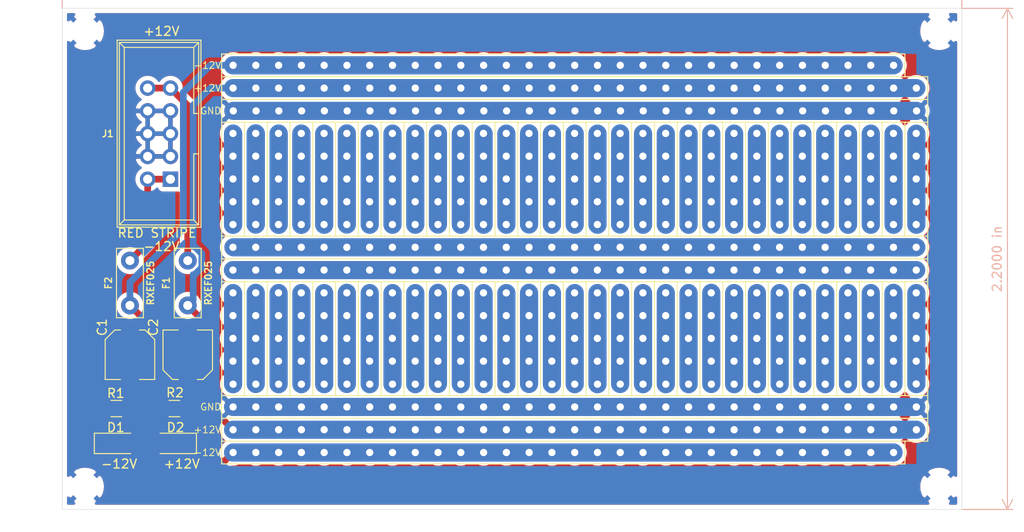
<source format=kicad_pcb>
(kicad_pcb (version 20171130) (host pcbnew 5.1.5-52549c5~84~ubuntu18.04.1)
  (layers (0 F.Cu signal) (31 B.Cu signal) (34 B.Paste user) (35 F.Paste user) (36 B.SilkS user hide) (37 F.SilkS user) (38 B.Mask user hide) (39 F.Mask user hide) (44 Edge.Cuts user))
  (net 0 "")
  (net 1 GND)
  (net 2 +12V)
  (net 3 -12V)
  (net 4 "Net-(D1-Pad1)")
  (net 5 "Net-(D2-Pad2)")
  (net 6 "Net-(F1-Pad2)")
  (net 7 "Net-(F2-Pad2)")
  (module ao_tht:Perf_Board_Hole (layer F.Cu) (at 140.97 100.33)
    (fp_text reference J2 hide)
    (fp_text value Conn_01x01 hide)
    (pad 1 thru_hole circle (at 0 0) (size 1.905 1.905) (drill 0.8128) (layers *.Cu *.Mask) (net 2 +12V))
  )
  (module ao_tht:Perf_Board_Hole (layer F.Cu) (at 141.0335 97.79)
    (fp_text reference J4 hide)
    (fp_text value Conn_01x01 hide)
    (pad 1 thru_hole circle (at -0.0635 0) (size 1.905 1.905) (drill 0.8128) (layers *.Cu *.Mask) (net 1 GND))
  )
  (module ao_tht:Perf_Board_Hole (layer F.Cu) (at 140.97 82.55)
    (fp_text reference REF** hide)
    (fp_text value PBH hide)
    (pad 1 thru_hole circle (at -0.0127 -0.0254) (size 1.905 1.905) (drill 0.8128) (layers *.Cu *.Mask))
  )
  (module ao_tht:Perf_Board_Hole (layer F.Cu) (at 140.97 80.01)
    (fp_text reference REF** hide)
    (fp_text value PBH hide)
    (pad 1 thru_hole circle (at -0.0127 -0.0254) (size 1.905 1.905) (drill 0.8128) (layers *.Cu *.Mask))
  )
  (module ao_tht:Perf_Board_Hole (layer F.Cu) (at 140.97 87.63)
    (fp_text reference REF** hide)
    (fp_text value PBH hide)
    (pad 1 thru_hole circle (at -0.0127 -0.0254) (size 1.905 1.905) (drill 0.8128) (layers *.Cu *.Mask))
  )
  (module ao_tht:Perf_Board_Hole (layer F.Cu) (at 140.97 92.71)
    (fp_text reference REF** hide)
    (fp_text value PBH hide)
    (pad 1 thru_hole circle (at -0.0127 -0.0254) (size 1.905 1.905) (drill 0.8128) (layers *.Cu *.Mask))
  )
  (module ao_tht:Perf_Board_Hole (layer F.Cu) (at 140.97 90.17)
    (fp_text reference REF** hide)
    (fp_text value PBH hide)
    (pad 1 thru_hole circle (at -0.0127 -0.0254) (size 1.905 1.905) (drill 0.8128) (layers *.Cu *.Mask))
  )
  (module ao_tht:Perf_Board_Hole (layer F.Cu) (at 140.97 95.25)
    (fp_text reference REF** hide)
    (fp_text value PBH hide)
    (pad 1 thru_hole circle (at -0.0127 -0.0254) (size 1.905 1.905) (drill 0.8128) (layers *.Cu *.Mask))
  )
  (module ao_tht:Perf_Board_Hole (layer F.Cu) (at 140.97 85.09)
    (fp_text reference REF** hide)
    (fp_text value PBH hide)
    (pad 1 thru_hole circle (at -0.0127 -0.0254) (size 1.905 1.905) (drill 0.8128) (layers *.Cu *.Mask))
  )
  (module ao_tht:Perf_Board_Hole (layer F.Cu) (at 140.97 67.31)
    (fp_text reference REF** hide)
    (fp_text value PBH hide)
    (pad 1 thru_hole circle (at -0.0127 -0.0254) (size 1.905 1.905) (drill 0.8128) (layers *.Cu *.Mask))
  )
  (module ao_tht:Perf_Board_Hole (layer F.Cu) (at 140.97 77.47)
    (fp_text reference REF** hide)
    (fp_text value PBH hide)
    (pad 1 thru_hole circle (at -0.0127 -0.0254) (size 1.905 1.905) (drill 0.8128) (layers *.Cu *.Mask))
  )
  (module ao_tht:Perf_Board_Hole (layer F.Cu) (at 140.97 69.85)
    (fp_text reference REF** hide)
    (fp_text value PBH hide)
    (pad 1 thru_hole circle (at -0.0127 -0.0254) (size 1.905 1.905) (drill 0.8128) (layers *.Cu *.Mask))
  )
  (module ao_tht:Perf_Board_Hole (layer F.Cu) (at 140.97 72.39)
    (fp_text reference REF** hide)
    (fp_text value PBH hide)
    (pad 1 thru_hole circle (at -0.0127 -0.0254) (size 1.905 1.905) (drill 0.8128) (layers *.Cu *.Mask))
  )
  (module ao_tht:Perf_Board_Hole (layer F.Cu) (at 140.97 74.93)
    (fp_text reference REF** hide)
    (fp_text value PBH hide)
    (pad 1 thru_hole circle (at -0.0127 -0.0254) (size 1.905 1.905) (drill 0.8128) (layers *.Cu *.Mask))
  )
  (module ao_tht:Perf_Board_Hole (layer F.Cu) (at 140.995 64.773)
    (fp_text reference J5 hide)
    (fp_text value Conn_01x01 hide)
    (pad 1 thru_hole circle (at 0 0) (size 1.905 1.905) (drill 0.8128) (layers *.Cu *.Mask) (net 1 GND))
  )
  (module ao_tht:Perf_Board_Hole (layer F.Cu) (at 140.97 62.23)
    (fp_text reference J3 hide)
    (fp_text value Conn_01x01 hide)
    (pad 1 thru_hole circle (at 0 0) (size 1.905 1.905) (drill 0.8128) (layers *.Cu *.Mask) (net 2 +12V))
  )
  (module ao_tht:Perf_Board_Hole (layer F.Cu) (at 110.49 82.55)
    (fp_text reference REF** hide)
    (fp_text value PBH hide)
    (pad 1 thru_hole circle (at -0.0127 -0.0254) (size 1.905 1.905) (drill 0.8128) (layers *.Cu *.Mask))
  )
  (module ao_tht:Perf_Board_Hole (layer F.Cu) (at 118.11 59.69)
    (fp_text reference J7 hide)
    (fp_text value Conn_01x01 hide)
    (pad 1 thru_hole circle (at 0 0) (size 1.905 1.905) (drill 0.8128) (layers *.Cu *.Mask) (net 3 -12V))
  )
  (module ao_tht:Perf_Board_Hole (layer F.Cu) (at 130.81 74.93)
    (fp_text reference REF** hide)
    (fp_text value PBH hide)
    (pad 1 thru_hole circle (at -0.0127 -0.0254) (size 1.905 1.905) (drill 0.8128) (layers *.Cu *.Mask))
  )
  (module ao_tht:Perf_Board_Hole (layer F.Cu) (at 107.95 90.17)
    (fp_text reference REF** hide)
    (fp_text value PBH hide)
    (pad 1 thru_hole circle (at -0.0127 -0.0254) (size 1.905 1.905) (drill 0.8128) (layers *.Cu *.Mask))
  )
  (module ao_tht:Perf_Board_Hole (layer F.Cu) (at 138.455 64.773)
    (fp_text reference J5 hide)
    (fp_text value Conn_01x01 hide)
    (pad 1 thru_hole circle (at 0 0) (size 1.905 1.905) (drill 0.8128) (layers *.Cu *.Mask) (net 1 GND))
  )
  (module ao_tht:Perf_Board_Hole (layer F.Cu) (at 130.81 77.47)
    (fp_text reference REF** hide)
    (fp_text value PBH hide)
    (pad 1 thru_hole circle (at -0.0127 -0.0254) (size 1.905 1.905) (drill 0.8128) (layers *.Cu *.Mask))
  )
  (module ao_tht:Perf_Board_Hole (layer F.Cu) (at 120.65 90.17)
    (fp_text reference REF** hide)
    (fp_text value PBH hide)
    (pad 1 thru_hole circle (at -0.0127 -0.0254) (size 1.905 1.905) (drill 0.8128) (layers *.Cu *.Mask))
  )
  (module ao_tht:Perf_Board_Hole (layer F.Cu) (at 120.65 72.39)
    (fp_text reference REF** hide)
    (fp_text value PBH hide)
    (pad 1 thru_hole circle (at -0.0127 -0.0254) (size 1.905 1.905) (drill 0.8128) (layers *.Cu *.Mask))
  )
  (module ao_tht:Perf_Board_Hole (layer F.Cu) (at 128.27 72.39)
    (fp_text reference REF** hide)
    (fp_text value PBH hide)
    (pad 1 thru_hole circle (at -0.0127 -0.0254) (size 1.905 1.905) (drill 0.8128) (layers *.Cu *.Mask))
  )
  (module ao_tht:Perf_Board_Hole (layer F.Cu) (at 133.35 85.09)
    (fp_text reference REF** hide)
    (fp_text value PBH hide)
    (pad 1 thru_hole circle (at -0.0127 -0.0254) (size 1.905 1.905) (drill 0.8128) (layers *.Cu *.Mask))
  )
  (module ao_tht:Perf_Board_Hole (layer F.Cu) (at 125.73 69.85)
    (fp_text reference REF** hide)
    (fp_text value PBH hide)
    (pad 1 thru_hole circle (at -0.0127 -0.0254) (size 1.905 1.905) (drill 0.8128) (layers *.Cu *.Mask))
  )
  (module ao_tht:Perf_Board_Hole (layer F.Cu) (at 107.95 74.93)
    (fp_text reference REF** hide)
    (fp_text value PBH hide)
    (pad 1 thru_hole circle (at -0.0127 -0.0254) (size 1.905 1.905) (drill 0.8128) (layers *.Cu *.Mask))
  )
  (module ao_tht:Perf_Board_Hole (layer F.Cu) (at 105.41 72.39)
    (fp_text reference REF** hide)
    (fp_text value PBH hide)
    (pad 1 thru_hole circle (at -0.0127 -0.0254) (size 1.905 1.905) (drill 0.8128) (layers *.Cu *.Mask))
  )
  (module ao_tht:Perf_Board_Hole (layer F.Cu) (at 135.89 77.47)
    (fp_text reference REF** hide)
    (fp_text value PBH hide)
    (pad 1 thru_hole circle (at -0.0127 -0.0254) (size 1.905 1.905) (drill 0.8128) (layers *.Cu *.Mask))
  )
  (module ao_tht:Perf_Board_Hole (layer F.Cu) (at 107.95 62.23)
    (fp_text reference J3 hide)
    (fp_text value Conn_01x01 hide)
    (pad 1 thru_hole circle (at 0 0) (size 1.905 1.905) (drill 0.8128) (layers *.Cu *.Mask) (net 2 +12V))
  )
  (module ao_tht:Perf_Board_Hole (layer F.Cu) (at 107.95 87.63)
    (fp_text reference REF** hide)
    (fp_text value PBH hide)
    (pad 1 thru_hole circle (at -0.0127 -0.0254) (size 1.905 1.905) (drill 0.8128) (layers *.Cu *.Mask))
  )
  (module ao_tht:Perf_Board_Hole (layer F.Cu) (at 135.89 72.39)
    (fp_text reference REF** hide)
    (fp_text value PBH hide)
    (pad 1 thru_hole circle (at -0.0127 -0.0254) (size 1.905 1.905) (drill 0.8128) (layers *.Cu *.Mask))
  )
  (module ao_tht:Perf_Board_Hole (layer F.Cu) (at 138.43 87.63)
    (fp_text reference REF** hide)
    (fp_text value PBH hide)
    (pad 1 thru_hole circle (at -0.0127 -0.0254) (size 1.905 1.905) (drill 0.8128) (layers *.Cu *.Mask))
  )
  (module ao_tht:Perf_Board_Hole (layer F.Cu) (at 118.11 90.17)
    (fp_text reference REF** hide)
    (fp_text value PBH hide)
    (pad 1 thru_hole circle (at -0.0127 -0.0254) (size 1.905 1.905) (drill 0.8128) (layers *.Cu *.Mask))
  )
  (module ao_tht:Perf_Board_Hole (layer F.Cu) (at 138.43 77.47)
    (fp_text reference REF** hide)
    (fp_text value PBH hide)
    (pad 1 thru_hole circle (at -0.0127 -0.0254) (size 1.905 1.905) (drill 0.8128) (layers *.Cu *.Mask))
  )
  (module ao_tht:Perf_Board_Hole (layer F.Cu) (at 125.73 82.55)
    (fp_text reference REF** hide)
    (fp_text value PBH hide)
    (pad 1 thru_hole circle (at -0.0127 -0.0254) (size 1.905 1.905) (drill 0.8128) (layers *.Cu *.Mask))
  )
  (module ao_tht:Perf_Board_Hole (layer F.Cu) (at 138.43 100.33)
    (fp_text reference J2 hide)
    (fp_text value Conn_01x01 hide)
    (pad 1 thru_hole circle (at 0 0) (size 1.905 1.905) (drill 0.8128) (layers *.Cu *.Mask) (net 2 +12V))
  )
  (module ao_tht:Perf_Board_Hole (layer F.Cu) (at 110.49 92.71)
    (fp_text reference REF** hide)
    (fp_text value PBH hide)
    (pad 1 thru_hole circle (at -0.0127 -0.0254) (size 1.905 1.905) (drill 0.8128) (layers *.Cu *.Mask))
  )
  (module ao_tht:Perf_Board_Hole (layer F.Cu) (at 105.41 74.93)
    (fp_text reference REF** hide)
    (fp_text value PBH hide)
    (pad 1 thru_hole circle (at -0.0127 -0.0254) (size 1.905 1.905) (drill 0.8128) (layers *.Cu *.Mask))
  )
  (module ao_tht:Perf_Board_Hole (layer F.Cu) (at 133.35 72.39)
    (fp_text reference REF** hide)
    (fp_text value PBH hide)
    (pad 1 thru_hole circle (at -0.0127 -0.0254) (size 1.905 1.905) (drill 0.8128) (layers *.Cu *.Mask))
  )
  (module ao_tht:Perf_Board_Hole (layer F.Cu) (at 135.89 82.55)
    (fp_text reference REF** hide)
    (fp_text value PBH hide)
    (pad 1 thru_hole circle (at -0.0127 -0.0254) (size 1.905 1.905) (drill 0.8128) (layers *.Cu *.Mask))
  )
  (module ao_tht:Perf_Board_Hole (layer F.Cu) (at 128.27 82.55)
    (fp_text reference REF** hide)
    (fp_text value PBH hide)
    (pad 1 thru_hole circle (at -0.0127 -0.0254) (size 1.905 1.905) (drill 0.8128) (layers *.Cu *.Mask))
  )
  (module ao_tht:Perf_Board_Hole (layer F.Cu) (at 118.11 102.87)
    (fp_text reference J6 hide)
    (fp_text value Conn_01x01 hide)
    (pad 1 thru_hole circle (at 0 0) (size 1.905 1.905) (drill 0.8128) (layers *.Cu *.Mask) (net 3 -12V))
  )
  (module ao_tht:Perf_Board_Hole (layer F.Cu) (at 123.19 87.63)
    (fp_text reference REF** hide)
    (fp_text value PBH hide)
    (pad 1 thru_hole circle (at -0.0127 -0.0254) (size 1.905 1.905) (drill 0.8128) (layers *.Cu *.Mask))
  )
  (module ao_tht:Perf_Board_Hole (layer F.Cu) (at 115.57 77.47)
    (fp_text reference REF** hide)
    (fp_text value PBH hide)
    (pad 1 thru_hole circle (at -0.0127 -0.0254) (size 1.905 1.905) (drill 0.8128) (layers *.Cu *.Mask))
  )
  (module ao_tht:Perf_Board_Hole (layer F.Cu) (at 125.755 64.773)
    (fp_text reference J5 hide)
    (fp_text value Conn_01x01 hide)
    (pad 1 thru_hole circle (at 0 0) (size 1.905 1.905) (drill 0.8128) (layers *.Cu *.Mask) (net 1 GND))
  )
  (module ao_tht:Perf_Board_Hole (layer F.Cu) (at 113.03 80.01)
    (fp_text reference REF** hide)
    (fp_text value PBH hide)
    (pad 1 thru_hole circle (at -0.0127 -0.0254) (size 1.905 1.905) (drill 0.8128) (layers *.Cu *.Mask))
  )
  (module ao_tht:Perf_Board_Hole (layer F.Cu) (at 120.65 59.69)
    (fp_text reference J7 hide)
    (fp_text value Conn_01x01 hide)
    (pad 1 thru_hole circle (at 0 0) (size 1.905 1.905) (drill 0.8128) (layers *.Cu *.Mask) (net 3 -12V))
  )
  (module ao_tht:Perf_Board_Hole (layer F.Cu) (at 130.81 62.23)
    (fp_text reference J3 hide)
    (fp_text value Conn_01x01 hide)
    (pad 1 thru_hole circle (at 0 0) (size 1.905 1.905) (drill 0.8128) (layers *.Cu *.Mask) (net 2 +12V))
  )
  (module ao_tht:Perf_Board_Hole (layer F.Cu) (at 125.73 102.87)
    (fp_text reference J6 hide)
    (fp_text value Conn_01x01 hide)
    (pad 1 thru_hole circle (at 0 0) (size 1.905 1.905) (drill 0.8128) (layers *.Cu *.Mask) (net 3 -12V))
  )
  (module ao_tht:Perf_Board_Hole (layer F.Cu) (at 135.89 67.31)
    (fp_text reference REF** hide)
    (fp_text value PBH hide)
    (pad 1 thru_hole circle (at -0.0127 -0.0254) (size 1.905 1.905) (drill 0.8128) (layers *.Cu *.Mask))
  )
  (module ao_tht:Perf_Board_Hole (layer F.Cu) (at 118.11 92.71)
    (fp_text reference REF** hide)
    (fp_text value PBH hide)
    (pad 1 thru_hole circle (at -0.0127 -0.0254) (size 1.905 1.905) (drill 0.8128) (layers *.Cu *.Mask))
  )
  (module ao_tht:Perf_Board_Hole (layer F.Cu) (at 123.19 80.01)
    (fp_text reference REF** hide)
    (fp_text value PBH hide)
    (pad 1 thru_hole circle (at -0.0127 -0.0254) (size 1.905 1.905) (drill 0.8128) (layers *.Cu *.Mask))
  )
  (module ao_tht:Perf_Board_Hole (layer F.Cu) (at 133.35 59.69)
    (fp_text reference J7 hide)
    (fp_text value Conn_01x01 hide)
    (pad 1 thru_hole circle (at 0 0) (size 1.905 1.905) (drill 0.8128) (layers *.Cu *.Mask) (net 3 -12V))
  )
  (module ao_tht:Perf_Board_Hole (layer F.Cu) (at 138.43 80.01)
    (fp_text reference REF** hide)
    (fp_text value PBH hide)
    (pad 1 thru_hole circle (at -0.0127 -0.0254) (size 1.905 1.905) (drill 0.8128) (layers *.Cu *.Mask))
  )
  (module ao_tht:Perf_Board_Hole (layer F.Cu) (at 125.73 90.17)
    (fp_text reference REF** hide)
    (fp_text value PBH hide)
    (pad 1 thru_hole circle (at -0.0127 -0.0254) (size 1.905 1.905) (drill 0.8128) (layers *.Cu *.Mask))
  )
  (module ao_tht:Perf_Board_Hole (layer F.Cu) (at 123.19 67.31)
    (fp_text reference REF** hide)
    (fp_text value PBH hide)
    (pad 1 thru_hole circle (at -0.0127 -0.0254) (size 1.905 1.905) (drill 0.8128) (layers *.Cu *.Mask))
  )
  (module ao_tht:Perf_Board_Hole (layer F.Cu) (at 125.73 80.01)
    (fp_text reference REF** hide)
    (fp_text value PBH hide)
    (pad 1 thru_hole circle (at -0.0127 -0.0254) (size 1.905 1.905) (drill 0.8128) (layers *.Cu *.Mask))
  )
  (module ao_tht:Perf_Board_Hole (layer F.Cu) (at 118.11 87.63)
    (fp_text reference REF** hide)
    (fp_text value PBH hide)
    (pad 1 thru_hole circle (at -0.0127 -0.0254) (size 1.905 1.905) (drill 0.8128) (layers *.Cu *.Mask))
  )
  (module ao_tht:Perf_Board_Hole (layer F.Cu) (at 105.435 64.773)
    (fp_text reference J5 hide)
    (fp_text value Conn_01x01 hide)
    (pad 1 thru_hole circle (at 0 0) (size 1.905 1.905) (drill 0.8128) (layers *.Cu *.Mask) (net 1 GND))
  )
  (module ao_tht:Perf_Board_Hole (layer F.Cu) (at 118.11 74.93)
    (fp_text reference REF** hide)
    (fp_text value PBH hide)
    (pad 1 thru_hole circle (at -0.0127 -0.0254) (size 1.905 1.905) (drill 0.8128) (layers *.Cu *.Mask))
  )
  (module ao_tht:Perf_Board_Hole (layer F.Cu) (at 123.2535 97.79)
    (fp_text reference J4 hide)
    (fp_text value Conn_01x01 hide)
    (pad 1 thru_hole circle (at -0.0635 0) (size 1.905 1.905) (drill 0.8128) (layers *.Cu *.Mask) (net 1 GND))
  )
  (module ao_tht:Perf_Board_Hole (layer F.Cu) (at 133.35 80.01)
    (fp_text reference REF** hide)
    (fp_text value PBH hide)
    (pad 1 thru_hole circle (at -0.0127 -0.0254) (size 1.905 1.905) (drill 0.8128) (layers *.Cu *.Mask))
  )
  (module ao_tht:Perf_Board_Hole (layer F.Cu) (at 128.295 64.773)
    (fp_text reference J5 hide)
    (fp_text value Conn_01x01 hide)
    (pad 1 thru_hole circle (at 0 0) (size 1.905 1.905) (drill 0.8128) (layers *.Cu *.Mask) (net 1 GND))
  )
  (module ao_tht:Perf_Board_Hole (layer F.Cu) (at 130.81 90.17)
    (fp_text reference REF** hide)
    (fp_text value PBH hide)
    (pad 1 thru_hole circle (at -0.0127 -0.0254) (size 1.905 1.905) (drill 0.8128) (layers *.Cu *.Mask))
  )
  (module ao_tht:Perf_Board_Hole (layer F.Cu) (at 113.0427 95.2754)
    (fp_text reference REF** hide)
    (fp_text value PBH hide)
    (pad 1 thru_hole circle (at -0.0127 -0.0254) (size 1.905 1.905) (drill 0.8128) (layers *.Cu *.Mask))
  )
  (module ao_tht:Perf_Board_Hole (layer F.Cu) (at 110.5535 97.79)
    (fp_text reference J4 hide)
    (fp_text value Conn_01x01 hide)
    (pad 1 thru_hole circle (at -0.0635 0) (size 1.905 1.905) (drill 0.8128) (layers *.Cu *.Mask) (net 1 GND))
  )
  (module ao_tht:Perf_Board_Hole (layer F.Cu) (at 120.65 69.85)
    (fp_text reference REF** hide)
    (fp_text value PBH hide)
    (pad 1 thru_hole circle (at -0.0127 -0.0254) (size 1.905 1.905) (drill 0.8128) (layers *.Cu *.Mask))
  )
  (module ao_tht:Perf_Board_Hole (layer F.Cu) (at 133.35 82.55)
    (fp_text reference REF** hide)
    (fp_text value PBH hide)
    (pad 1 thru_hole circle (at -0.0127 -0.0254) (size 1.905 1.905) (drill 0.8128) (layers *.Cu *.Mask))
  )
  (module ao_tht:Perf_Board_Hole (layer F.Cu) (at 115.57 80.01)
    (fp_text reference REF** hide)
    (fp_text value PBH hide)
    (pad 1 thru_hole circle (at -0.0127 -0.0254) (size 1.905 1.905) (drill 0.8128) (layers *.Cu *.Mask))
  )
  (module ao_tht:Perf_Board_Hole (layer F.Cu) (at 113.03 67.31)
    (fp_text reference REF** hide)
    (fp_text value PBH hide)
    (pad 1 thru_hole circle (at -0.0127 -0.0254) (size 1.905 1.905) (drill 0.8128) (layers *.Cu *.Mask))
  )
  (module ao_tht:Perf_Board_Hole (layer F.Cu) (at 133.35 69.85)
    (fp_text reference REF** hide)
    (fp_text value PBH hide)
    (pad 1 thru_hole circle (at -0.0127 -0.0254) (size 1.905 1.905) (drill 0.8128) (layers *.Cu *.Mask))
  )
  (module ao_tht:Perf_Board_Hole (layer F.Cu) (at 128.27 87.63)
    (fp_text reference REF** hide)
    (fp_text value PBH hide)
    (pad 1 thru_hole circle (at -0.0127 -0.0254) (size 1.905 1.905) (drill 0.8128) (layers *.Cu *.Mask))
  )
  (module ao_tht:Perf_Board_Hole (layer F.Cu) (at 125.73 85.09)
    (fp_text reference REF** hide)
    (fp_text value PBH hide)
    (pad 1 thru_hole circle (at -0.0127 -0.0254) (size 1.905 1.905) (drill 0.8128) (layers *.Cu *.Mask))
  )
  (module ao_tht:Perf_Board_Hole (layer F.Cu) (at 110.49 80.01)
    (fp_text reference REF** hide)
    (fp_text value PBH hide)
    (pad 1 thru_hole circle (at -0.0127 -0.0254) (size 1.905 1.905) (drill 0.8128) (layers *.Cu *.Mask))
  )
  (module ao_tht:Perf_Board_Hole (layer F.Cu) (at 115.5827 95.2754)
    (fp_text reference REF** hide)
    (fp_text value PBH hide)
    (pad 1 thru_hole circle (at -0.0127 -0.0254) (size 1.905 1.905) (drill 0.8128) (layers *.Cu *.Mask))
  )
  (module ao_tht:Perf_Board_Hole (layer F.Cu) (at 113.03 90.17)
    (fp_text reference REF** hide)
    (fp_text value PBH hide)
    (pad 1 thru_hole circle (at -0.0127 -0.0254) (size 1.905 1.905) (drill 0.8128) (layers *.Cu *.Mask))
  )
  (module ao_tht:Perf_Board_Hole (layer F.Cu) (at 115.57 82.55)
    (fp_text reference REF** hide)
    (fp_text value PBH hide)
    (pad 1 thru_hole circle (at -0.0127 -0.0254) (size 1.905 1.905) (drill 0.8128) (layers *.Cu *.Mask))
  )
  (module ao_tht:Perf_Board_Hole (layer F.Cu) (at 130.835 64.773)
    (fp_text reference J5 hide)
    (fp_text value Conn_01x01 hide)
    (pad 1 thru_hole circle (at 0 0) (size 1.905 1.905) (drill 0.8128) (layers *.Cu *.Mask) (net 1 GND))
  )
  (module ao_tht:Perf_Board_Hole (layer F.Cu) (at 105.41 80.01)
    (fp_text reference REF** hide)
    (fp_text value PBH hide)
    (pad 1 thru_hole circle (at -0.0127 -0.0254) (size 1.905 1.905) (drill 0.8128) (layers *.Cu *.Mask))
  )
  (module ao_tht:Perf_Board_Hole (layer F.Cu) (at 120.7135 97.79)
    (fp_text reference J4 hide)
    (fp_text value Conn_01x01 hide)
    (pad 1 thru_hole circle (at -0.0635 0) (size 1.905 1.905) (drill 0.8128) (layers *.Cu *.Mask) (net 1 GND))
  )
  (module ao_tht:Perf_Board_Hole (layer F.Cu) (at 138.43 67.31)
    (fp_text reference REF** hide)
    (fp_text value PBH hide)
    (pad 1 thru_hole circle (at -0.0127 -0.0254) (size 1.905 1.905) (drill 0.8128) (layers *.Cu *.Mask))
  )
  (module ao_tht:Perf_Board_Hole (layer F.Cu) (at 105.41 82.55)
    (fp_text reference REF** hide)
    (fp_text value PBH hide)
    (pad 1 thru_hole circle (at -0.0127 -0.0254) (size 1.905 1.905) (drill 0.8128) (layers *.Cu *.Mask))
  )
  (module ao_tht:Perf_Board_Hole (layer F.Cu) (at 130.81 85.09)
    (fp_text reference REF** hide)
    (fp_text value PBH hide)
    (pad 1 thru_hole circle (at -0.0127 -0.0254) (size 1.905 1.905) (drill 0.8128) (layers *.Cu *.Mask))
  )
  (module ao_tht:Perf_Board_Hole (layer F.Cu) (at 123.2027 95.2754)
    (fp_text reference REF** hide)
    (fp_text value PBH hide)
    (pad 1 thru_hole circle (at -0.0127 -0.0254) (size 1.905 1.905) (drill 0.8128) (layers *.Cu *.Mask))
  )
  (module ao_tht:Perf_Board_Hole (layer F.Cu) (at 118.11 82.55)
    (fp_text reference REF** hide)
    (fp_text value PBH hide)
    (pad 1 thru_hole circle (at -0.0127 -0.0254) (size 1.905 1.905) (drill 0.8128) (layers *.Cu *.Mask))
  )
  (module ao_tht:Perf_Board_Hole (layer F.Cu) (at 107.95 67.31)
    (fp_text reference REF** hide)
    (fp_text value PBH hide)
    (pad 1 thru_hole circle (at -0.0127 -0.0254) (size 1.905 1.905) (drill 0.8128) (layers *.Cu *.Mask))
  )
  (module ao_tht:Perf_Board_Hole (layer F.Cu) (at 123.19 77.47)
    (fp_text reference REF** hide)
    (fp_text value PBH hide)
    (pad 1 thru_hole circle (at -0.0127 -0.0254) (size 1.905 1.905) (drill 0.8128) (layers *.Cu *.Mask))
  )
  (module ao_tht:Perf_Board_Hole (layer F.Cu) (at 125.7427 95.2754)
    (fp_text reference REF** hide)
    (fp_text value PBH hide)
    (pad 1 thru_hole circle (at -0.0127 -0.0254) (size 1.905 1.905) (drill 0.8128) (layers *.Cu *.Mask))
  )
  (module ao_tht:Perf_Board_Hole (layer F.Cu) (at 138.43 85.09)
    (fp_text reference REF** hide)
    (fp_text value PBH hide)
    (pad 1 thru_hole circle (at -0.0127 -0.0254) (size 1.905 1.905) (drill 0.8128) (layers *.Cu *.Mask))
  )
  (module ao_tht:Perf_Board_Hole (layer F.Cu) (at 133.35 102.87)
    (fp_text reference J6 hide)
    (fp_text value Conn_01x01 hide)
    (pad 1 thru_hole circle (at 0 0) (size 1.905 1.905) (drill 0.8128) (layers *.Cu *.Mask) (net 3 -12V))
  )
  (module ao_tht:Perf_Board_Hole (layer F.Cu) (at 113.03 87.63)
    (fp_text reference REF** hide)
    (fp_text value PBH hide)
    (pad 1 thru_hole circle (at -0.0127 -0.0254) (size 1.905 1.905) (drill 0.8128) (layers *.Cu *.Mask))
  )
  (module ao_tht:Perf_Board_Hole (layer F.Cu) (at 130.81 80.01)
    (fp_text reference REF** hide)
    (fp_text value PBH hide)
    (pad 1 thru_hole circle (at -0.0127 -0.0254) (size 1.905 1.905) (drill 0.8128) (layers *.Cu *.Mask))
  )
  (module ao_tht:Perf_Board_Hole (layer F.Cu) (at 135.89 90.17)
    (fp_text reference REF** hide)
    (fp_text value PBH hide)
    (pad 1 thru_hole circle (at -0.0127 -0.0254) (size 1.905 1.905) (drill 0.8128) (layers *.Cu *.Mask))
  )
  (module ao_tht:Perf_Board_Hole (layer F.Cu) (at 125.7935 97.79)
    (fp_text reference J4 hide)
    (fp_text value Conn_01x01 hide)
    (pad 1 thru_hole circle (at -0.0635 0) (size 1.905 1.905) (drill 0.8128) (layers *.Cu *.Mask) (net 1 GND))
  )
  (module ao_tht:Perf_Board_Hole (layer F.Cu) (at 107.95 102.87)
    (fp_text reference J6 hide)
    (fp_text value Conn_01x01 hide)
    (pad 1 thru_hole circle (at 0 0) (size 1.905 1.905) (drill 0.8128) (layers *.Cu *.Mask) (net 3 -12V))
  )
  (module ao_tht:Perf_Board_Hole (layer F.Cu) (at 115.57 90.17)
    (fp_text reference REF** hide)
    (fp_text value PBH hide)
    (pad 1 thru_hole circle (at -0.0127 -0.0254) (size 1.905 1.905) (drill 0.8128) (layers *.Cu *.Mask))
  )
  (module ao_tht:Perf_Board_Hole (layer F.Cu) (at 118.1735 97.79)
    (fp_text reference J4 hide)
    (fp_text value Conn_01x01 hide)
    (pad 1 thru_hole circle (at -0.0635 0) (size 1.905 1.905) (drill 0.8128) (layers *.Cu *.Mask) (net 1 GND))
  )
  (module ao_tht:Perf_Board_Hole (layer F.Cu) (at 123.19 100.33)
    (fp_text reference J2 hide)
    (fp_text value Conn_01x01 hide)
    (pad 1 thru_hole circle (at 0 0) (size 1.905 1.905) (drill 0.8128) (layers *.Cu *.Mask) (net 2 +12V))
  )
  (module ao_tht:Perf_Board_Hole (layer F.Cu) (at 118.11 80.01)
    (fp_text reference REF** hide)
    (fp_text value PBH hide)
    (pad 1 thru_hole circle (at -0.0127 -0.0254) (size 1.905 1.905) (drill 0.8128) (layers *.Cu *.Mask))
  )
  (module ao_tht:Perf_Board_Hole (layer F.Cu) (at 115.595 64.773)
    (fp_text reference J5 hide)
    (fp_text value Conn_01x01 hide)
    (pad 1 thru_hole circle (at 0 0) (size 1.905 1.905) (drill 0.8128) (layers *.Cu *.Mask) (net 1 GND))
  )
  (module ao_tht:Perf_Board_Hole (layer F.Cu) (at 108.0135 97.79)
    (fp_text reference J4 hide)
    (fp_text value Conn_01x01 hide)
    (pad 1 thru_hole circle (at -0.0635 0) (size 1.905 1.905) (drill 0.8128) (layers *.Cu *.Mask) (net 1 GND))
  )
  (module ao_tht:Perf_Board_Hole (layer F.Cu) (at 123.19 90.17)
    (fp_text reference REF** hide)
    (fp_text value PBH hide)
    (pad 1 thru_hole circle (at -0.0127 -0.0254) (size 1.905 1.905) (drill 0.8128) (layers *.Cu *.Mask))
  )
  (module ao_tht:Perf_Board_Hole (layer F.Cu) (at 138.43 72.39)
    (fp_text reference REF** hide)
    (fp_text value PBH hide)
    (pad 1 thru_hole circle (at -0.0127 -0.0254) (size 1.905 1.905) (drill 0.8128) (layers *.Cu *.Mask))
  )
  (module ao_tht:Perf_Board_Hole (layer F.Cu) (at 113.03 92.71)
    (fp_text reference REF** hide)
    (fp_text value PBH hide)
    (pad 1 thru_hole circle (at -0.0127 -0.0254) (size 1.905 1.905) (drill 0.8128) (layers *.Cu *.Mask))
  )
  (module ao_tht:Perf_Board_Hole (layer F.Cu) (at 113.03 59.69)
    (fp_text reference J7 hide)
    (fp_text value Conn_01x01 hide)
    (pad 1 thru_hole circle (at 0 0) (size 1.905 1.905) (drill 0.8128) (layers *.Cu *.Mask) (net 3 -12V))
  )
  (module ao_tht:Perf_Board_Hole (layer F.Cu) (at 118.11 67.31)
    (fp_text reference REF** hide)
    (fp_text value PBH hide)
    (pad 1 thru_hole circle (at -0.0127 -0.0254) (size 1.905 1.905) (drill 0.8128) (layers *.Cu *.Mask))
  )
  (module ao_tht:Perf_Board_Hole (layer F.Cu) (at 138.43 74.93)
    (fp_text reference REF** hide)
    (fp_text value PBH hide)
    (pad 1 thru_hole circle (at -0.0127 -0.0254) (size 1.905 1.905) (drill 0.8128) (layers *.Cu *.Mask))
  )
  (module ao_tht:Perf_Board_Hole (layer F.Cu) (at 107.95 69.85)
    (fp_text reference REF** hide)
    (fp_text value PBH hide)
    (pad 1 thru_hole circle (at -0.0127 -0.0254) (size 1.905 1.905) (drill 0.8128) (layers *.Cu *.Mask))
  )
  (module ao_tht:Perf_Board_Hole (layer F.Cu) (at 107.95 82.55)
    (fp_text reference REF** hide)
    (fp_text value PBH hide)
    (pad 1 thru_hole circle (at -0.0127 -0.0254) (size 1.905 1.905) (drill 0.8128) (layers *.Cu *.Mask))
  )
  (module ao_tht:Perf_Board_Hole (layer F.Cu) (at 128.27 80.01)
    (fp_text reference REF** hide)
    (fp_text value PBH hide)
    (pad 1 thru_hole circle (at -0.0127 -0.0254) (size 1.905 1.905) (drill 0.8128) (layers *.Cu *.Mask))
  )
  (module ao_tht:Perf_Board_Hole (layer F.Cu) (at 125.73 74.93)
    (fp_text reference REF** hide)
    (fp_text value PBH hide)
    (pad 1 thru_hole circle (at -0.0127 -0.0254) (size 1.905 1.905) (drill 0.8128) (layers *.Cu *.Mask))
  )
  (module ao_tht:Perf_Board_Hole (layer F.Cu) (at 110.49 100.33)
    (fp_text reference J2 hide)
    (fp_text value Conn_01x01 hide)
    (pad 1 thru_hole circle (at 0 0) (size 1.905 1.905) (drill 0.8128) (layers *.Cu *.Mask) (net 2 +12V))
  )
  (module ao_tht:Perf_Board_Hole (layer F.Cu) (at 105.41 77.47)
    (fp_text reference REF** hide)
    (fp_text value PBH hide)
    (pad 1 thru_hole circle (at -0.0127 -0.0254) (size 1.905 1.905) (drill 0.8128) (layers *.Cu *.Mask))
  )
  (module ao_tht:Perf_Board_Hole (layer F.Cu) (at 110.49 62.23)
    (fp_text reference J3 hide)
    (fp_text value Conn_01x01 hide)
    (pad 1 thru_hole circle (at 0 0) (size 1.905 1.905) (drill 0.8128) (layers *.Cu *.Mask) (net 2 +12V))
  )
  (module ao_tht:Perf_Board_Hole (layer F.Cu) (at 110.515 64.773)
    (fp_text reference J5 hide)
    (fp_text value Conn_01x01 hide)
    (pad 1 thru_hole circle (at 0 0) (size 1.905 1.905) (drill 0.8128) (layers *.Cu *.Mask) (net 1 GND))
  )
  (module ao_tht:Perf_Board_Hole (layer F.Cu) (at 138.43 62.23)
    (fp_text reference J3 hide)
    (fp_text value Conn_01x01 hide)
    (pad 1 thru_hole circle (at 0 0) (size 1.905 1.905) (drill 0.8128) (layers *.Cu *.Mask) (net 2 +12V))
  )
  (module ao_tht:Perf_Board_Hole (layer F.Cu) (at 120.65 92.71)
    (fp_text reference REF** hide)
    (fp_text value PBH hide)
    (pad 1 thru_hole circle (at -0.0127 -0.0254) (size 1.905 1.905) (drill 0.8128) (layers *.Cu *.Mask))
  )
  (module ao_tht:Perf_Board_Hole (layer F.Cu) (at 105.41 102.87)
    (fp_text reference J6 hide)
    (fp_text value Conn_01x01 hide)
    (pad 1 thru_hole circle (at 0 0) (size 1.905 1.905) (drill 0.8128) (layers *.Cu *.Mask) (net 3 -12V))
  )
  (module ao_tht:Perf_Board_Hole (layer F.Cu) (at 130.81 100.33)
    (fp_text reference J2 hide)
    (fp_text value Conn_01x01 hide)
    (pad 1 thru_hole circle (at 0 0) (size 1.905 1.905) (drill 0.8128) (layers *.Cu *.Mask) (net 2 +12V))
  )
  (module ao_tht:Perf_Board_Hole (layer F.Cu) (at 120.65 100.33)
    (fp_text reference J2 hide)
    (fp_text value Conn_01x01 hide)
    (pad 1 thru_hole circle (at 0 0) (size 1.905 1.905) (drill 0.8128) (layers *.Cu *.Mask) (net 2 +12V))
  )
  (module ao_tht:Perf_Board_Hole (layer F.Cu) (at 110.5027 95.2754)
    (fp_text reference REF** hide)
    (fp_text value PBH hide)
    (pad 1 thru_hole circle (at -0.0127 -0.0254) (size 1.905 1.905) (drill 0.8128) (layers *.Cu *.Mask))
  )
  (module ao_tht:Perf_Board_Hole (layer F.Cu) (at 133.35 62.23)
    (fp_text reference J3 hide)
    (fp_text value Conn_01x01 hide)
    (pad 1 thru_hole circle (at 0 0) (size 1.905 1.905) (drill 0.8128) (layers *.Cu *.Mask) (net 2 +12V))
  )
  (module ao_tht:Perf_Board_Hole (layer F.Cu) (at 128.27 100.33)
    (fp_text reference J2 hide)
    (fp_text value Conn_01x01 hide)
    (pad 1 thru_hole circle (at 0 0) (size 1.905 1.905) (drill 0.8128) (layers *.Cu *.Mask) (net 2 +12V))
  )
  (module ao_tht:Perf_Board_Hole (layer F.Cu) (at 115.6335 97.79)
    (fp_text reference J4 hide)
    (fp_text value Conn_01x01 hide)
    (pad 1 thru_hole circle (at -0.0635 0) (size 1.905 1.905) (drill 0.8128) (layers *.Cu *.Mask) (net 1 GND))
  )
  (module ao_tht:Perf_Board_Hole (layer F.Cu) (at 133.35 90.17)
    (fp_text reference REF** hide)
    (fp_text value PBH hide)
    (pad 1 thru_hole circle (at -0.0127 -0.0254) (size 1.905 1.905) (drill 0.8128) (layers *.Cu *.Mask))
  )
  (module ao_tht:Perf_Board_Hole (layer F.Cu) (at 135.89 102.87)
    (fp_text reference J6 hide)
    (fp_text value Conn_01x01 hide)
    (pad 1 thru_hole circle (at 0 0) (size 1.905 1.905) (drill 0.8128) (layers *.Cu *.Mask) (net 3 -12V))
  )
  (module ao_tht:Perf_Board_Hole (layer F.Cu) (at 130.81 69.85)
    (fp_text reference REF** hide)
    (fp_text value PBH hide)
    (pad 1 thru_hole circle (at -0.0127 -0.0254) (size 1.905 1.905) (drill 0.8128) (layers *.Cu *.Mask))
  )
  (module ao_tht:Perf_Board_Hole (layer F.Cu) (at 107.95 77.47)
    (fp_text reference REF** hide)
    (fp_text value PBH hide)
    (pad 1 thru_hole circle (at -0.0127 -0.0254) (size 1.905 1.905) (drill 0.8128) (layers *.Cu *.Mask))
  )
  (module ao_tht:Perf_Board_Hole (layer F.Cu) (at 133.35 92.71)
    (fp_text reference REF** hide)
    (fp_text value PBH hide)
    (pad 1 thru_hole circle (at -0.0127 -0.0254) (size 1.905 1.905) (drill 0.8128) (layers *.Cu *.Mask))
  )
  (module ao_tht:Perf_Board_Hole (layer F.Cu) (at 113.03 74.93)
    (fp_text reference REF** hide)
    (fp_text value PBH hide)
    (pad 1 thru_hole circle (at -0.0127 -0.0254) (size 1.905 1.905) (drill 0.8128) (layers *.Cu *.Mask))
  )
  (module ao_tht:Perf_Board_Hole (layer F.Cu) (at 123.19 82.55)
    (fp_text reference REF** hide)
    (fp_text value PBH hide)
    (pad 1 thru_hole circle (at -0.0127 -0.0254) (size 1.905 1.905) (drill 0.8128) (layers *.Cu *.Mask))
  )
  (module ao_tht:Perf_Board_Hole (layer F.Cu) (at 123.19 72.39)
    (fp_text reference REF** hide)
    (fp_text value PBH hide)
    (pad 1 thru_hole circle (at -0.0127 -0.0254) (size 1.905 1.905) (drill 0.8128) (layers *.Cu *.Mask))
  )
  (module ao_tht:Perf_Board_Hole (layer F.Cu) (at 130.81 82.55)
    (fp_text reference REF** hide)
    (fp_text value PBH hide)
    (pad 1 thru_hole circle (at -0.0127 -0.0254) (size 1.905 1.905) (drill 0.8128) (layers *.Cu *.Mask))
  )
  (module ao_tht:Perf_Board_Hole (layer F.Cu) (at 105.41 100.33)
    (fp_text reference J2 hide)
    (fp_text value Conn_01x01 hide)
    (pad 1 thru_hole circle (at 0 0) (size 1.905 1.905) (drill 0.8128) (layers *.Cu *.Mask) (net 2 +12V))
  )
  (module ao_tht:Perf_Board_Hole (layer F.Cu) (at 130.81 72.39)
    (fp_text reference REF** hide)
    (fp_text value PBH hide)
    (pad 1 thru_hole circle (at -0.0127 -0.0254) (size 1.905 1.905) (drill 0.8128) (layers *.Cu *.Mask))
  )
  (module ao_tht:Perf_Board_Hole (layer F.Cu) (at 123.215 64.773)
    (fp_text reference J5 hide)
    (fp_text value Conn_01x01 hide)
    (pad 1 thru_hole circle (at 0 0) (size 1.905 1.905) (drill 0.8128) (layers *.Cu *.Mask) (net 1 GND))
  )
  (module ao_tht:Perf_Board_Hole (layer F.Cu) (at 115.57 59.69)
    (fp_text reference J7 hide)
    (fp_text value Conn_01x01 hide)
    (pad 1 thru_hole circle (at 0 0) (size 1.905 1.905) (drill 0.8128) (layers *.Cu *.Mask) (net 3 -12V))
  )
  (module ao_tht:Perf_Board_Hole (layer F.Cu) (at 138.4427 95.2754)
    (fp_text reference REF** hide)
    (fp_text value PBH hide)
    (pad 1 thru_hole circle (at -0.0127 -0.0254) (size 1.905 1.905) (drill 0.8128) (layers *.Cu *.Mask))
  )
  (module ao_tht:Perf_Board_Hole (layer F.Cu) (at 110.49 90.17)
    (fp_text reference REF** hide)
    (fp_text value PBH hide)
    (pad 1 thru_hole circle (at -0.0127 -0.0254) (size 1.905 1.905) (drill 0.8128) (layers *.Cu *.Mask))
  )
  (module ao_tht:Perf_Board_Hole (layer F.Cu) (at 130.81 87.63)
    (fp_text reference REF** hide)
    (fp_text value PBH hide)
    (pad 1 thru_hole circle (at -0.0127 -0.0254) (size 1.905 1.905) (drill 0.8128) (layers *.Cu *.Mask))
  )
  (module ao_tht:Perf_Board_Hole (layer F.Cu) (at 130.8227 95.2754)
    (fp_text reference REF** hide)
    (fp_text value PBH hide)
    (pad 1 thru_hole circle (at -0.0127 -0.0254) (size 1.905 1.905) (drill 0.8128) (layers *.Cu *.Mask))
  )
  (module ao_tht:Perf_Board_Hole (layer F.Cu) (at 113.03 69.85)
    (fp_text reference REF** hide)
    (fp_text value PBH hide)
    (pad 1 thru_hole circle (at -0.0127 -0.0254) (size 1.905 1.905) (drill 0.8128) (layers *.Cu *.Mask))
  )
  (module ao_tht:Perf_Board_Hole (layer F.Cu) (at 135.89 62.23)
    (fp_text reference J3 hide)
    (fp_text value Conn_01x01 hide)
    (pad 1 thru_hole circle (at 0 0) (size 1.905 1.905) (drill 0.8128) (layers *.Cu *.Mask) (net 2 +12V))
  )
  (module ao_tht:Perf_Board_Hole (layer F.Cu) (at 130.81 102.87)
    (fp_text reference J6 hide)
    (fp_text value Conn_01x01 hide)
    (pad 1 thru_hole circle (at 0 0) (size 1.905 1.905) (drill 0.8128) (layers *.Cu *.Mask) (net 3 -12V))
  )
  (module ao_tht:Perf_Board_Hole (layer F.Cu) (at 115.57 69.85)
    (fp_text reference REF** hide)
    (fp_text value PBH hide)
    (pad 1 thru_hole circle (at -0.0127 -0.0254) (size 1.905 1.905) (drill 0.8128) (layers *.Cu *.Mask))
  )
  (module ao_tht:Perf_Board_Hole (layer F.Cu) (at 107.95 85.09)
    (fp_text reference REF** hide)
    (fp_text value PBH hide)
    (pad 1 thru_hole circle (at -0.0127 -0.0254) (size 1.905 1.905) (drill 0.8128) (layers *.Cu *.Mask))
  )
  (module ao_tht:Perf_Board_Hole (layer F.Cu) (at 133.35 74.93)
    (fp_text reference REF** hide)
    (fp_text value PBH hide)
    (pad 1 thru_hole circle (at -0.0127 -0.0254) (size 1.905 1.905) (drill 0.8128) (layers *.Cu *.Mask))
  )
  (module ao_tht:Perf_Board_Hole (layer F.Cu) (at 105.41 67.31)
    (fp_text reference REF** hide)
    (fp_text value PBH hide)
    (pad 1 thru_hole circle (at -0.0127 -0.0254) (size 1.905 1.905) (drill 0.8128) (layers *.Cu *.Mask))
  )
  (module ao_tht:Perf_Board_Hole (layer F.Cu) (at 118.11 62.23)
    (fp_text reference J3 hide)
    (fp_text value Conn_01x01 hide)
    (pad 1 thru_hole circle (at 0 0) (size 1.905 1.905) (drill 0.8128) (layers *.Cu *.Mask) (net 2 +12V))
  )
  (module ao_tht:Perf_Board_Hole (layer F.Cu) (at 107.95 59.69)
    (fp_text reference J7 hide)
    (fp_text value Conn_01x01 hide)
    (pad 1 thru_hole circle (at 0 0) (size 1.905 1.905) (drill 0.8128) (layers *.Cu *.Mask) (net 3 -12V))
  )
  (module ao_tht:Perf_Board_Hole (layer F.Cu) (at 128.3335 97.79)
    (fp_text reference J4 hide)
    (fp_text value Conn_01x01 hide)
    (pad 1 thru_hole circle (at -0.0635 0) (size 1.905 1.905) (drill 0.8128) (layers *.Cu *.Mask) (net 1 GND))
  )
  (module ao_tht:Perf_Board_Hole (layer F.Cu) (at 128.27 59.69)
    (fp_text reference J7 hide)
    (fp_text value Conn_01x01 hide)
    (pad 1 thru_hole circle (at 0 0) (size 1.905 1.905) (drill 0.8128) (layers *.Cu *.Mask) (net 3 -12V))
  )
  (module ao_tht:Perf_Board_Hole (layer F.Cu) (at 138.43 102.87)
    (fp_text reference J6 hide)
    (fp_text value Conn_01x01 hide)
    (pad 1 thru_hole circle (at 0 0) (size 1.905 1.905) (drill 0.8128) (layers *.Cu *.Mask) (net 3 -12V))
  )
  (module ao_tht:Perf_Board_Hole (layer F.Cu) (at 110.49 77.47)
    (fp_text reference REF** hide)
    (fp_text value PBH hide)
    (pad 1 thru_hole circle (at -0.0127 -0.0254) (size 1.905 1.905) (drill 0.8128) (layers *.Cu *.Mask))
  )
  (module ao_tht:Perf_Board_Hole (layer F.Cu) (at 138.43 82.55)
    (fp_text reference REF** hide)
    (fp_text value PBH hide)
    (pad 1 thru_hole circle (at -0.0127 -0.0254) (size 1.905 1.905) (drill 0.8128) (layers *.Cu *.Mask))
  )
  (module ao_tht:Perf_Board_Hole (layer F.Cu) (at 125.73 87.63)
    (fp_text reference REF** hide)
    (fp_text value PBH hide)
    (pad 1 thru_hole circle (at -0.0127 -0.0254) (size 1.905 1.905) (drill 0.8128) (layers *.Cu *.Mask))
  )
  (module ao_tht:Perf_Board_Hole (layer F.Cu) (at 105.41 92.71)
    (fp_text reference REF** hide)
    (fp_text value PBH hide)
    (pad 1 thru_hole circle (at -0.0127 -0.0254) (size 1.905 1.905) (drill 0.8128) (layers *.Cu *.Mask))
  )
  (module ao_tht:Perf_Board_Hole (layer F.Cu) (at 113.03 72.39)
    (fp_text reference REF** hide)
    (fp_text value PBH hide)
    (pad 1 thru_hole circle (at -0.0127 -0.0254) (size 1.905 1.905) (drill 0.8128) (layers *.Cu *.Mask))
  )
  (module ao_tht:Perf_Board_Hole (layer F.Cu) (at 138.43 90.17)
    (fp_text reference REF** hide)
    (fp_text value PBH hide)
    (pad 1 thru_hole circle (at -0.0127 -0.0254) (size 1.905 1.905) (drill 0.8128) (layers *.Cu *.Mask))
  )
  (module ao_tht:Perf_Board_Hole (layer F.Cu) (at 107.95 100.33)
    (fp_text reference J2 hide)
    (fp_text value Conn_01x01 hide)
    (pad 1 thru_hole circle (at 0 0) (size 1.905 1.905) (drill 0.8128) (layers *.Cu *.Mask) (net 2 +12V))
  )
  (module ao_tht:Perf_Board_Hole (layer F.Cu) (at 110.49 74.93)
    (fp_text reference REF** hide)
    (fp_text value PBH hide)
    (pad 1 thru_hole circle (at -0.0127 -0.0254) (size 1.905 1.905) (drill 0.8128) (layers *.Cu *.Mask))
  )
  (module ao_tht:Perf_Board_Hole (layer F.Cu) (at 107.95 92.71)
    (fp_text reference REF** hide)
    (fp_text value PBH hide)
    (pad 1 thru_hole circle (at -0.0127 -0.0254) (size 1.905 1.905) (drill 0.8128) (layers *.Cu *.Mask))
  )
  (module ao_tht:Perf_Board_Hole (layer F.Cu) (at 128.27 90.17)
    (fp_text reference REF** hide)
    (fp_text value PBH hide)
    (pad 1 thru_hole circle (at -0.0127 -0.0254) (size 1.905 1.905) (drill 0.8128) (layers *.Cu *.Mask))
  )
  (module ao_tht:Perf_Board_Hole (layer F.Cu) (at 115.57 74.93)
    (fp_text reference REF** hide)
    (fp_text value PBH hide)
    (pad 1 thru_hole circle (at -0.0127 -0.0254) (size 1.905 1.905) (drill 0.8128) (layers *.Cu *.Mask))
  )
  (module ao_tht:Perf_Board_Hole (layer F.Cu) (at 125.73 72.39)
    (fp_text reference REF** hide)
    (fp_text value PBH hide)
    (pad 1 thru_hole circle (at -0.0127 -0.0254) (size 1.905 1.905) (drill 0.8128) (layers *.Cu *.Mask))
  )
  (module ao_tht:Perf_Board_Hole (layer F.Cu) (at 113.03 77.47)
    (fp_text reference REF** hide)
    (fp_text value PBH hide)
    (pad 1 thru_hole circle (at -0.0127 -0.0254) (size 1.905 1.905) (drill 0.8128) (layers *.Cu *.Mask))
  )
  (module ao_tht:Perf_Board_Hole (layer F.Cu) (at 138.43 69.85)
    (fp_text reference REF** hide)
    (fp_text value PBH hide)
    (pad 1 thru_hole circle (at -0.0127 -0.0254) (size 1.905 1.905) (drill 0.8128) (layers *.Cu *.Mask))
  )
  (module ao_tht:Perf_Board_Hole (layer F.Cu) (at 120.65 74.93)
    (fp_text reference REF** hide)
    (fp_text value PBH hide)
    (pad 1 thru_hole circle (at -0.0127 -0.0254) (size 1.905 1.905) (drill 0.8128) (layers *.Cu *.Mask))
  )
  (module ao_tht:Perf_Board_Hole (layer F.Cu) (at 107.9627 95.2754)
    (fp_text reference REF** hide)
    (fp_text value PBH hide)
    (pad 1 thru_hole circle (at -0.0127 -0.0254) (size 1.905 1.905) (drill 0.8128) (layers *.Cu *.Mask))
  )
  (module ao_tht:Perf_Board_Hole (layer F.Cu) (at 105.41 85.09)
    (fp_text reference REF** hide)
    (fp_text value PBH hide)
    (pad 1 thru_hole circle (at -0.0127 -0.0254) (size 1.905 1.905) (drill 0.8128) (layers *.Cu *.Mask))
  )
  (module ao_tht:Perf_Board_Hole (layer F.Cu) (at 128.27 77.47)
    (fp_text reference REF** hide)
    (fp_text value PBH hide)
    (pad 1 thru_hole circle (at -0.0127 -0.0254) (size 1.905 1.905) (drill 0.8128) (layers *.Cu *.Mask))
  )
  (module ao_tht:Perf_Board_Hole (layer F.Cu) (at 123.19 62.23)
    (fp_text reference J3 hide)
    (fp_text value Conn_01x01 hide)
    (pad 1 thru_hole circle (at 0 0) (size 1.905 1.905) (drill 0.8128) (layers *.Cu *.Mask) (net 2 +12V))
  )
  (module ao_tht:Perf_Board_Hole (layer F.Cu) (at 135.9535 97.79)
    (fp_text reference J4 hide)
    (fp_text value Conn_01x01 hide)
    (pad 1 thru_hole circle (at -0.0635 0) (size 1.905 1.905) (drill 0.8128) (layers *.Cu *.Mask) (net 1 GND))
  )
  (module ao_tht:Perf_Board_Hole (layer F.Cu) (at 135.89 69.85)
    (fp_text reference REF** hide)
    (fp_text value PBH hide)
    (pad 1 thru_hole circle (at -0.0127 -0.0254) (size 1.905 1.905) (drill 0.8128) (layers *.Cu *.Mask))
  )
  (module ao_tht:Perf_Board_Hole (layer F.Cu) (at 123.19 85.09)
    (fp_text reference REF** hide)
    (fp_text value PBH hide)
    (pad 1 thru_hole circle (at -0.0127 -0.0254) (size 1.905 1.905) (drill 0.8128) (layers *.Cu *.Mask))
  )
  (module ao_tht:Perf_Board_Hole (layer F.Cu) (at 118.11 85.09)
    (fp_text reference REF** hide)
    (fp_text value PBH hide)
    (pad 1 thru_hole circle (at -0.0127 -0.0254) (size 1.905 1.905) (drill 0.8128) (layers *.Cu *.Mask))
  )
  (module ao_tht:Perf_Board_Hole (layer F.Cu) (at 128.27 62.23)
    (fp_text reference J3 hide)
    (fp_text value Conn_01x01 hide)
    (pad 1 thru_hole circle (at 0 0) (size 1.905 1.905) (drill 0.8128) (layers *.Cu *.Mask) (net 2 +12V))
  )
  (module ao_tht:Perf_Board_Hole (layer F.Cu) (at 128.27 85.09)
    (fp_text reference REF** hide)
    (fp_text value PBH hide)
    (pad 1 thru_hole circle (at -0.0127 -0.0254) (size 1.905 1.905) (drill 0.8128) (layers *.Cu *.Mask))
  )
  (module ao_tht:Perf_Board_Hole (layer F.Cu) (at 135.89 100.33)
    (fp_text reference J2 hide)
    (fp_text value Conn_01x01 hide)
    (pad 1 thru_hole circle (at 0 0) (size 1.905 1.905) (drill 0.8128) (layers *.Cu *.Mask) (net 2 +12V))
  )
  (module ao_tht:Perf_Board_Hole (layer F.Cu) (at 113.03 82.55)
    (fp_text reference REF** hide)
    (fp_text value PBH hide)
    (pad 1 thru_hole circle (at -0.0127 -0.0254) (size 1.905 1.905) (drill 0.8128) (layers *.Cu *.Mask))
  )
  (module ao_tht:Perf_Board_Hole (layer F.Cu) (at 107.95 80.01)
    (fp_text reference REF** hide)
    (fp_text value PBH hide)
    (pad 1 thru_hole circle (at -0.0127 -0.0254) (size 1.905 1.905) (drill 0.8128) (layers *.Cu *.Mask))
  )
  (module ao_tht:Perf_Board_Hole (layer F.Cu) (at 133.375 64.773)
    (fp_text reference J5 hide)
    (fp_text value Conn_01x01 hide)
    (pad 1 thru_hole circle (at 0 0) (size 1.905 1.905) (drill 0.8128) (layers *.Cu *.Mask) (net 1 GND))
  )
  (module ao_tht:Perf_Board_Hole (layer F.Cu) (at 113.03 62.23)
    (fp_text reference J3 hide)
    (fp_text value Conn_01x01 hide)
    (pad 1 thru_hole circle (at 0 0) (size 1.905 1.905) (drill 0.8128) (layers *.Cu *.Mask) (net 2 +12V))
  )
  (module ao_tht:Perf_Board_Hole (layer F.Cu) (at 135.915 64.773)
    (fp_text reference J5 hide)
    (fp_text value Conn_01x01 hide)
    (pad 1 thru_hole circle (at 0 0) (size 1.905 1.905) (drill 0.8128) (layers *.Cu *.Mask) (net 1 GND))
  )
  (module ao_tht:Perf_Board_Hole (layer F.Cu) (at 123.19 69.85)
    (fp_text reference REF** hide)
    (fp_text value PBH hide)
    (pad 1 thru_hole circle (at -0.0127 -0.0254) (size 1.905 1.905) (drill 0.8128) (layers *.Cu *.Mask))
  )
  (module ao_tht:Perf_Board_Hole (layer F.Cu) (at 128.2827 95.2754)
    (fp_text reference REF** hide)
    (fp_text value PBH hide)
    (pad 1 thru_hole circle (at -0.0127 -0.0254) (size 1.905 1.905) (drill 0.8128) (layers *.Cu *.Mask))
  )
  (module ao_tht:Perf_Board_Hole (layer F.Cu) (at 113.03 102.87)
    (fp_text reference J6 hide)
    (fp_text value Conn_01x01 hide)
    (pad 1 thru_hole circle (at 0 0) (size 1.905 1.905) (drill 0.8128) (layers *.Cu *.Mask) (net 3 -12V))
  )
  (module ao_tht:Perf_Board_Hole (layer F.Cu) (at 110.49 87.63)
    (fp_text reference REF** hide)
    (fp_text value PBH hide)
    (pad 1 thru_hole circle (at -0.0127 -0.0254) (size 1.905 1.905) (drill 0.8128) (layers *.Cu *.Mask))
  )
  (module ao_tht:Perf_Board_Hole (layer F.Cu) (at 133.3627 95.2754)
    (fp_text reference REF** hide)
    (fp_text value PBH hide)
    (pad 1 thru_hole circle (at -0.0127 -0.0254) (size 1.905 1.905) (drill 0.8128) (layers *.Cu *.Mask))
  )
  (module ao_tht:Perf_Board_Hole (layer F.Cu) (at 105.41 69.85)
    (fp_text reference REF** hide)
    (fp_text value PBH hide)
    (pad 1 thru_hole circle (at -0.0127 -0.0254) (size 1.905 1.905) (drill 0.8128) (layers *.Cu *.Mask))
  )
  (module ao_tht:Perf_Board_Hole (layer F.Cu) (at 110.49 69.85)
    (fp_text reference REF** hide)
    (fp_text value PBH hide)
    (pad 1 thru_hole circle (at -0.0127 -0.0254) (size 1.905 1.905) (drill 0.8128) (layers *.Cu *.Mask))
  )
  (module ao_tht:Perf_Board_Hole (layer F.Cu) (at 115.57 62.23)
    (fp_text reference J3 hide)
    (fp_text value Conn_01x01 hide)
    (pad 1 thru_hole circle (at 0 0) (size 1.905 1.905) (drill 0.8128) (layers *.Cu *.Mask) (net 2 +12V))
  )
  (module ao_tht:Perf_Board_Hole (layer F.Cu) (at 115.57 72.39)
    (fp_text reference REF** hide)
    (fp_text value PBH hide)
    (pad 1 thru_hole circle (at -0.0127 -0.0254) (size 1.905 1.905) (drill 0.8128) (layers *.Cu *.Mask))
  )
  (module ao_tht:Perf_Board_Hole (layer F.Cu) (at 123.19 102.87)
    (fp_text reference J6 hide)
    (fp_text value Conn_01x01 hide)
    (pad 1 thru_hole circle (at 0 0) (size 1.905 1.905) (drill 0.8128) (layers *.Cu *.Mask) (net 3 -12V))
  )
  (module ao_tht:Perf_Board_Hole (layer F.Cu) (at 138.4935 97.79)
    (fp_text reference J4 hide)
    (fp_text value Conn_01x01 hide)
    (pad 1 thru_hole circle (at -0.0635 0) (size 1.905 1.905) (drill 0.8128) (layers *.Cu *.Mask) (net 1 GND))
  )
  (module ao_tht:Perf_Board_Hole (layer F.Cu) (at 115.57 92.71)
    (fp_text reference REF** hide)
    (fp_text value PBH hide)
    (pad 1 thru_hole circle (at -0.0127 -0.0254) (size 1.905 1.905) (drill 0.8128) (layers *.Cu *.Mask))
  )
  (module ao_tht:Perf_Board_Hole (layer F.Cu) (at 135.89 74.93)
    (fp_text reference REF** hide)
    (fp_text value PBH hide)
    (pad 1 thru_hole circle (at -0.0127 -0.0254) (size 1.905 1.905) (drill 0.8128) (layers *.Cu *.Mask))
  )
  (module ao_tht:Perf_Board_Hole (layer F.Cu) (at 130.8735 97.79)
    (fp_text reference J4 hide)
    (fp_text value Conn_01x01 hide)
    (pad 1 thru_hole circle (at -0.0635 0) (size 1.905 1.905) (drill 0.8128) (layers *.Cu *.Mask) (net 1 GND))
  )
  (module ao_tht:Perf_Board_Hole (layer F.Cu) (at 107.975 64.773)
    (fp_text reference J5 hide)
    (fp_text value Conn_01x01 hide)
    (pad 1 thru_hole circle (at 0 0) (size 1.905 1.905) (drill 0.8128) (layers *.Cu *.Mask) (net 1 GND))
  )
  (module ao_tht:Perf_Board_Hole (layer F.Cu) (at 115.57 87.63)
    (fp_text reference REF** hide)
    (fp_text value PBH hide)
    (pad 1 thru_hole circle (at -0.0127 -0.0254) (size 1.905 1.905) (drill 0.8128) (layers *.Cu *.Mask))
  )
  (module ao_tht:Perf_Board_Hole (layer F.Cu) (at 123.19 92.71)
    (fp_text reference REF** hide)
    (fp_text value PBH hide)
    (pad 1 thru_hole circle (at -0.0127 -0.0254) (size 1.905 1.905) (drill 0.8128) (layers *.Cu *.Mask))
  )
  (module ao_tht:Perf_Board_Hole (layer F.Cu) (at 128.27 67.31)
    (fp_text reference REF** hide)
    (fp_text value PBH hide)
    (pad 1 thru_hole circle (at -0.0127 -0.0254) (size 1.905 1.905) (drill 0.8128) (layers *.Cu *.Mask))
  )
  (module ao_tht:Perf_Board_Hole (layer F.Cu) (at 128.27 102.87)
    (fp_text reference J6 hide)
    (fp_text value Conn_01x01 hide)
    (pad 1 thru_hole circle (at 0 0) (size 1.905 1.905) (drill 0.8128) (layers *.Cu *.Mask) (net 3 -12V))
  )
  (module ao_tht:Perf_Board_Hole (layer F.Cu) (at 115.57 102.87)
    (fp_text reference J6 hide)
    (fp_text value Conn_01x01 hide)
    (pad 1 thru_hole circle (at 0 0) (size 1.905 1.905) (drill 0.8128) (layers *.Cu *.Mask) (net 3 -12V))
  )
  (module ao_tht:Perf_Board_Hole (layer F.Cu) (at 105.41 87.63)
    (fp_text reference REF** hide)
    (fp_text value PBH hide)
    (pad 1 thru_hole circle (at -0.0127 -0.0254) (size 1.905 1.905) (drill 0.8128) (layers *.Cu *.Mask))
  )
  (module ao_tht:Perf_Board_Hole (layer F.Cu) (at 118.11 100.33)
    (fp_text reference J2 hide)
    (fp_text value Conn_01x01 hide)
    (pad 1 thru_hole circle (at 0 0) (size 1.905 1.905) (drill 0.8128) (layers *.Cu *.Mask) (net 2 +12V))
  )
  (module ao_tht:Perf_Board_Hole (layer F.Cu) (at 128.27 69.85)
    (fp_text reference REF** hide)
    (fp_text value PBH hide)
    (pad 1 thru_hole circle (at -0.0127 -0.0254) (size 1.905 1.905) (drill 0.8128) (layers *.Cu *.Mask))
  )
  (module ao_tht:Perf_Board_Hole (layer F.Cu) (at 130.81 67.31)
    (fp_text reference REF** hide)
    (fp_text value PBH hide)
    (pad 1 thru_hole circle (at -0.0127 -0.0254) (size 1.905 1.905) (drill 0.8128) (layers *.Cu *.Mask))
  )
  (module ao_tht:Perf_Board_Hole (layer F.Cu) (at 120.65 62.23)
    (fp_text reference J3 hide)
    (fp_text value Conn_01x01 hide)
    (pad 1 thru_hole circle (at 0 0) (size 1.905 1.905) (drill 0.8128) (layers *.Cu *.Mask) (net 2 +12V))
  )
  (module ao_tht:Perf_Board_Hole (layer F.Cu) (at 118.11 72.39)
    (fp_text reference REF** hide)
    (fp_text value PBH hide)
    (pad 1 thru_hole circle (at -0.0127 -0.0254) (size 1.905 1.905) (drill 0.8128) (layers *.Cu *.Mask))
  )
  (module ao_tht:Perf_Board_Hole (layer F.Cu) (at 115.57 85.09)
    (fp_text reference REF** hide)
    (fp_text value PBH hide)
    (pad 1 thru_hole circle (at -0.0127 -0.0254) (size 1.905 1.905) (drill 0.8128) (layers *.Cu *.Mask))
  )
  (module ao_tht:Perf_Board_Hole (layer F.Cu) (at 120.65 77.47)
    (fp_text reference REF** hide)
    (fp_text value PBH hide)
    (pad 1 thru_hole circle (at -0.0127 -0.0254) (size 1.905 1.905) (drill 0.8128) (layers *.Cu *.Mask))
  )
  (module ao_tht:Perf_Board_Hole (layer F.Cu) (at 113.0935 97.79)
    (fp_text reference J4 hide)
    (fp_text value Conn_01x01 hide)
    (pad 1 thru_hole circle (at -0.0635 0) (size 1.905 1.905) (drill 0.8128) (layers *.Cu *.Mask) (net 1 GND))
  )
  (module ao_tht:Perf_Board_Hole (layer F.Cu) (at 120.65 102.87)
    (fp_text reference J6 hide)
    (fp_text value Conn_01x01 hide)
    (pad 1 thru_hole circle (at 0 0) (size 1.905 1.905) (drill 0.8128) (layers *.Cu *.Mask) (net 3 -12V))
  )
  (module ao_tht:Perf_Board_Hole (layer F.Cu) (at 125.73 62.23)
    (fp_text reference J3 hide)
    (fp_text value Conn_01x01 hide)
    (pad 1 thru_hole circle (at 0 0) (size 1.905 1.905) (drill 0.8128) (layers *.Cu *.Mask) (net 2 +12V))
  )
  (module ao_tht:Perf_Board_Hole (layer F.Cu) (at 125.73 92.71)
    (fp_text reference REF** hide)
    (fp_text value PBH hide)
    (pad 1 thru_hole circle (at -0.0127 -0.0254) (size 1.905 1.905) (drill 0.8128) (layers *.Cu *.Mask))
  )
  (module ao_tht:Perf_Board_Hole (layer F.Cu) (at 125.73 77.47)
    (fp_text reference REF** hide)
    (fp_text value PBH hide)
    (pad 1 thru_hole circle (at -0.0127 -0.0254) (size 1.905 1.905) (drill 0.8128) (layers *.Cu *.Mask))
  )
  (module ao_tht:Perf_Board_Hole (layer F.Cu) (at 118.11 69.85)
    (fp_text reference REF** hide)
    (fp_text value PBH hide)
    (pad 1 thru_hole circle (at -0.0127 -0.0254) (size 1.905 1.905) (drill 0.8128) (layers *.Cu *.Mask))
  )
  (module ao_tht:Perf_Board_Hole (layer F.Cu) (at 135.89 92.71)
    (fp_text reference REF** hide)
    (fp_text value PBH hide)
    (pad 1 thru_hole circle (at -0.0127 -0.0254) (size 1.905 1.905) (drill 0.8128) (layers *.Cu *.Mask))
  )
  (module ao_tht:Perf_Board_Hole (layer F.Cu) (at 133.4135 97.79)
    (fp_text reference J4 hide)
    (fp_text value Conn_01x01 hide)
    (pad 1 thru_hole circle (at -0.0635 0) (size 1.905 1.905) (drill 0.8128) (layers *.Cu *.Mask) (net 1 GND))
  )
  (module ao_tht:Perf_Board_Hole (layer F.Cu) (at 118.11 77.47)
    (fp_text reference REF** hide)
    (fp_text value PBH hide)
    (pad 1 thru_hole circle (at -0.0127 -0.0254) (size 1.905 1.905) (drill 0.8128) (layers *.Cu *.Mask))
  )
  (module ao_tht:Perf_Board_Hole (layer F.Cu) (at 130.81 59.69)
    (fp_text reference J7 hide)
    (fp_text value Conn_01x01 hide)
    (pad 1 thru_hole circle (at 0 0) (size 1.905 1.905) (drill 0.8128) (layers *.Cu *.Mask) (net 3 -12V))
  )
  (module ao_tht:Perf_Board_Hole (layer F.Cu) (at 105.41 59.69)
    (fp_text reference J7 hide)
    (fp_text value Conn_01x01 hide)
    (pad 1 thru_hole circle (at 0 0) (size 1.905 1.905) (drill 0.8128) (layers *.Cu *.Mask) (net 3 -12V))
  )
  (module ao_tht:Perf_Board_Hole (layer F.Cu) (at 105.4227 95.2754)
    (fp_text reference REF** hide)
    (fp_text value PBH hide)
    (pad 1 thru_hole circle (at -0.0127 -0.0254) (size 1.905 1.905) (drill 0.8128) (layers *.Cu *.Mask))
  )
  (module ao_tht:Perf_Board_Hole (layer F.Cu) (at 120.65 82.55)
    (fp_text reference REF** hide)
    (fp_text value PBH hide)
    (pad 1 thru_hole circle (at -0.0127 -0.0254) (size 1.905 1.905) (drill 0.8128) (layers *.Cu *.Mask))
  )
  (module ao_tht:Perf_Board_Hole (layer F.Cu) (at 110.49 85.09)
    (fp_text reference REF** hide)
    (fp_text value PBH hide)
    (pad 1 thru_hole circle (at -0.0127 -0.0254) (size 1.905 1.905) (drill 0.8128) (layers *.Cu *.Mask))
  )
  (module ao_tht:Perf_Board_Hole (layer F.Cu) (at 135.89 85.09)
    (fp_text reference REF** hide)
    (fp_text value PBH hide)
    (pad 1 thru_hole circle (at -0.0127 -0.0254) (size 1.905 1.905) (drill 0.8128) (layers *.Cu *.Mask))
  )
  (module ao_tht:Perf_Board_Hole (layer F.Cu) (at 120.65 80.01)
    (fp_text reference REF** hide)
    (fp_text value PBH hide)
    (pad 1 thru_hole circle (at -0.0127 -0.0254) (size 1.905 1.905) (drill 0.8128) (layers *.Cu *.Mask))
  )
  (module ao_tht:Perf_Board_Hole (layer F.Cu) (at 128.27 92.71)
    (fp_text reference REF** hide)
    (fp_text value PBH hide)
    (pad 1 thru_hole circle (at -0.0127 -0.0254) (size 1.905 1.905) (drill 0.8128) (layers *.Cu *.Mask))
  )
  (module ao_tht:Perf_Board_Hole (layer F.Cu) (at 110.49 67.31)
    (fp_text reference REF** hide)
    (fp_text value PBH hide)
    (pad 1 thru_hole circle (at -0.0127 -0.0254) (size 1.905 1.905) (drill 0.8128) (layers *.Cu *.Mask))
  )
  (module ao_tht:Perf_Board_Hole (layer F.Cu) (at 135.89 59.69)
    (fp_text reference J7 hide)
    (fp_text value Conn_01x01 hide)
    (pad 1 thru_hole circle (at 0 0) (size 1.905 1.905) (drill 0.8128) (layers *.Cu *.Mask) (net 3 -12V))
  )
  (module ao_tht:Perf_Board_Hole (layer F.Cu) (at 118.1227 95.2754)
    (fp_text reference REF** hide)
    (fp_text value PBH hide)
    (pad 1 thru_hole circle (at -0.0127 -0.0254) (size 1.905 1.905) (drill 0.8128) (layers *.Cu *.Mask))
  )
  (module ao_tht:Perf_Board_Hole (layer F.Cu) (at 123.19 59.69)
    (fp_text reference J7 hide)
    (fp_text value Conn_01x01 hide)
    (pad 1 thru_hole circle (at 0 0) (size 1.905 1.905) (drill 0.8128) (layers *.Cu *.Mask) (net 3 -12V))
  )
  (module ao_tht:Perf_Board_Hole (layer F.Cu) (at 118.135 64.773)
    (fp_text reference J5 hide)
    (fp_text value Conn_01x01 hide)
    (pad 1 thru_hole circle (at 0 0) (size 1.905 1.905) (drill 0.8128) (layers *.Cu *.Mask) (net 1 GND))
  )
  (module ao_tht:Perf_Board_Hole (layer F.Cu) (at 123.19 74.93)
    (fp_text reference REF** hide)
    (fp_text value PBH hide)
    (pad 1 thru_hole circle (at -0.0127 -0.0254) (size 1.905 1.905) (drill 0.8128) (layers *.Cu *.Mask))
  )
  (module ao_tht:Perf_Board_Hole (layer F.Cu) (at 125.73 67.31)
    (fp_text reference REF** hide)
    (fp_text value PBH hide)
    (pad 1 thru_hole circle (at -0.0127 -0.0254) (size 1.905 1.905) (drill 0.8128) (layers *.Cu *.Mask))
  )
  (module ao_tht:Perf_Board_Hole (layer F.Cu) (at 133.35 87.63)
    (fp_text reference REF** hide)
    (fp_text value PBH hide)
    (pad 1 thru_hole circle (at -0.0127 -0.0254) (size 1.905 1.905) (drill 0.8128) (layers *.Cu *.Mask))
  )
  (module ao_tht:Perf_Board_Hole (layer F.Cu) (at 120.65 85.09)
    (fp_text reference REF** hide)
    (fp_text value PBH hide)
    (pad 1 thru_hole circle (at -0.0127 -0.0254) (size 1.905 1.905) (drill 0.8128) (layers *.Cu *.Mask))
  )
  (module ao_tht:Perf_Board_Hole (layer F.Cu) (at 130.81 92.71)
    (fp_text reference REF** hide)
    (fp_text value PBH hide)
    (pad 1 thru_hole circle (at -0.0127 -0.0254) (size 1.905 1.905) (drill 0.8128) (layers *.Cu *.Mask))
  )
  (module ao_tht:Perf_Board_Hole (layer F.Cu) (at 105.41 90.17)
    (fp_text reference REF** hide)
    (fp_text value PBH hide)
    (pad 1 thru_hole circle (at -0.0127 -0.0254) (size 1.905 1.905) (drill 0.8128) (layers *.Cu *.Mask))
  )
  (module ao_tht:Perf_Board_Hole (layer F.Cu) (at 105.41 62.23)
    (fp_text reference J3 hide)
    (fp_text value Conn_01x01 hide)
    (pad 1 thru_hole circle (at 0 0) (size 1.905 1.905) (drill 0.8128) (layers *.Cu *.Mask) (net 2 +12V))
  )
  (module ao_tht:Perf_Board_Hole (layer F.Cu) (at 125.73 100.33)
    (fp_text reference J2 hide)
    (fp_text value Conn_01x01 hide)
    (pad 1 thru_hole circle (at 0 0) (size 1.905 1.905) (drill 0.8128) (layers *.Cu *.Mask) (net 2 +12V))
  )
  (module ao_tht:Perf_Board_Hole (layer F.Cu) (at 113.055 64.773)
    (fp_text reference J5 hide)
    (fp_text value Conn_01x01 hide)
    (pad 1 thru_hole circle (at 0 0) (size 1.905 1.905) (drill 0.8128) (layers *.Cu *.Mask) (net 1 GND))
  )
  (module ao_tht:Perf_Board_Hole (layer F.Cu) (at 120.6627 95.2754)
    (fp_text reference REF** hide)
    (fp_text value PBH hide)
    (pad 1 thru_hole circle (at -0.0127 -0.0254) (size 1.905 1.905) (drill 0.8128) (layers *.Cu *.Mask))
  )
  (module ao_tht:Perf_Board_Hole (layer F.Cu) (at 133.35 100.33)
    (fp_text reference J2 hide)
    (fp_text value Conn_01x01 hide)
    (pad 1 thru_hole circle (at 0 0) (size 1.905 1.905) (drill 0.8128) (layers *.Cu *.Mask) (net 2 +12V))
  )
  (module ao_tht:Perf_Board_Hole (layer F.Cu) (at 110.49 102.87)
    (fp_text reference J6 hide)
    (fp_text value Conn_01x01 hide)
    (pad 1 thru_hole circle (at 0 0) (size 1.905 1.905) (drill 0.8128) (layers *.Cu *.Mask) (net 3 -12V))
  )
  (module ao_tht:Perf_Board_Hole (layer F.Cu) (at 113.03 100.33)
    (fp_text reference J2 hide)
    (fp_text value Conn_01x01 hide)
    (pad 1 thru_hole circle (at 0 0) (size 1.905 1.905) (drill 0.8128) (layers *.Cu *.Mask) (net 2 +12V))
  )
  (module ao_tht:Perf_Board_Hole (layer F.Cu) (at 113.03 85.09)
    (fp_text reference REF** hide)
    (fp_text value PBH hide)
    (pad 1 thru_hole circle (at -0.0127 -0.0254) (size 1.905 1.905) (drill 0.8128) (layers *.Cu *.Mask))
  )
  (module ao_tht:Perf_Board_Hole (layer F.Cu) (at 135.89 80.01)
    (fp_text reference REF** hide)
    (fp_text value PBH hide)
    (pad 1 thru_hole circle (at -0.0127 -0.0254) (size 1.905 1.905) (drill 0.8128) (layers *.Cu *.Mask))
  )
  (module ao_tht:Perf_Board_Hole (layer F.Cu) (at 138.43 59.69)
    (fp_text reference J7 hide)
    (fp_text value Conn_01x01 hide)
    (pad 1 thru_hole circle (at 0 0) (size 1.905 1.905) (drill 0.8128) (layers *.Cu *.Mask) (net 3 -12V))
  )
  (module ao_tht:Perf_Board_Hole (layer F.Cu) (at 133.35 67.31)
    (fp_text reference REF** hide)
    (fp_text value PBH hide)
    (pad 1 thru_hole circle (at -0.0127 -0.0254) (size 1.905 1.905) (drill 0.8128) (layers *.Cu *.Mask))
  )
  (module ao_tht:Perf_Board_Hole (layer F.Cu) (at 110.49 59.69)
    (fp_text reference J7 hide)
    (fp_text value Conn_01x01 hide)
    (pad 1 thru_hole circle (at 0 0) (size 1.905 1.905) (drill 0.8128) (layers *.Cu *.Mask) (net 3 -12V))
  )
  (module ao_tht:Perf_Board_Hole (layer F.Cu) (at 135.89 87.63)
    (fp_text reference REF** hide)
    (fp_text value PBH hide)
    (pad 1 thru_hole circle (at -0.0127 -0.0254) (size 1.905 1.905) (drill 0.8128) (layers *.Cu *.Mask))
  )
  (module ao_tht:Perf_Board_Hole (layer F.Cu) (at 133.35 77.47)
    (fp_text reference REF** hide)
    (fp_text value PBH hide)
    (pad 1 thru_hole circle (at -0.0127 -0.0254) (size 1.905 1.905) (drill 0.8128) (layers *.Cu *.Mask))
  )
  (module ao_tht:Perf_Board_Hole (layer F.Cu) (at 115.57 100.33)
    (fp_text reference J2 hide)
    (fp_text value Conn_01x01 hide)
    (pad 1 thru_hole circle (at 0 0) (size 1.905 1.905) (drill 0.8128) (layers *.Cu *.Mask) (net 2 +12V))
  )
  (module ao_tht:Perf_Board_Hole (layer F.Cu) (at 138.43 92.71)
    (fp_text reference REF** hide)
    (fp_text value PBH hide)
    (pad 1 thru_hole circle (at -0.0127 -0.0254) (size 1.905 1.905) (drill 0.8128) (layers *.Cu *.Mask))
  )
  (module ao_tht:Perf_Board_Hole (layer F.Cu) (at 120.65 67.31)
    (fp_text reference REF** hide)
    (fp_text value PBH hide)
    (pad 1 thru_hole circle (at -0.0127 -0.0254) (size 1.905 1.905) (drill 0.8128) (layers *.Cu *.Mask))
  )
  (module ao_tht:Perf_Board_Hole (layer F.Cu) (at 120.675 64.773)
    (fp_text reference J5 hide)
    (fp_text value Conn_01x01 hide)
    (pad 1 thru_hole circle (at 0 0) (size 1.905 1.905) (drill 0.8128) (layers *.Cu *.Mask) (net 1 GND))
  )
  (module ao_tht:Perf_Board_Hole (layer F.Cu) (at 107.95 72.39)
    (fp_text reference REF** hide)
    (fp_text value PBH hide)
    (pad 1 thru_hole circle (at -0.0127 -0.0254) (size 1.905 1.905) (drill 0.8128) (layers *.Cu *.Mask))
  )
  (module ao_tht:Perf_Board_Hole (layer F.Cu) (at 120.65 87.63)
    (fp_text reference REF** hide)
    (fp_text value PBH hide)
    (pad 1 thru_hole circle (at -0.0127 -0.0254) (size 1.905 1.905) (drill 0.8128) (layers *.Cu *.Mask))
  )
  (module ao_tht:Perf_Board_Hole (layer F.Cu) (at 128.27 74.93)
    (fp_text reference REF** hide)
    (fp_text value PBH hide)
    (pad 1 thru_hole circle (at -0.0127 -0.0254) (size 1.905 1.905) (drill 0.8128) (layers *.Cu *.Mask))
  )
  (module ao_tht:Perf_Board_Hole (layer F.Cu) (at 105.4735 97.79)
    (fp_text reference J4 hide)
    (fp_text value Conn_01x01 hide)
    (pad 1 thru_hole circle (at -0.0635 0) (size 1.905 1.905) (drill 0.8128) (layers *.Cu *.Mask) (net 1 GND))
  )
  (module ao_tht:Perf_Board_Hole (layer F.Cu) (at 135.9027 95.2754)
    (fp_text reference REF** hide)
    (fp_text value PBH hide)
    (pad 1 thru_hole circle (at -0.0127 -0.0254) (size 1.905 1.905) (drill 0.8128) (layers *.Cu *.Mask))
  )
  (module ao_tht:Perf_Board_Hole (layer F.Cu) (at 125.73 59.69)
    (fp_text reference J7 hide)
    (fp_text value Conn_01x01 hide)
    (pad 1 thru_hole circle (at 0 0) (size 1.905 1.905) (drill 0.8128) (layers *.Cu *.Mask) (net 3 -12V))
  )
  (module ao_tht:Perf_Board_Hole (layer F.Cu) (at 115.57 67.31)
    (fp_text reference REF** hide)
    (fp_text value PBH hide)
    (pad 1 thru_hole circle (at -0.0127 -0.0254) (size 1.905 1.905) (drill 0.8128) (layers *.Cu *.Mask))
  )
  (module ao_tht:Perf_Board_Hole (layer F.Cu) (at 110.49 72.39)
    (fp_text reference REF** hide)
    (fp_text value PBH hide)
    (pad 1 thru_hole circle (at -0.0127 -0.0254) (size 1.905 1.905) (drill 0.8128) (layers *.Cu *.Mask))
  )
  (module ao_tht:Perf_Board_Hole (layer F.Cu) (at 100.33 74.93)
    (fp_text reference REF** hide)
    (fp_text value PBH hide)
    (pad 1 thru_hole circle (at -0.0127 -0.0254) (size 1.905 1.905) (drill 0.8128) (layers *.Cu *.Mask))
  )
  (module ao_tht:Perf_Board_Hole (layer F.Cu) (at 100.33 77.47)
    (fp_text reference REF** hide)
    (fp_text value PBH hide)
    (pad 1 thru_hole circle (at -0.0127 -0.0254) (size 1.905 1.905) (drill 0.8128) (layers *.Cu *.Mask))
  )
  (module ao_tht:Perf_Board_Hole (layer F.Cu) (at 97.79 72.39)
    (fp_text reference REF** hide)
    (fp_text value PBH hide)
    (pad 1 thru_hole circle (at -0.0127 -0.0254) (size 1.905 1.905) (drill 0.8128) (layers *.Cu *.Mask))
  )
  (module ao_tht:Perf_Board_Hole (layer F.Cu) (at 102.87 85.09)
    (fp_text reference REF** hide)
    (fp_text value PBH hide)
    (pad 1 thru_hole circle (at -0.0127 -0.0254) (size 1.905 1.905) (drill 0.8128) (layers *.Cu *.Mask))
  )
  (module ao_tht:Perf_Board_Hole (layer F.Cu) (at 95.25 69.85)
    (fp_text reference REF** hide)
    (fp_text value PBH hide)
    (pad 1 thru_hole circle (at -0.0127 -0.0254) (size 1.905 1.905) (drill 0.8128) (layers *.Cu *.Mask))
  )
  (module ao_tht:Perf_Board_Hole (layer F.Cu) (at 95.25 82.55)
    (fp_text reference REF** hide)
    (fp_text value PBH hide)
    (pad 1 thru_hole circle (at -0.0127 -0.0254) (size 1.905 1.905) (drill 0.8128) (layers *.Cu *.Mask))
  )
  (module ao_tht:Perf_Board_Hole (layer F.Cu) (at 102.87 72.39)
    (fp_text reference REF** hide)
    (fp_text value PBH hide)
    (pad 1 thru_hole circle (at -0.0127 -0.0254) (size 1.905 1.905) (drill 0.8128) (layers *.Cu *.Mask))
  )
  (module ao_tht:Perf_Board_Hole (layer F.Cu) (at 97.79 82.55)
    (fp_text reference REF** hide)
    (fp_text value PBH hide)
    (pad 1 thru_hole circle (at -0.0127 -0.0254) (size 1.905 1.905) (drill 0.8128) (layers *.Cu *.Mask))
  )
  (module ao_tht:Perf_Board_Hole (layer F.Cu) (at 95.275 64.773)
    (fp_text reference J5 hide)
    (fp_text value Conn_01x01 hide)
    (pad 1 thru_hole circle (at 0 0) (size 1.905 1.905) (drill 0.8128) (layers *.Cu *.Mask) (net 1 GND))
  )
  (module ao_tht:Perf_Board_Hole (layer F.Cu) (at 100.33 62.23)
    (fp_text reference J3 hide)
    (fp_text value Conn_01x01 hide)
    (pad 1 thru_hole circle (at 0 0) (size 1.905 1.905) (drill 0.8128) (layers *.Cu *.Mask) (net 2 +12V))
  )
  (module ao_tht:Perf_Board_Hole (layer F.Cu) (at 95.25 102.87)
    (fp_text reference J6 hide)
    (fp_text value Conn_01x01 hide)
    (pad 1 thru_hole circle (at 0 0) (size 1.905 1.905) (drill 0.8128) (layers *.Cu *.Mask) (net 3 -12V))
  )
  (module ao_tht:Perf_Board_Hole (layer F.Cu) (at 102.87 59.69)
    (fp_text reference J7 hide)
    (fp_text value Conn_01x01 hide)
    (pad 1 thru_hole circle (at 0 0) (size 1.905 1.905) (drill 0.8128) (layers *.Cu *.Mask) (net 3 -12V))
  )
  (module ao_tht:Perf_Board_Hole (layer F.Cu) (at 95.25 90.17)
    (fp_text reference REF** hide)
    (fp_text value PBH hide)
    (pad 1 thru_hole circle (at -0.0127 -0.0254) (size 1.905 1.905) (drill 0.8128) (layers *.Cu *.Mask))
  )
  (module ao_tht:Perf_Board_Hole (layer F.Cu) (at 95.25 80.01)
    (fp_text reference REF** hide)
    (fp_text value PBH hide)
    (pad 1 thru_hole circle (at -0.0127 -0.0254) (size 1.905 1.905) (drill 0.8128) (layers *.Cu *.Mask))
  )
  (module ao_tht:Perf_Board_Hole (layer F.Cu) (at 102.87 80.01)
    (fp_text reference REF** hide)
    (fp_text value PBH hide)
    (pad 1 thru_hole circle (at -0.0127 -0.0254) (size 1.905 1.905) (drill 0.8128) (layers *.Cu *.Mask))
  )
  (module ao_tht:Perf_Board_Hole (layer F.Cu) (at 97.815 64.773)
    (fp_text reference J5 hide)
    (fp_text value Conn_01x01 hide)
    (pad 1 thru_hole circle (at 0 0) (size 1.905 1.905) (drill 0.8128) (layers *.Cu *.Mask) (net 1 GND))
  )
  (module ao_tht:Perf_Board_Hole (layer F.Cu) (at 100.33 90.17)
    (fp_text reference REF** hide)
    (fp_text value PBH hide)
    (pad 1 thru_hole circle (at -0.0127 -0.0254) (size 1.905 1.905) (drill 0.8128) (layers *.Cu *.Mask))
  )
  (module ao_tht:Perf_Board_Hole (layer F.Cu) (at 102.87 82.55)
    (fp_text reference REF** hide)
    (fp_text value PBH hide)
    (pad 1 thru_hole circle (at -0.0127 -0.0254) (size 1.905 1.905) (drill 0.8128) (layers *.Cu *.Mask))
  )
  (module ao_tht:Perf_Board_Hole (layer F.Cu) (at 102.87 69.85)
    (fp_text reference REF** hide)
    (fp_text value PBH hide)
    (pad 1 thru_hole circle (at -0.0127 -0.0254) (size 1.905 1.905) (drill 0.8128) (layers *.Cu *.Mask))
  )
  (module ao_tht:Perf_Board_Hole (layer F.Cu) (at 97.79 87.63)
    (fp_text reference REF** hide)
    (fp_text value PBH hide)
    (pad 1 thru_hole circle (at -0.0127 -0.0254) (size 1.905 1.905) (drill 0.8128) (layers *.Cu *.Mask))
  )
  (module ao_tht:Perf_Board_Hole (layer F.Cu) (at 95.25 85.09)
    (fp_text reference REF** hide)
    (fp_text value PBH hide)
    (pad 1 thru_hole circle (at -0.0127 -0.0254) (size 1.905 1.905) (drill 0.8128) (layers *.Cu *.Mask))
  )
  (module ao_tht:Perf_Board_Hole (layer F.Cu) (at 100.355 64.773)
    (fp_text reference J5 hide)
    (fp_text value Conn_01x01 hide)
    (pad 1 thru_hole circle (at 0 0) (size 1.905 1.905) (drill 0.8128) (layers *.Cu *.Mask) (net 1 GND))
  )
  (module ao_tht:Perf_Board_Hole (layer F.Cu) (at 100.33 85.09)
    (fp_text reference REF** hide)
    (fp_text value PBH hide)
    (pad 1 thru_hole circle (at -0.0127 -0.0254) (size 1.905 1.905) (drill 0.8128) (layers *.Cu *.Mask))
  )
  (module ao_tht:Perf_Board_Hole (layer F.Cu) (at 95.2627 95.2754)
    (fp_text reference REF** hide)
    (fp_text value PBH hide)
    (pad 1 thru_hole circle (at -0.0127 -0.0254) (size 1.905 1.905) (drill 0.8128) (layers *.Cu *.Mask))
  )
  (module ao_tht:Perf_Board_Hole (layer F.Cu) (at 102.87 102.87)
    (fp_text reference J6 hide)
    (fp_text value Conn_01x01 hide)
    (pad 1 thru_hole circle (at 0 0) (size 1.905 1.905) (drill 0.8128) (layers *.Cu *.Mask) (net 3 -12V))
  )
  (module ao_tht:Perf_Board_Hole (layer F.Cu) (at 100.33 80.01)
    (fp_text reference REF** hide)
    (fp_text value PBH hide)
    (pad 1 thru_hole circle (at -0.0127 -0.0254) (size 1.905 1.905) (drill 0.8128) (layers *.Cu *.Mask))
  )
  (module ao_tht:Perf_Board_Hole (layer F.Cu) (at 95.3135 97.79)
    (fp_text reference J4 hide)
    (fp_text value Conn_01x01 hide)
    (pad 1 thru_hole circle (at -0.0635 0) (size 1.905 1.905) (drill 0.8128) (layers *.Cu *.Mask) (net 1 GND))
  )
  (module ao_tht:Perf_Board_Hole (layer F.Cu) (at 97.79 80.01)
    (fp_text reference REF** hide)
    (fp_text value PBH hide)
    (pad 1 thru_hole circle (at -0.0127 -0.0254) (size 1.905 1.905) (drill 0.8128) (layers *.Cu *.Mask))
  )
  (module ao_tht:Perf_Board_Hole (layer F.Cu) (at 95.25 74.93)
    (fp_text reference REF** hide)
    (fp_text value PBH hide)
    (pad 1 thru_hole circle (at -0.0127 -0.0254) (size 1.905 1.905) (drill 0.8128) (layers *.Cu *.Mask))
  )
  (module ao_tht:Perf_Board_Hole (layer F.Cu) (at 100.33 100.33)
    (fp_text reference J2 hide)
    (fp_text value Conn_01x01 hide)
    (pad 1 thru_hole circle (at 0 0) (size 1.905 1.905) (drill 0.8128) (layers *.Cu *.Mask) (net 2 +12V))
  )
  (module ao_tht:Perf_Board_Hole (layer F.Cu) (at 102.87 62.23)
    (fp_text reference J3 hide)
    (fp_text value Conn_01x01 hide)
    (pad 1 thru_hole circle (at 0 0) (size 1.905 1.905) (drill 0.8128) (layers *.Cu *.Mask) (net 2 +12V))
  )
  (module ao_tht:Perf_Board_Hole (layer F.Cu) (at 97.79 100.33)
    (fp_text reference J2 hide)
    (fp_text value Conn_01x01 hide)
    (pad 1 thru_hole circle (at 0 0) (size 1.905 1.905) (drill 0.8128) (layers *.Cu *.Mask) (net 2 +12V))
  )
  (module ao_tht:Perf_Board_Hole (layer F.Cu) (at 102.87 90.17)
    (fp_text reference REF** hide)
    (fp_text value PBH hide)
    (pad 1 thru_hole circle (at -0.0127 -0.0254) (size 1.905 1.905) (drill 0.8128) (layers *.Cu *.Mask))
  )
  (module ao_tht:Perf_Board_Hole (layer F.Cu) (at 100.33 69.85)
    (fp_text reference REF** hide)
    (fp_text value PBH hide)
    (pad 1 thru_hole circle (at -0.0127 -0.0254) (size 1.905 1.905) (drill 0.8128) (layers *.Cu *.Mask))
  )
  (module ao_tht:Perf_Board_Hole (layer F.Cu) (at 102.87 92.71)
    (fp_text reference REF** hide)
    (fp_text value PBH hide)
    (pad 1 thru_hole circle (at -0.0127 -0.0254) (size 1.905 1.905) (drill 0.8128) (layers *.Cu *.Mask))
  )
  (module ao_tht:Perf_Board_Hole (layer F.Cu) (at 100.33 82.55)
    (fp_text reference REF** hide)
    (fp_text value PBH hide)
    (pad 1 thru_hole circle (at -0.0127 -0.0254) (size 1.905 1.905) (drill 0.8128) (layers *.Cu *.Mask))
  )
  (module ao_tht:Perf_Board_Hole (layer F.Cu) (at 100.33 72.39)
    (fp_text reference REF** hide)
    (fp_text value PBH hide)
    (pad 1 thru_hole circle (at -0.0127 -0.0254) (size 1.905 1.905) (drill 0.8128) (layers *.Cu *.Mask))
  )
  (module ao_tht:Perf_Board_Hole (layer F.Cu) (at 100.33 87.63)
    (fp_text reference REF** hide)
    (fp_text value PBH hide)
    (pad 1 thru_hole circle (at -0.0127 -0.0254) (size 1.905 1.905) (drill 0.8128) (layers *.Cu *.Mask))
  )
  (module ao_tht:Perf_Board_Hole (layer F.Cu) (at 100.3427 95.2754)
    (fp_text reference REF** hide)
    (fp_text value PBH hide)
    (pad 1 thru_hole circle (at -0.0127 -0.0254) (size 1.905 1.905) (drill 0.8128) (layers *.Cu *.Mask))
  )
  (module ao_tht:Perf_Board_Hole (layer F.Cu) (at 100.33 102.87)
    (fp_text reference J6 hide)
    (fp_text value Conn_01x01 hide)
    (pad 1 thru_hole circle (at 0 0) (size 1.905 1.905) (drill 0.8128) (layers *.Cu *.Mask) (net 3 -12V))
  )
  (module ao_tht:Perf_Board_Hole (layer F.Cu) (at 102.87 74.93)
    (fp_text reference REF** hide)
    (fp_text value PBH hide)
    (pad 1 thru_hole circle (at -0.0127 -0.0254) (size 1.905 1.905) (drill 0.8128) (layers *.Cu *.Mask))
  )
  (module ao_tht:Perf_Board_Hole (layer F.Cu) (at 97.8535 97.79)
    (fp_text reference J4 hide)
    (fp_text value Conn_01x01 hide)
    (pad 1 thru_hole circle (at -0.0635 0) (size 1.905 1.905) (drill 0.8128) (layers *.Cu *.Mask) (net 1 GND))
  )
  (module ao_tht:Perf_Board_Hole (layer F.Cu) (at 97.79 59.69)
    (fp_text reference J7 hide)
    (fp_text value Conn_01x01 hide)
    (pad 1 thru_hole circle (at 0 0) (size 1.905 1.905) (drill 0.8128) (layers *.Cu *.Mask) (net 3 -12V))
  )
  (module ao_tht:Perf_Board_Hole (layer F.Cu) (at 95.25 87.63)
    (fp_text reference REF** hide)
    (fp_text value PBH hide)
    (pad 1 thru_hole circle (at -0.0127 -0.0254) (size 1.905 1.905) (drill 0.8128) (layers *.Cu *.Mask))
  )
  (module ao_tht:Perf_Board_Hole (layer F.Cu) (at 97.79 90.17)
    (fp_text reference REF** hide)
    (fp_text value PBH hide)
    (pad 1 thru_hole circle (at -0.0127 -0.0254) (size 1.905 1.905) (drill 0.8128) (layers *.Cu *.Mask))
  )
  (module ao_tht:Perf_Board_Hole (layer F.Cu) (at 95.25 72.39)
    (fp_text reference REF** hide)
    (fp_text value PBH hide)
    (pad 1 thru_hole circle (at -0.0127 -0.0254) (size 1.905 1.905) (drill 0.8128) (layers *.Cu *.Mask))
  )
  (module ao_tht:Perf_Board_Hole (layer F.Cu) (at 97.79 77.47)
    (fp_text reference REF** hide)
    (fp_text value PBH hide)
    (pad 1 thru_hole circle (at -0.0127 -0.0254) (size 1.905 1.905) (drill 0.8128) (layers *.Cu *.Mask))
  )
  (module ao_tht:Perf_Board_Hole (layer F.Cu) (at 97.79 62.23)
    (fp_text reference J3 hide)
    (fp_text value Conn_01x01 hide)
    (pad 1 thru_hole circle (at 0 0) (size 1.905 1.905) (drill 0.8128) (layers *.Cu *.Mask) (net 2 +12V))
  )
  (module ao_tht:Perf_Board_Hole (layer F.Cu) (at 97.79 85.09)
    (fp_text reference REF** hide)
    (fp_text value PBH hide)
    (pad 1 thru_hole circle (at -0.0127 -0.0254) (size 1.905 1.905) (drill 0.8128) (layers *.Cu *.Mask))
  )
  (module ao_tht:Perf_Board_Hole (layer F.Cu) (at 102.895 64.773)
    (fp_text reference J5 hide)
    (fp_text value Conn_01x01 hide)
    (pad 1 thru_hole circle (at 0 0) (size 1.905 1.905) (drill 0.8128) (layers *.Cu *.Mask) (net 1 GND))
  )
  (module ao_tht:Perf_Board_Hole (layer F.Cu) (at 97.8027 95.2754)
    (fp_text reference REF** hide)
    (fp_text value PBH hide)
    (pad 1 thru_hole circle (at -0.0127 -0.0254) (size 1.905 1.905) (drill 0.8128) (layers *.Cu *.Mask))
  )
  (module ao_tht:Perf_Board_Hole (layer F.Cu) (at 102.8827 95.2754)
    (fp_text reference REF** hide)
    (fp_text value PBH hide)
    (pad 1 thru_hole circle (at -0.0127 -0.0254) (size 1.905 1.905) (drill 0.8128) (layers *.Cu *.Mask))
  )
  (module ao_tht:Perf_Board_Hole (layer F.Cu) (at 100.3935 97.79)
    (fp_text reference J4 hide)
    (fp_text value Conn_01x01 hide)
    (pad 1 thru_hole circle (at -0.0635 0) (size 1.905 1.905) (drill 0.8128) (layers *.Cu *.Mask) (net 1 GND))
  )
  (module ao_tht:Perf_Board_Hole (layer F.Cu) (at 97.79 67.31)
    (fp_text reference REF** hide)
    (fp_text value PBH hide)
    (pad 1 thru_hole circle (at -0.0127 -0.0254) (size 1.905 1.905) (drill 0.8128) (layers *.Cu *.Mask))
  )
  (module ao_tht:Perf_Board_Hole (layer F.Cu) (at 97.79 102.87)
    (fp_text reference J6 hide)
    (fp_text value Conn_01x01 hide)
    (pad 1 thru_hole circle (at 0 0) (size 1.905 1.905) (drill 0.8128) (layers *.Cu *.Mask) (net 3 -12V))
  )
  (module ao_tht:Perf_Board_Hole (layer F.Cu) (at 97.79 69.85)
    (fp_text reference REF** hide)
    (fp_text value PBH hide)
    (pad 1 thru_hole circle (at -0.0127 -0.0254) (size 1.905 1.905) (drill 0.8128) (layers *.Cu *.Mask))
  )
  (module ao_tht:Perf_Board_Hole (layer F.Cu) (at 100.33 67.31)
    (fp_text reference REF** hide)
    (fp_text value PBH hide)
    (pad 1 thru_hole circle (at -0.0127 -0.0254) (size 1.905 1.905) (drill 0.8128) (layers *.Cu *.Mask))
  )
  (module ao_tht:Perf_Board_Hole (layer F.Cu) (at 95.25 62.23)
    (fp_text reference J3 hide)
    (fp_text value Conn_01x01 hide)
    (pad 1 thru_hole circle (at 0 0) (size 1.905 1.905) (drill 0.8128) (layers *.Cu *.Mask) (net 2 +12V))
  )
  (module ao_tht:Perf_Board_Hole (layer F.Cu) (at 95.25 92.71)
    (fp_text reference REF** hide)
    (fp_text value PBH hide)
    (pad 1 thru_hole circle (at -0.0127 -0.0254) (size 1.905 1.905) (drill 0.8128) (layers *.Cu *.Mask))
  )
  (module ao_tht:Perf_Board_Hole (layer F.Cu) (at 95.25 77.47)
    (fp_text reference REF** hide)
    (fp_text value PBH hide)
    (pad 1 thru_hole circle (at -0.0127 -0.0254) (size 1.905 1.905) (drill 0.8128) (layers *.Cu *.Mask))
  )
  (module ao_tht:Perf_Board_Hole (layer F.Cu) (at 102.9335 97.79)
    (fp_text reference J4 hide)
    (fp_text value Conn_01x01 hide)
    (pad 1 thru_hole circle (at -0.0635 0) (size 1.905 1.905) (drill 0.8128) (layers *.Cu *.Mask) (net 1 GND))
  )
  (module ao_tht:Perf_Board_Hole (layer F.Cu) (at 100.33 59.69)
    (fp_text reference J7 hide)
    (fp_text value Conn_01x01 hide)
    (pad 1 thru_hole circle (at 0 0) (size 1.905 1.905) (drill 0.8128) (layers *.Cu *.Mask) (net 3 -12V))
  )
  (module ao_tht:Perf_Board_Hole (layer F.Cu) (at 97.79 92.71)
    (fp_text reference REF** hide)
    (fp_text value PBH hide)
    (pad 1 thru_hole circle (at -0.0127 -0.0254) (size 1.905 1.905) (drill 0.8128) (layers *.Cu *.Mask))
  )
  (module ao_tht:Perf_Board_Hole (layer F.Cu) (at 95.25 67.31)
    (fp_text reference REF** hide)
    (fp_text value PBH hide)
    (pad 1 thru_hole circle (at -0.0127 -0.0254) (size 1.905 1.905) (drill 0.8128) (layers *.Cu *.Mask))
  )
  (module ao_tht:Perf_Board_Hole (layer F.Cu) (at 102.87 87.63)
    (fp_text reference REF** hide)
    (fp_text value PBH hide)
    (pad 1 thru_hole circle (at -0.0127 -0.0254) (size 1.905 1.905) (drill 0.8128) (layers *.Cu *.Mask))
  )
  (module ao_tht:Perf_Board_Hole (layer F.Cu) (at 100.33 92.71)
    (fp_text reference REF** hide)
    (fp_text value PBH hide)
    (pad 1 thru_hole circle (at -0.0127 -0.0254) (size 1.905 1.905) (drill 0.8128) (layers *.Cu *.Mask))
  )
  (module ao_tht:Perf_Board_Hole (layer F.Cu) (at 95.25 100.33)
    (fp_text reference J2 hide)
    (fp_text value Conn_01x01 hide)
    (pad 1 thru_hole circle (at 0 0) (size 1.905 1.905) (drill 0.8128) (layers *.Cu *.Mask) (net 2 +12V))
  )
  (module ao_tht:Perf_Board_Hole (layer F.Cu) (at 102.87 100.33)
    (fp_text reference J2 hide)
    (fp_text value Conn_01x01 hide)
    (pad 1 thru_hole circle (at 0 0) (size 1.905 1.905) (drill 0.8128) (layers *.Cu *.Mask) (net 2 +12V))
  )
  (module ao_tht:Perf_Board_Hole (layer F.Cu) (at 102.87 67.31)
    (fp_text reference REF** hide)
    (fp_text value PBH hide)
    (pad 1 thru_hole circle (at -0.0127 -0.0254) (size 1.905 1.905) (drill 0.8128) (layers *.Cu *.Mask))
  )
  (module ao_tht:Perf_Board_Hole (layer F.Cu) (at 102.87 77.47)
    (fp_text reference REF** hide)
    (fp_text value PBH hide)
    (pad 1 thru_hole circle (at -0.0127 -0.0254) (size 1.905 1.905) (drill 0.8128) (layers *.Cu *.Mask))
  )
  (module ao_tht:Perf_Board_Hole (layer F.Cu) (at 97.79 74.93)
    (fp_text reference REF** hide)
    (fp_text value PBH hide)
    (pad 1 thru_hole circle (at -0.0127 -0.0254) (size 1.905 1.905) (drill 0.8128) (layers *.Cu *.Mask))
  )
  (module ao_tht:Perf_Board_Hole (layer F.Cu) (at 95.25 59.69)
    (fp_text reference J7 hide)
    (fp_text value Conn_01x01 hide)
    (pad 1 thru_hole circle (at 0 0) (size 1.905 1.905) (drill 0.8128) (layers *.Cu *.Mask) (net 3 -12V))
  )
  (module ao_tht:Perf_Board_Hole (layer F.Cu) (at 87.63 59.69)
    (fp_text reference J7 hide)
    (fp_text value Conn_01x01 hide)
    (pad 1 thru_hole circle (at 0 0) (size 1.905 1.905) (drill 0.8128) (layers *.Cu *.Mask) (net 3 -12V))
  )
  (module ao_tht:Perf_Board_Hole (layer F.Cu) (at 90.17 90.17)
    (fp_text reference REF** hide)
    (fp_text value PBH hide)
    (pad 1 thru_hole circle (at -0.0127 -0.0254) (size 1.905 1.905) (drill 0.8128) (layers *.Cu *.Mask))
  )
  (module ao_tht:Perf_Board_Hole (layer F.Cu) (at 90.17 72.39)
    (fp_text reference REF** hide)
    (fp_text value PBH hide)
    (pad 1 thru_hole circle (at -0.0127 -0.0254) (size 1.905 1.905) (drill 0.8128) (layers *.Cu *.Mask))
  )
  (module ao_tht:Perf_Board_Hole (layer F.Cu) (at 87.63 90.17)
    (fp_text reference REF** hide)
    (fp_text value PBH hide)
    (pad 1 thru_hole circle (at -0.0127 -0.0254) (size 1.905 1.905) (drill 0.8128) (layers *.Cu *.Mask))
  )
  (module ao_tht:Perf_Board_Hole (layer F.Cu) (at 87.63 102.87)
    (fp_text reference J6 hide)
    (fp_text value Conn_01x01 hide)
    (pad 1 thru_hole circle (at 0 0) (size 1.905 1.905) (drill 0.8128) (layers *.Cu *.Mask) (net 3 -12V))
  )
  (module ao_tht:Perf_Board_Hole (layer F.Cu) (at 92.71 87.63)
    (fp_text reference REF** hide)
    (fp_text value PBH hide)
    (pad 1 thru_hole circle (at -0.0127 -0.0254) (size 1.905 1.905) (drill 0.8128) (layers *.Cu *.Mask))
  )
  (module ao_tht:Perf_Board_Hole (layer F.Cu) (at 85.09 77.47)
    (fp_text reference REF** hide)
    (fp_text value PBH hide)
    (pad 1 thru_hole circle (at -0.0127 -0.0254) (size 1.905 1.905) (drill 0.8128) (layers *.Cu *.Mask))
  )
  (module ao_tht:Perf_Board_Hole (layer F.Cu) (at 90.17 59.69)
    (fp_text reference J7 hide)
    (fp_text value Conn_01x01 hide)
    (pad 1 thru_hole circle (at 0 0) (size 1.905 1.905) (drill 0.8128) (layers *.Cu *.Mask) (net 3 -12V))
  )
  (module ao_tht:Perf_Board_Hole (layer F.Cu) (at 87.63 92.71)
    (fp_text reference REF** hide)
    (fp_text value PBH hide)
    (pad 1 thru_hole circle (at -0.0127 -0.0254) (size 1.905 1.905) (drill 0.8128) (layers *.Cu *.Mask))
  )
  (module ao_tht:Perf_Board_Hole (layer F.Cu) (at 92.71 80.01)
    (fp_text reference REF** hide)
    (fp_text value PBH hide)
    (pad 1 thru_hole circle (at -0.0127 -0.0254) (size 1.905 1.905) (drill 0.8128) (layers *.Cu *.Mask))
  )
  (module ao_tht:Perf_Board_Hole (layer F.Cu) (at 92.71 67.31)
    (fp_text reference REF** hide)
    (fp_text value PBH hide)
    (pad 1 thru_hole circle (at -0.0127 -0.0254) (size 1.905 1.905) (drill 0.8128) (layers *.Cu *.Mask))
  )
  (module ao_tht:Perf_Board_Hole (layer F.Cu) (at 87.63 87.63)
    (fp_text reference REF** hide)
    (fp_text value PBH hide)
    (pad 1 thru_hole circle (at -0.0127 -0.0254) (size 1.905 1.905) (drill 0.8128) (layers *.Cu *.Mask))
  )
  (module ao_tht:Perf_Board_Hole (layer F.Cu) (at 87.63 74.93)
    (fp_text reference REF** hide)
    (fp_text value PBH hide)
    (pad 1 thru_hole circle (at -0.0127 -0.0254) (size 1.905 1.905) (drill 0.8128) (layers *.Cu *.Mask))
  )
  (module ao_tht:Perf_Board_Hole (layer F.Cu) (at 92.7735 97.79)
    (fp_text reference J4 hide)
    (fp_text value Conn_01x01 hide)
    (pad 1 thru_hole circle (at -0.0635 0) (size 1.905 1.905) (drill 0.8128) (layers *.Cu *.Mask) (net 1 GND))
  )
  (module ao_tht:Perf_Board_Hole (layer F.Cu) (at 90.17 69.85)
    (fp_text reference REF** hide)
    (fp_text value PBH hide)
    (pad 1 thru_hole circle (at -0.0127 -0.0254) (size 1.905 1.905) (drill 0.8128) (layers *.Cu *.Mask))
  )
  (module ao_tht:Perf_Board_Hole (layer F.Cu) (at 85.09 80.01)
    (fp_text reference REF** hide)
    (fp_text value PBH hide)
    (pad 1 thru_hole circle (at -0.0127 -0.0254) (size 1.905 1.905) (drill 0.8128) (layers *.Cu *.Mask))
  )
  (module ao_tht:Perf_Board_Hole (layer F.Cu) (at 85.1027 95.2754)
    (fp_text reference REF** hide)
    (fp_text value PBH hide)
    (pad 1 thru_hole circle (at -0.0127 -0.0254) (size 1.905 1.905) (drill 0.8128) (layers *.Cu *.Mask))
  )
  (module ao_tht:Perf_Board_Hole (layer F.Cu) (at 85.09 82.55)
    (fp_text reference REF** hide)
    (fp_text value PBH hide)
    (pad 1 thru_hole circle (at -0.0127 -0.0254) (size 1.905 1.905) (drill 0.8128) (layers *.Cu *.Mask))
  )
  (module ao_tht:Perf_Board_Hole (layer F.Cu) (at 90.2335 97.79)
    (fp_text reference J4 hide)
    (fp_text value Conn_01x01 hide)
    (pad 1 thru_hole circle (at -0.0635 0) (size 1.905 1.905) (drill 0.8128) (layers *.Cu *.Mask) (net 1 GND))
  )
  (module ao_tht:Perf_Board_Hole (layer F.Cu) (at 92.7227 95.2754)
    (fp_text reference REF** hide)
    (fp_text value PBH hide)
    (pad 1 thru_hole circle (at -0.0127 -0.0254) (size 1.905 1.905) (drill 0.8128) (layers *.Cu *.Mask))
  )
  (module ao_tht:Perf_Board_Hole (layer F.Cu) (at 87.63 82.55)
    (fp_text reference REF** hide)
    (fp_text value PBH hide)
    (pad 1 thru_hole circle (at -0.0127 -0.0254) (size 1.905 1.905) (drill 0.8128) (layers *.Cu *.Mask))
  )
  (module ao_tht:Perf_Board_Hole (layer F.Cu) (at 92.71 77.47)
    (fp_text reference REF** hide)
    (fp_text value PBH hide)
    (pad 1 thru_hole circle (at -0.0127 -0.0254) (size 1.905 1.905) (drill 0.8128) (layers *.Cu *.Mask))
  )
  (module ao_tht:Perf_Board_Hole (layer F.Cu) (at 85.09 90.17)
    (fp_text reference REF** hide)
    (fp_text value PBH hide)
    (pad 1 thru_hole circle (at -0.0127 -0.0254) (size 1.905 1.905) (drill 0.8128) (layers *.Cu *.Mask))
  )
  (module ao_tht:Perf_Board_Hole (layer F.Cu) (at 87.6935 97.79)
    (fp_text reference J4 hide)
    (fp_text value Conn_01x01 hide)
    (pad 1 thru_hole circle (at -0.0635 0) (size 1.905 1.905) (drill 0.8128) (layers *.Cu *.Mask) (net 1 GND))
  )
  (module ao_tht:Perf_Board_Hole (layer F.Cu) (at 92.71 100.33)
    (fp_text reference J2 hide)
    (fp_text value Conn_01x01 hide)
    (pad 1 thru_hole circle (at 0 0) (size 1.905 1.905) (drill 0.8128) (layers *.Cu *.Mask) (net 2 +12V))
  )
  (module ao_tht:Perf_Board_Hole (layer F.Cu) (at 87.63 80.01)
    (fp_text reference REF** hide)
    (fp_text value PBH hide)
    (pad 1 thru_hole circle (at -0.0127 -0.0254) (size 1.905 1.905) (drill 0.8128) (layers *.Cu *.Mask))
  )
  (module ao_tht:Perf_Board_Hole (layer F.Cu) (at 85.115 64.773)
    (fp_text reference J5 hide)
    (fp_text value Conn_01x01 hide)
    (pad 1 thru_hole circle (at 0 0) (size 1.905 1.905) (drill 0.8128) (layers *.Cu *.Mask) (net 1 GND))
  )
  (module ao_tht:Perf_Board_Hole (layer F.Cu) (at 92.71 90.17)
    (fp_text reference REF** hide)
    (fp_text value PBH hide)
    (pad 1 thru_hole circle (at -0.0127 -0.0254) (size 1.905 1.905) (drill 0.8128) (layers *.Cu *.Mask))
  )
  (module ao_tht:Perf_Board_Hole (layer F.Cu) (at 87.63 67.31)
    (fp_text reference REF** hide)
    (fp_text value PBH hide)
    (pad 1 thru_hole circle (at -0.0127 -0.0254) (size 1.905 1.905) (drill 0.8128) (layers *.Cu *.Mask))
  )
  (module ao_tht:Perf_Board_Hole (layer F.Cu) (at 90.17 92.71)
    (fp_text reference REF** hide)
    (fp_text value PBH hide)
    (pad 1 thru_hole circle (at -0.0127 -0.0254) (size 1.905 1.905) (drill 0.8128) (layers *.Cu *.Mask))
  )
  (module ao_tht:Perf_Board_Hole (layer F.Cu) (at 90.17 100.33)
    (fp_text reference J2 hide)
    (fp_text value Conn_01x01 hide)
    (pad 1 thru_hole circle (at 0 0) (size 1.905 1.905) (drill 0.8128) (layers *.Cu *.Mask) (net 2 +12V))
  )
  (module ao_tht:Perf_Board_Hole (layer F.Cu) (at 85.1535 97.79)
    (fp_text reference J4 hide)
    (fp_text value Conn_01x01 hide)
    (pad 1 thru_hole circle (at -0.0635 0) (size 1.905 1.905) (drill 0.8128) (layers *.Cu *.Mask) (net 1 GND))
  )
  (module ao_tht:Perf_Board_Hole (layer F.Cu) (at 92.71 82.55)
    (fp_text reference REF** hide)
    (fp_text value PBH hide)
    (pad 1 thru_hole circle (at -0.0127 -0.0254) (size 1.905 1.905) (drill 0.8128) (layers *.Cu *.Mask))
  )
  (module ao_tht:Perf_Board_Hole (layer F.Cu) (at 92.71 72.39)
    (fp_text reference REF** hide)
    (fp_text value PBH hide)
    (pad 1 thru_hole circle (at -0.0127 -0.0254) (size 1.905 1.905) (drill 0.8128) (layers *.Cu *.Mask))
  )
  (module ao_tht:Perf_Board_Hole (layer F.Cu) (at 92.735 64.773)
    (fp_text reference J5 hide)
    (fp_text value Conn_01x01 hide)
    (pad 1 thru_hole circle (at 0 0) (size 1.905 1.905) (drill 0.8128) (layers *.Cu *.Mask) (net 1 GND))
  )
  (module ao_tht:Perf_Board_Hole (layer F.Cu) (at 85.09 59.69)
    (fp_text reference J7 hide)
    (fp_text value Conn_01x01 hide)
    (pad 1 thru_hole circle (at 0 0) (size 1.905 1.905) (drill 0.8128) (layers *.Cu *.Mask) (net 3 -12V))
  )
  (module ao_tht:Perf_Board_Hole (layer F.Cu) (at 85.09 69.85)
    (fp_text reference REF** hide)
    (fp_text value PBH hide)
    (pad 1 thru_hole circle (at -0.0127 -0.0254) (size 1.905 1.905) (drill 0.8128) (layers *.Cu *.Mask))
  )
  (module ao_tht:Perf_Board_Hole (layer F.Cu) (at 87.63 62.23)
    (fp_text reference J3 hide)
    (fp_text value Conn_01x01 hide)
    (pad 1 thru_hole circle (at 0 0) (size 1.905 1.905) (drill 0.8128) (layers *.Cu *.Mask) (net 2 +12V))
  )
  (module ao_tht:Perf_Board_Hole (layer F.Cu) (at 85.09 74.93)
    (fp_text reference REF** hide)
    (fp_text value PBH hide)
    (pad 1 thru_hole circle (at -0.0127 -0.0254) (size 1.905 1.905) (drill 0.8128) (layers *.Cu *.Mask))
  )
  (module ao_tht:Perf_Board_Hole (layer F.Cu) (at 90.17 74.93)
    (fp_text reference REF** hide)
    (fp_text value PBH hide)
    (pad 1 thru_hole circle (at -0.0127 -0.0254) (size 1.905 1.905) (drill 0.8128) (layers *.Cu *.Mask))
  )
  (module ao_tht:Perf_Board_Hole (layer F.Cu) (at 92.71 62.23)
    (fp_text reference J3 hide)
    (fp_text value Conn_01x01 hide)
    (pad 1 thru_hole circle (at 0 0) (size 1.905 1.905) (drill 0.8128) (layers *.Cu *.Mask) (net 2 +12V))
  )
  (module ao_tht:Perf_Board_Hole (layer F.Cu) (at 92.71 85.09)
    (fp_text reference REF** hide)
    (fp_text value PBH hide)
    (pad 1 thru_hole circle (at -0.0127 -0.0254) (size 1.905 1.905) (drill 0.8128) (layers *.Cu *.Mask))
  )
  (module ao_tht:Perf_Board_Hole (layer F.Cu) (at 87.63 85.09)
    (fp_text reference REF** hide)
    (fp_text value PBH hide)
    (pad 1 thru_hole circle (at -0.0127 -0.0254) (size 1.905 1.905) (drill 0.8128) (layers *.Cu *.Mask))
  )
  (module ao_tht:Perf_Board_Hole (layer F.Cu) (at 92.71 69.85)
    (fp_text reference REF** hide)
    (fp_text value PBH hide)
    (pad 1 thru_hole circle (at -0.0127 -0.0254) (size 1.905 1.905) (drill 0.8128) (layers *.Cu *.Mask))
  )
  (module ao_tht:Perf_Board_Hole (layer F.Cu) (at 85.09 62.23)
    (fp_text reference J3 hide)
    (fp_text value Conn_01x01 hide)
    (pad 1 thru_hole circle (at 0 0) (size 1.905 1.905) (drill 0.8128) (layers *.Cu *.Mask) (net 2 +12V))
  )
  (module ao_tht:Perf_Board_Hole (layer F.Cu) (at 85.09 72.39)
    (fp_text reference REF** hide)
    (fp_text value PBH hide)
    (pad 1 thru_hole circle (at -0.0127 -0.0254) (size 1.905 1.905) (drill 0.8128) (layers *.Cu *.Mask))
  )
  (module ao_tht:Perf_Board_Hole (layer F.Cu) (at 92.71 102.87)
    (fp_text reference J6 hide)
    (fp_text value Conn_01x01 hide)
    (pad 1 thru_hole circle (at 0 0) (size 1.905 1.905) (drill 0.8128) (layers *.Cu *.Mask) (net 3 -12V))
  )
  (module ao_tht:Perf_Board_Hole (layer F.Cu) (at 85.09 92.71)
    (fp_text reference REF** hide)
    (fp_text value PBH hide)
    (pad 1 thru_hole circle (at -0.0127 -0.0254) (size 1.905 1.905) (drill 0.8128) (layers *.Cu *.Mask))
  )
  (module ao_tht:Perf_Board_Hole (layer F.Cu) (at 85.09 87.63)
    (fp_text reference REF** hide)
    (fp_text value PBH hide)
    (pad 1 thru_hole circle (at -0.0127 -0.0254) (size 1.905 1.905) (drill 0.8128) (layers *.Cu *.Mask))
  )
  (module ao_tht:Perf_Board_Hole (layer F.Cu) (at 92.71 92.71)
    (fp_text reference REF** hide)
    (fp_text value PBH hide)
    (pad 1 thru_hole circle (at -0.0127 -0.0254) (size 1.905 1.905) (drill 0.8128) (layers *.Cu *.Mask))
  )
  (module ao_tht:Perf_Board_Hole (layer F.Cu) (at 85.09 102.87)
    (fp_text reference J6 hide)
    (fp_text value Conn_01x01 hide)
    (pad 1 thru_hole circle (at 0 0) (size 1.905 1.905) (drill 0.8128) (layers *.Cu *.Mask) (net 3 -12V))
  )
  (module ao_tht:Perf_Board_Hole (layer F.Cu) (at 87.63 100.33)
    (fp_text reference J2 hide)
    (fp_text value Conn_01x01 hide)
    (pad 1 thru_hole circle (at 0 0) (size 1.905 1.905) (drill 0.8128) (layers *.Cu *.Mask) (net 2 +12V))
  )
  (module ao_tht:Perf_Board_Hole (layer F.Cu) (at 90.17 62.23)
    (fp_text reference J3 hide)
    (fp_text value Conn_01x01 hide)
    (pad 1 thru_hole circle (at 0 0) (size 1.905 1.905) (drill 0.8128) (layers *.Cu *.Mask) (net 2 +12V))
  )
  (module ao_tht:Perf_Board_Hole (layer F.Cu) (at 87.63 72.39)
    (fp_text reference REF** hide)
    (fp_text value PBH hide)
    (pad 1 thru_hole circle (at -0.0127 -0.0254) (size 1.905 1.905) (drill 0.8128) (layers *.Cu *.Mask))
  )
  (module ao_tht:Perf_Board_Hole (layer F.Cu) (at 85.09 85.09)
    (fp_text reference REF** hide)
    (fp_text value PBH hide)
    (pad 1 thru_hole circle (at -0.0127 -0.0254) (size 1.905 1.905) (drill 0.8128) (layers *.Cu *.Mask))
  )
  (module ao_tht:Perf_Board_Hole (layer F.Cu) (at 90.17 77.47)
    (fp_text reference REF** hide)
    (fp_text value PBH hide)
    (pad 1 thru_hole circle (at -0.0127 -0.0254) (size 1.905 1.905) (drill 0.8128) (layers *.Cu *.Mask))
  )
  (module ao_tht:Perf_Board_Hole (layer F.Cu) (at 90.17 102.87)
    (fp_text reference J6 hide)
    (fp_text value Conn_01x01 hide)
    (pad 1 thru_hole circle (at 0 0) (size 1.905 1.905) (drill 0.8128) (layers *.Cu *.Mask) (net 3 -12V))
  )
  (module ao_tht:Perf_Board_Hole (layer F.Cu) (at 87.63 69.85)
    (fp_text reference REF** hide)
    (fp_text value PBH hide)
    (pad 1 thru_hole circle (at -0.0127 -0.0254) (size 1.905 1.905) (drill 0.8128) (layers *.Cu *.Mask))
  )
  (module ao_tht:Perf_Board_Hole (layer F.Cu) (at 87.63 77.47)
    (fp_text reference REF** hide)
    (fp_text value PBH hide)
    (pad 1 thru_hole circle (at -0.0127 -0.0254) (size 1.905 1.905) (drill 0.8128) (layers *.Cu *.Mask))
  )
  (module ao_tht:Perf_Board_Hole (layer F.Cu) (at 90.17 82.55)
    (fp_text reference REF** hide)
    (fp_text value PBH hide)
    (pad 1 thru_hole circle (at -0.0127 -0.0254) (size 1.905 1.905) (drill 0.8128) (layers *.Cu *.Mask))
  )
  (module ao_tht:Perf_Board_Hole (layer F.Cu) (at 90.17 80.01)
    (fp_text reference REF** hide)
    (fp_text value PBH hide)
    (pad 1 thru_hole circle (at -0.0127 -0.0254) (size 1.905 1.905) (drill 0.8128) (layers *.Cu *.Mask))
  )
  (module ao_tht:Perf_Board_Hole (layer F.Cu) (at 87.6427 95.2754)
    (fp_text reference REF** hide)
    (fp_text value PBH hide)
    (pad 1 thru_hole circle (at -0.0127 -0.0254) (size 1.905 1.905) (drill 0.8128) (layers *.Cu *.Mask))
  )
  (module ao_tht:Perf_Board_Hole (layer F.Cu) (at 92.71 59.69)
    (fp_text reference J7 hide)
    (fp_text value Conn_01x01 hide)
    (pad 1 thru_hole circle (at 0 0) (size 1.905 1.905) (drill 0.8128) (layers *.Cu *.Mask) (net 3 -12V))
  )
  (module ao_tht:Perf_Board_Hole (layer F.Cu) (at 87.655 64.773)
    (fp_text reference J5 hide)
    (fp_text value Conn_01x01 hide)
    (pad 1 thru_hole circle (at 0 0) (size 1.905 1.905) (drill 0.8128) (layers *.Cu *.Mask) (net 1 GND))
  )
  (module ao_tht:Perf_Board_Hole (layer F.Cu) (at 92.71 74.93)
    (fp_text reference REF** hide)
    (fp_text value PBH hide)
    (pad 1 thru_hole circle (at -0.0127 -0.0254) (size 1.905 1.905) (drill 0.8128) (layers *.Cu *.Mask))
  )
  (module ao_tht:Perf_Board_Hole (layer F.Cu) (at 90.17 85.09)
    (fp_text reference REF** hide)
    (fp_text value PBH hide)
    (pad 1 thru_hole circle (at -0.0127 -0.0254) (size 1.905 1.905) (drill 0.8128) (layers *.Cu *.Mask))
  )
  (module ao_tht:Perf_Board_Hole (layer F.Cu) (at 90.1827 95.2754)
    (fp_text reference REF** hide)
    (fp_text value PBH hide)
    (pad 1 thru_hole circle (at -0.0127 -0.0254) (size 1.905 1.905) (drill 0.8128) (layers *.Cu *.Mask))
  )
  (module ao_tht:Perf_Board_Hole (layer F.Cu) (at 85.09 100.33)
    (fp_text reference J2 hide)
    (fp_text value Conn_01x01 hide)
    (pad 1 thru_hole circle (at 0 0) (size 1.905 1.905) (drill 0.8128) (layers *.Cu *.Mask) (net 2 +12V))
  )
  (module ao_tht:Perf_Board_Hole (layer F.Cu) (at 90.17 67.31)
    (fp_text reference REF** hide)
    (fp_text value PBH hide)
    (pad 1 thru_hole circle (at -0.0127 -0.0254) (size 1.905 1.905) (drill 0.8128) (layers *.Cu *.Mask))
  )
  (module ao_tht:Perf_Board_Hole (layer F.Cu) (at 90.195 64.773)
    (fp_text reference J5 hide)
    (fp_text value Conn_01x01 hide)
    (pad 1 thru_hole circle (at 0 0) (size 1.905 1.905) (drill 0.8128) (layers *.Cu *.Mask) (net 1 GND))
  )
  (module ao_tht:Perf_Board_Hole (layer F.Cu) (at 90.17 87.63)
    (fp_text reference REF** hide)
    (fp_text value PBH hide)
    (pad 1 thru_hole circle (at -0.0127 -0.0254) (size 1.905 1.905) (drill 0.8128) (layers *.Cu *.Mask))
  )
  (module ao_tht:Perf_Board_Hole (layer F.Cu) (at 85.09 67.31)
    (fp_text reference REF** hide)
    (fp_text value PBH hide)
    (pad 1 thru_hole circle (at -0.0127 -0.0254) (size 1.905 1.905) (drill 0.8128) (layers *.Cu *.Mask))
  )
  (module ao_tht:Perf_Board_Hole (layer F.Cu) (at 80.01 82.55)
    (fp_text reference REF** hide)
    (fp_text value PBH hide)
    (pad 1 thru_hole circle (at -0.0127 -0.0254) (size 1.905 1.905) (drill 0.8128) (layers *.Cu *.Mask))
  )
  (module ao_tht:Perf_Board_Hole (layer F.Cu) (at 77.47 90.17)
    (fp_text reference REF** hide)
    (fp_text value PBH hide)
    (pad 1 thru_hole circle (at -0.0127 -0.0254) (size 1.905 1.905) (drill 0.8128) (layers *.Cu *.Mask))
  )
  (module ao_tht:Perf_Board_Hole (layer F.Cu) (at 77.47 74.93)
    (fp_text reference REF** hide)
    (fp_text value PBH hide)
    (pad 1 thru_hole circle (at -0.0127 -0.0254) (size 1.905 1.905) (drill 0.8128) (layers *.Cu *.Mask))
  )
  (module ao_tht:Perf_Board_Hole (layer F.Cu) (at 74.93 72.39)
    (fp_text reference REF** hide)
    (fp_text value PBH hide)
    (pad 1 thru_hole circle (at -0.0127 -0.0254) (size 1.905 1.905) (drill 0.8128) (layers *.Cu *.Mask))
  )
  (module ao_tht:Perf_Board_Hole (layer F.Cu) (at 77.47 62.23)
    (fp_text reference J3 hide)
    (fp_text value Conn_01x01 hide)
    (pad 1 thru_hole circle (at 0 0) (size 1.905 1.905) (drill 0.8128) (layers *.Cu *.Mask) (net 2 +12V))
  )
  (module ao_tht:Perf_Board_Hole (layer F.Cu) (at 77.47 87.63)
    (fp_text reference REF** hide)
    (fp_text value PBH hide)
    (pad 1 thru_hole circle (at -0.0127 -0.0254) (size 1.905 1.905) (drill 0.8128) (layers *.Cu *.Mask))
  )
  (module ao_tht:Perf_Board_Hole (layer F.Cu) (at 80.01 92.71)
    (fp_text reference REF** hide)
    (fp_text value PBH hide)
    (pad 1 thru_hole circle (at -0.0127 -0.0254) (size 1.905 1.905) (drill 0.8128) (layers *.Cu *.Mask))
  )
  (module ao_tht:Perf_Board_Hole (layer F.Cu) (at 74.93 74.93)
    (fp_text reference REF** hide)
    (fp_text value PBH hide)
    (pad 1 thru_hole circle (at -0.0127 -0.0254) (size 1.905 1.905) (drill 0.8128) (layers *.Cu *.Mask))
  )
  (module ao_tht:Perf_Board_Hole (layer F.Cu) (at 82.55 80.01)
    (fp_text reference REF** hide)
    (fp_text value PBH hide)
    (pad 1 thru_hole circle (at -0.0127 -0.0254) (size 1.905 1.905) (drill 0.8128) (layers *.Cu *.Mask))
  )
  (module ao_tht:Perf_Board_Hole (layer F.Cu) (at 74.955 64.773)
    (fp_text reference J5 hide)
    (fp_text value Conn_01x01 hide)
    (pad 1 thru_hole circle (at 0 0) (size 1.905 1.905) (drill 0.8128) (layers *.Cu *.Mask) (net 1 GND))
  )
  (module ao_tht:Perf_Board_Hole (layer F.Cu) (at 82.5627 95.2754)
    (fp_text reference REF** hide)
    (fp_text value PBH hide)
    (pad 1 thru_hole circle (at -0.0127 -0.0254) (size 1.905 1.905) (drill 0.8128) (layers *.Cu *.Mask))
  )
  (module ao_tht:Perf_Board_Hole (layer F.Cu) (at 80.0735 97.79)
    (fp_text reference J4 hide)
    (fp_text value Conn_01x01 hide)
    (pad 1 thru_hole circle (at -0.0635 0) (size 1.905 1.905) (drill 0.8128) (layers *.Cu *.Mask) (net 1 GND))
  )
  (module ao_tht:Perf_Board_Hole (layer F.Cu) (at 82.55 67.31)
    (fp_text reference REF** hide)
    (fp_text value PBH hide)
    (pad 1 thru_hole circle (at -0.0127 -0.0254) (size 1.905 1.905) (drill 0.8128) (layers *.Cu *.Mask))
  )
  (module ao_tht:Perf_Board_Hole (layer F.Cu) (at 80.01 80.01)
    (fp_text reference REF** hide)
    (fp_text value PBH hide)
    (pad 1 thru_hole circle (at -0.0127 -0.0254) (size 1.905 1.905) (drill 0.8128) (layers *.Cu *.Mask))
  )
  (module ao_tht:Perf_Board_Hole (layer F.Cu) (at 82.55 90.17)
    (fp_text reference REF** hide)
    (fp_text value PBH hide)
    (pad 1 thru_hole circle (at -0.0127 -0.0254) (size 1.905 1.905) (drill 0.8128) (layers *.Cu *.Mask))
  )
  (module ao_tht:Perf_Board_Hole (layer F.Cu) (at 74.93 80.01)
    (fp_text reference REF** hide)
    (fp_text value PBH hide)
    (pad 1 thru_hole circle (at -0.0127 -0.0254) (size 1.905 1.905) (drill 0.8128) (layers *.Cu *.Mask))
  )
  (module ao_tht:Perf_Board_Hole (layer F.Cu) (at 74.93 82.55)
    (fp_text reference REF** hide)
    (fp_text value PBH hide)
    (pad 1 thru_hole circle (at -0.0127 -0.0254) (size 1.905 1.905) (drill 0.8128) (layers *.Cu *.Mask))
  )
  (module ao_tht:Perf_Board_Hole (layer F.Cu) (at 77.47 67.31)
    (fp_text reference REF** hide)
    (fp_text value PBH hide)
    (pad 1 thru_hole circle (at -0.0127 -0.0254) (size 1.905 1.905) (drill 0.8128) (layers *.Cu *.Mask))
  )
  (module ao_tht:Perf_Board_Hole (layer F.Cu) (at 82.55 87.63)
    (fp_text reference REF** hide)
    (fp_text value PBH hide)
    (pad 1 thru_hole circle (at -0.0127 -0.0254) (size 1.905 1.905) (drill 0.8128) (layers *.Cu *.Mask))
  )
  (module ao_tht:Perf_Board_Hole (layer F.Cu) (at 77.47 102.87)
    (fp_text reference J6 hide)
    (fp_text value Conn_01x01 hide)
    (pad 1 thru_hole circle (at 0 0) (size 1.905 1.905) (drill 0.8128) (layers *.Cu *.Mask) (net 3 -12V))
  )
  (module ao_tht:Perf_Board_Hole (layer F.Cu) (at 77.5335 97.79)
    (fp_text reference J4 hide)
    (fp_text value Conn_01x01 hide)
    (pad 1 thru_hole circle (at -0.0635 0) (size 1.905 1.905) (drill 0.8128) (layers *.Cu *.Mask) (net 1 GND))
  )
  (module ao_tht:Perf_Board_Hole (layer F.Cu) (at 82.55 92.71)
    (fp_text reference REF** hide)
    (fp_text value PBH hide)
    (pad 1 thru_hole circle (at -0.0127 -0.0254) (size 1.905 1.905) (drill 0.8128) (layers *.Cu *.Mask))
  )
  (module ao_tht:Perf_Board_Hole (layer F.Cu) (at 82.55 59.69)
    (fp_text reference J7 hide)
    (fp_text value Conn_01x01 hide)
    (pad 1 thru_hole circle (at 0 0) (size 1.905 1.905) (drill 0.8128) (layers *.Cu *.Mask) (net 3 -12V))
  )
  (module ao_tht:Perf_Board_Hole (layer F.Cu) (at 77.47 69.85)
    (fp_text reference REF** hide)
    (fp_text value PBH hide)
    (pad 1 thru_hole circle (at -0.0127 -0.0254) (size 1.905 1.905) (drill 0.8128) (layers *.Cu *.Mask))
  )
  (module ao_tht:Perf_Board_Hole (layer F.Cu) (at 77.47 82.55)
    (fp_text reference REF** hide)
    (fp_text value PBH hide)
    (pad 1 thru_hole circle (at -0.0127 -0.0254) (size 1.905 1.905) (drill 0.8128) (layers *.Cu *.Mask))
  )
  (module ao_tht:Perf_Board_Hole (layer F.Cu) (at 80.01 100.33)
    (fp_text reference J2 hide)
    (fp_text value Conn_01x01 hide)
    (pad 1 thru_hole circle (at 0 0) (size 1.905 1.905) (drill 0.8128) (layers *.Cu *.Mask) (net 2 +12V))
  )
  (module ao_tht:Perf_Board_Hole (layer F.Cu) (at 74.93 77.47)
    (fp_text reference REF** hide)
    (fp_text value PBH hide)
    (pad 1 thru_hole circle (at -0.0127 -0.0254) (size 1.905 1.905) (drill 0.8128) (layers *.Cu *.Mask))
  )
  (module ao_tht:Perf_Board_Hole (layer F.Cu) (at 80.01 62.23)
    (fp_text reference J3 hide)
    (fp_text value Conn_01x01 hide)
    (pad 1 thru_hole circle (at 0 0) (size 1.905 1.905) (drill 0.8128) (layers *.Cu *.Mask) (net 2 +12V))
  )
  (module ao_tht:Perf_Board_Hole (layer F.Cu) (at 80.035 64.773)
    (fp_text reference J5 hide)
    (fp_text value Conn_01x01 hide)
    (pad 1 thru_hole circle (at 0 0) (size 1.905 1.905) (drill 0.8128) (layers *.Cu *.Mask) (net 1 GND))
  )
  (module ao_tht:Perf_Board_Hole (layer F.Cu) (at 74.93 102.87)
    (fp_text reference J6 hide)
    (fp_text value Conn_01x01 hide)
    (pad 1 thru_hole circle (at 0 0) (size 1.905 1.905) (drill 0.8128) (layers *.Cu *.Mask) (net 3 -12V))
  )
  (module ao_tht:Perf_Board_Hole (layer F.Cu) (at 80.0227 95.2754)
    (fp_text reference REF** hide)
    (fp_text value PBH hide)
    (pad 1 thru_hole circle (at -0.0127 -0.0254) (size 1.905 1.905) (drill 0.8128) (layers *.Cu *.Mask))
  )
  (module ao_tht:Perf_Board_Hole (layer F.Cu) (at 77.47 77.47)
    (fp_text reference REF** hide)
    (fp_text value PBH hide)
    (pad 1 thru_hole circle (at -0.0127 -0.0254) (size 1.905 1.905) (drill 0.8128) (layers *.Cu *.Mask))
  )
  (module ao_tht:Perf_Board_Hole (layer F.Cu) (at 82.55 74.93)
    (fp_text reference REF** hide)
    (fp_text value PBH hide)
    (pad 1 thru_hole circle (at -0.0127 -0.0254) (size 1.905 1.905) (drill 0.8128) (layers *.Cu *.Mask))
  )
  (module ao_tht:Perf_Board_Hole (layer F.Cu) (at 74.93 100.33)
    (fp_text reference J2 hide)
    (fp_text value Conn_01x01 hide)
    (pad 1 thru_hole circle (at 0 0) (size 1.905 1.905) (drill 0.8128) (layers *.Cu *.Mask) (net 2 +12V))
  )
  (module ao_tht:Perf_Board_Hole (layer F.Cu) (at 80.01 90.17)
    (fp_text reference REF** hide)
    (fp_text value PBH hide)
    (pad 1 thru_hole circle (at -0.0127 -0.0254) (size 1.905 1.905) (drill 0.8128) (layers *.Cu *.Mask))
  )
  (module ao_tht:Perf_Board_Hole (layer F.Cu) (at 82.55 69.85)
    (fp_text reference REF** hide)
    (fp_text value PBH hide)
    (pad 1 thru_hole circle (at -0.0127 -0.0254) (size 1.905 1.905) (drill 0.8128) (layers *.Cu *.Mask))
  )
  (module ao_tht:Perf_Board_Hole (layer F.Cu) (at 77.47 85.09)
    (fp_text reference REF** hide)
    (fp_text value PBH hide)
    (pad 1 thru_hole circle (at -0.0127 -0.0254) (size 1.905 1.905) (drill 0.8128) (layers *.Cu *.Mask))
  )
  (module ao_tht:Perf_Board_Hole (layer F.Cu) (at 74.93 67.31)
    (fp_text reference REF** hide)
    (fp_text value PBH hide)
    (pad 1 thru_hole circle (at -0.0127 -0.0254) (size 1.905 1.905) (drill 0.8128) (layers *.Cu *.Mask))
  )
  (module ao_tht:Perf_Board_Hole (layer F.Cu) (at 77.47 59.69)
    (fp_text reference J7 hide)
    (fp_text value Conn_01x01 hide)
    (pad 1 thru_hole circle (at 0 0) (size 1.905 1.905) (drill 0.8128) (layers *.Cu *.Mask) (net 3 -12V))
  )
  (module ao_tht:Perf_Board_Hole (layer F.Cu) (at 80.01 77.47)
    (fp_text reference REF** hide)
    (fp_text value PBH hide)
    (pad 1 thru_hole circle (at -0.0127 -0.0254) (size 1.905 1.905) (drill 0.8128) (layers *.Cu *.Mask))
  )
  (module ao_tht:Perf_Board_Hole (layer F.Cu) (at 74.93 92.71)
    (fp_text reference REF** hide)
    (fp_text value PBH hide)
    (pad 1 thru_hole circle (at -0.0127 -0.0254) (size 1.905 1.905) (drill 0.8128) (layers *.Cu *.Mask))
  )
  (module ao_tht:Perf_Board_Hole (layer F.Cu) (at 82.55 72.39)
    (fp_text reference REF** hide)
    (fp_text value PBH hide)
    (pad 1 thru_hole circle (at -0.0127 -0.0254) (size 1.905 1.905) (drill 0.8128) (layers *.Cu *.Mask))
  )
  (module ao_tht:Perf_Board_Hole (layer F.Cu) (at 77.47 100.33)
    (fp_text reference J2 hide)
    (fp_text value Conn_01x01 hide)
    (pad 1 thru_hole circle (at 0 0) (size 1.905 1.905) (drill 0.8128) (layers *.Cu *.Mask) (net 2 +12V))
  )
  (module ao_tht:Perf_Board_Hole (layer F.Cu) (at 80.01 74.93)
    (fp_text reference REF** hide)
    (fp_text value PBH hide)
    (pad 1 thru_hole circle (at -0.0127 -0.0254) (size 1.905 1.905) (drill 0.8128) (layers *.Cu *.Mask))
  )
  (module ao_tht:Perf_Board_Hole (layer F.Cu) (at 77.47 92.71)
    (fp_text reference REF** hide)
    (fp_text value PBH hide)
    (pad 1 thru_hole circle (at -0.0127 -0.0254) (size 1.905 1.905) (drill 0.8128) (layers *.Cu *.Mask))
  )
  (module ao_tht:Perf_Board_Hole (layer F.Cu) (at 82.55 77.47)
    (fp_text reference REF** hide)
    (fp_text value PBH hide)
    (pad 1 thru_hole circle (at -0.0127 -0.0254) (size 1.905 1.905) (drill 0.8128) (layers *.Cu *.Mask))
  )
  (module ao_tht:Perf_Board_Hole (layer F.Cu) (at 77.4827 95.2754)
    (fp_text reference REF** hide)
    (fp_text value PBH hide)
    (pad 1 thru_hole circle (at -0.0127 -0.0254) (size 1.905 1.905) (drill 0.8128) (layers *.Cu *.Mask))
  )
  (module ao_tht:Perf_Board_Hole (layer F.Cu) (at 74.93 85.09)
    (fp_text reference REF** hide)
    (fp_text value PBH hide)
    (pad 1 thru_hole circle (at -0.0127 -0.0254) (size 1.905 1.905) (drill 0.8128) (layers *.Cu *.Mask))
  )
  (module ao_tht:Perf_Board_Hole (layer F.Cu) (at 82.55 82.55)
    (fp_text reference REF** hide)
    (fp_text value PBH hide)
    (pad 1 thru_hole circle (at -0.0127 -0.0254) (size 1.905 1.905) (drill 0.8128) (layers *.Cu *.Mask))
  )
  (module ao_tht:Perf_Board_Hole (layer F.Cu) (at 77.47 80.01)
    (fp_text reference REF** hide)
    (fp_text value PBH hide)
    (pad 1 thru_hole circle (at -0.0127 -0.0254) (size 1.905 1.905) (drill 0.8128) (layers *.Cu *.Mask))
  )
  (module ao_tht:Perf_Board_Hole (layer F.Cu) (at 82.55 62.23)
    (fp_text reference J3 hide)
    (fp_text value Conn_01x01 hide)
    (pad 1 thru_hole circle (at 0 0) (size 1.905 1.905) (drill 0.8128) (layers *.Cu *.Mask) (net 2 +12V))
  )
  (module ao_tht:Perf_Board_Hole (layer F.Cu) (at 82.55 102.87)
    (fp_text reference J6 hide)
    (fp_text value Conn_01x01 hide)
    (pad 1 thru_hole circle (at 0 0) (size 1.905 1.905) (drill 0.8128) (layers *.Cu *.Mask) (net 3 -12V))
  )
  (module ao_tht:Perf_Board_Hole (layer F.Cu) (at 80.01 87.63)
    (fp_text reference REF** hide)
    (fp_text value PBH hide)
    (pad 1 thru_hole circle (at -0.0127 -0.0254) (size 1.905 1.905) (drill 0.8128) (layers *.Cu *.Mask))
  )
  (module ao_tht:Perf_Board_Hole (layer F.Cu) (at 74.93 69.85)
    (fp_text reference REF** hide)
    (fp_text value PBH hide)
    (pad 1 thru_hole circle (at -0.0127 -0.0254) (size 1.905 1.905) (drill 0.8128) (layers *.Cu *.Mask))
  )
  (module ao_tht:Perf_Board_Hole (layer F.Cu) (at 80.01 69.85)
    (fp_text reference REF** hide)
    (fp_text value PBH hide)
    (pad 1 thru_hole circle (at -0.0127 -0.0254) (size 1.905 1.905) (drill 0.8128) (layers *.Cu *.Mask))
  )
  (module ao_tht:Perf_Board_Hole (layer F.Cu) (at 77.495 64.773)
    (fp_text reference J5 hide)
    (fp_text value Conn_01x01 hide)
    (pad 1 thru_hole circle (at 0 0) (size 1.905 1.905) (drill 0.8128) (layers *.Cu *.Mask) (net 1 GND))
  )
  (module ao_tht:Perf_Board_Hole (layer F.Cu) (at 74.93 87.63)
    (fp_text reference REF** hide)
    (fp_text value PBH hide)
    (pad 1 thru_hole circle (at -0.0127 -0.0254) (size 1.905 1.905) (drill 0.8128) (layers *.Cu *.Mask))
  )
  (module ao_tht:Perf_Board_Hole (layer F.Cu) (at 82.6135 97.79)
    (fp_text reference J4 hide)
    (fp_text value Conn_01x01 hide)
    (pad 1 thru_hole circle (at -0.0635 0) (size 1.905 1.905) (drill 0.8128) (layers *.Cu *.Mask) (net 1 GND))
  )
  (module ao_tht:Perf_Board_Hole (layer F.Cu) (at 74.93 59.69)
    (fp_text reference J7 hide)
    (fp_text value Conn_01x01 hide)
    (pad 1 thru_hole circle (at 0 0) (size 1.905 1.905) (drill 0.8128) (layers *.Cu *.Mask) (net 3 -12V))
  )
  (module ao_tht:Perf_Board_Hole (layer F.Cu) (at 74.9427 95.2754)
    (fp_text reference REF** hide)
    (fp_text value PBH hide)
    (pad 1 thru_hole circle (at -0.0127 -0.0254) (size 1.905 1.905) (drill 0.8128) (layers *.Cu *.Mask))
  )
  (module ao_tht:Perf_Board_Hole (layer F.Cu) (at 80.01 85.09)
    (fp_text reference REF** hide)
    (fp_text value PBH hide)
    (pad 1 thru_hole circle (at -0.0127 -0.0254) (size 1.905 1.905) (drill 0.8128) (layers *.Cu *.Mask))
  )
  (module ao_tht:Perf_Board_Hole (layer F.Cu) (at 80.01 67.31)
    (fp_text reference REF** hide)
    (fp_text value PBH hide)
    (pad 1 thru_hole circle (at -0.0127 -0.0254) (size 1.905 1.905) (drill 0.8128) (layers *.Cu *.Mask))
  )
  (module ao_tht:Perf_Board_Hole (layer F.Cu) (at 74.93 90.17)
    (fp_text reference REF** hide)
    (fp_text value PBH hide)
    (pad 1 thru_hole circle (at -0.0127 -0.0254) (size 1.905 1.905) (drill 0.8128) (layers *.Cu *.Mask))
  )
  (module ao_tht:Perf_Board_Hole (layer F.Cu) (at 74.93 62.23)
    (fp_text reference J3 hide)
    (fp_text value Conn_01x01 hide)
    (pad 1 thru_hole circle (at 0 0) (size 1.905 1.905) (drill 0.8128) (layers *.Cu *.Mask) (net 2 +12V))
  )
  (module ao_tht:Perf_Board_Hole (layer F.Cu) (at 82.575 64.773)
    (fp_text reference J5 hide)
    (fp_text value Conn_01x01 hide)
    (pad 1 thru_hole circle (at 0 0) (size 1.905 1.905) (drill 0.8128) (layers *.Cu *.Mask) (net 1 GND))
  )
  (module ao_tht:Perf_Board_Hole (layer F.Cu) (at 80.01 102.87)
    (fp_text reference J6 hide)
    (fp_text value Conn_01x01 hide)
    (pad 1 thru_hole circle (at 0 0) (size 1.905 1.905) (drill 0.8128) (layers *.Cu *.Mask) (net 3 -12V))
  )
  (module ao_tht:Perf_Board_Hole (layer F.Cu) (at 82.55 100.33)
    (fp_text reference J2 hide)
    (fp_text value Conn_01x01 hide)
    (pad 1 thru_hole circle (at 0 0) (size 1.905 1.905) (drill 0.8128) (layers *.Cu *.Mask) (net 2 +12V))
  )
  (module ao_tht:Perf_Board_Hole (layer F.Cu) (at 82.55 85.09)
    (fp_text reference REF** hide)
    (fp_text value PBH hide)
    (pad 1 thru_hole circle (at -0.0127 -0.0254) (size 1.905 1.905) (drill 0.8128) (layers *.Cu *.Mask))
  )
  (module ao_tht:Perf_Board_Hole (layer F.Cu) (at 80.01 59.69)
    (fp_text reference J7 hide)
    (fp_text value Conn_01x01 hide)
    (pad 1 thru_hole circle (at 0 0) (size 1.905 1.905) (drill 0.8128) (layers *.Cu *.Mask) (net 3 -12V))
  )
  (module ao_tht:Perf_Board_Hole (layer F.Cu) (at 77.47 72.39)
    (fp_text reference REF** hide)
    (fp_text value PBH hide)
    (pad 1 thru_hole circle (at -0.0127 -0.0254) (size 1.905 1.905) (drill 0.8128) (layers *.Cu *.Mask))
  )
  (module ao_tht:Perf_Board_Hole (layer F.Cu) (at 74.9935 97.79)
    (fp_text reference J4 hide)
    (fp_text value Conn_01x01 hide)
    (pad 1 thru_hole circle (at -0.0635 0) (size 1.905 1.905) (drill 0.8128) (layers *.Cu *.Mask) (net 1 GND))
  )
  (module ao_tht:Perf_Board_Hole (layer F.Cu) (at 80.01 72.39)
    (fp_text reference REF** hide)
    (fp_text value PBH hide)
    (pad 1 thru_hole circle (at -0.0127 -0.0254) (size 1.905 1.905) (drill 0.8128) (layers *.Cu *.Mask))
  )
  (module ao_tht:Perf_Board_Hole (layer F.Cu) (at 72.39 82.55)
    (fp_text reference REF** hide)
    (fp_text value PBH hide)
    (pad 1 thru_hole circle (at -0.0127 -0.0254) (size 1.905 1.905) (drill 0.8128) (layers *.Cu *.Mask))
  )
  (module ao_tht:Perf_Board_Hole (layer F.Cu) (at 72.39 92.71)
    (fp_text reference REF** hide)
    (fp_text value PBH hide)
    (pad 1 thru_hole circle (at -0.0127 -0.0254) (size 1.905 1.905) (drill 0.8128) (layers *.Cu *.Mask))
  )
  (module ao_tht:Perf_Board_Hole (layer F.Cu) (at 72.4535 97.79)
    (fp_text reference J4 hide)
    (fp_text value Conn_01x01 hide)
    (pad 1 thru_hole circle (at -0.0635 0) (size 1.905 1.905) (drill 0.8128) (layers *.Cu *.Mask) (net 1 GND))
  )
  (module ao_tht:Perf_Board_Hole (layer F.Cu) (at 72.39 80.01)
    (fp_text reference REF** hide)
    (fp_text value PBH hide)
    (pad 1 thru_hole circle (at -0.0127 -0.0254) (size 1.905 1.905) (drill 0.8128) (layers *.Cu *.Mask))
  )
  (module ao_tht:Perf_Board_Hole (layer F.Cu) (at 72.39 100.33)
    (fp_text reference J2 hide)
    (fp_text value Conn_01x01 hide)
    (pad 1 thru_hole circle (at 0 0) (size 1.905 1.905) (drill 0.8128) (layers *.Cu *.Mask) (net 2 +12V))
  )
  (module ao_tht:Perf_Board_Hole (layer F.Cu) (at 72.39 62.23)
    (fp_text reference J3 hide)
    (fp_text value Conn_01x01 hide)
    (pad 1 thru_hole circle (at 0 0) (size 1.905 1.905) (drill 0.8128) (layers *.Cu *.Mask) (net 2 +12V))
  )
  (module ao_tht:Perf_Board_Hole (layer F.Cu) (at 72.415 64.773)
    (fp_text reference J5 hide)
    (fp_text value Conn_01x01 hide)
    (pad 1 thru_hole circle (at 0 0) (size 1.905 1.905) (drill 0.8128) (layers *.Cu *.Mask) (net 1 GND))
  )
  (module ao_tht:Perf_Board_Hole (layer F.Cu) (at 72.4027 95.2754)
    (fp_text reference REF** hide)
    (fp_text value PBH hide)
    (pad 1 thru_hole circle (at -0.0127 -0.0254) (size 1.905 1.905) (drill 0.8128) (layers *.Cu *.Mask))
  )
  (module ao_tht:Perf_Board_Hole (layer F.Cu) (at 72.39 90.17)
    (fp_text reference REF** hide)
    (fp_text value PBH hide)
    (pad 1 thru_hole circle (at -0.0127 -0.0254) (size 1.905 1.905) (drill 0.8128) (layers *.Cu *.Mask))
  )
  (module ao_tht:Perf_Board_Hole (layer F.Cu) (at 72.39 77.47)
    (fp_text reference REF** hide)
    (fp_text value PBH hide)
    (pad 1 thru_hole circle (at -0.0127 -0.0254) (size 1.905 1.905) (drill 0.8128) (layers *.Cu *.Mask))
  )
  (module ao_tht:Perf_Board_Hole (layer F.Cu) (at 72.39 74.93)
    (fp_text reference REF** hide)
    (fp_text value PBH hide)
    (pad 1 thru_hole circle (at -0.0127 -0.0254) (size 1.905 1.905) (drill 0.8128) (layers *.Cu *.Mask))
  )
  (module ao_tht:Perf_Board_Hole (layer F.Cu) (at 72.39 87.63)
    (fp_text reference REF** hide)
    (fp_text value PBH hide)
    (pad 1 thru_hole circle (at -0.0127 -0.0254) (size 1.905 1.905) (drill 0.8128) (layers *.Cu *.Mask))
  )
  (module ao_tht:Perf_Board_Hole (layer F.Cu) (at 72.39 69.85)
    (fp_text reference REF** hide)
    (fp_text value PBH hide)
    (pad 1 thru_hole circle (at -0.0127 -0.0254) (size 1.905 1.905) (drill 0.8128) (layers *.Cu *.Mask))
  )
  (module ao_tht:Perf_Board_Hole (layer F.Cu) (at 72.39 85.09)
    (fp_text reference REF** hide)
    (fp_text value PBH hide)
    (pad 1 thru_hole circle (at -0.0127 -0.0254) (size 1.905 1.905) (drill 0.8128) (layers *.Cu *.Mask))
  )
  (module ao_tht:Perf_Board_Hole (layer F.Cu) (at 72.39 67.31)
    (fp_text reference REF** hide)
    (fp_text value PBH hide)
    (pad 1 thru_hole circle (at -0.0127 -0.0254) (size 1.905 1.905) (drill 0.8128) (layers *.Cu *.Mask))
  )
  (module ao_tht:Perf_Board_Hole (layer F.Cu) (at 72.39 102.87)
    (fp_text reference J6 hide)
    (fp_text value Conn_01x01 hide)
    (pad 1 thru_hole circle (at 0 0) (size 1.905 1.905) (drill 0.8128) (layers *.Cu *.Mask) (net 3 -12V))
  )
  (module ao_tht:Perf_Board_Hole (layer F.Cu) (at 72.39 59.69)
    (fp_text reference J7 hide)
    (fp_text value Conn_01x01 hide)
    (pad 1 thru_hole circle (at 0 0) (size 1.905 1.905) (drill 0.8128) (layers *.Cu *.Mask) (net 3 -12V))
  )
  (module ao_tht:Perf_Board_Hole (layer F.Cu) (at 72.39 72.39)
    (fp_text reference REF** hide)
    (fp_text value PBH hide)
    (pad 1 thru_hole circle (at -0.0127 -0.0254) (size 1.905 1.905) (drill 0.8128) (layers *.Cu *.Mask))
  )
  (module ao_tht:Perf_Board_Hole (layer F.Cu) (at 69.85 90.17)
    (fp_text reference REF** hide)
    (fp_text value PBH hide)
    (pad 1 thru_hole circle (at -0.0127 -0.0254) (size 1.905 1.905) (drill 0.8128) (layers *.Cu *.Mask))
  )
  (module ao_tht:Perf_Board_Hole (layer F.Cu) (at 69.85 74.93)
    (fp_text reference REF** hide)
    (fp_text value PBH hide)
    (pad 1 thru_hole circle (at -0.0127 -0.0254) (size 1.905 1.905) (drill 0.8128) (layers *.Cu *.Mask))
  )
  (module ao_tht:Perf_Board_Hole (layer F.Cu) (at 69.85 62.23)
    (fp_text reference J3 hide)
    (fp_text value Conn_01x01 hide)
    (pad 1 thru_hole circle (at 0 0) (size 1.905 1.905) (drill 0.8128) (layers *.Cu *.Mask) (net 2 +12V))
  )
  (module ao_tht:Perf_Board_Hole (layer F.Cu) (at 69.85 87.63)
    (fp_text reference REF** hide)
    (fp_text value PBH hide)
    (pad 1 thru_hole circle (at -0.0127 -0.0254) (size 1.905 1.905) (drill 0.8128) (layers *.Cu *.Mask))
  )
  (module ao_tht:Perf_Board_Hole (layer F.Cu) (at 69.85 67.31)
    (fp_text reference REF** hide)
    (fp_text value PBH hide)
    (pad 1 thru_hole circle (at -0.0127 -0.0254) (size 1.905 1.905) (drill 0.8128) (layers *.Cu *.Mask))
  )
  (module ao_tht:Perf_Board_Hole (layer F.Cu) (at 69.85 102.87)
    (fp_text reference J6 hide)
    (fp_text value Conn_01x01 hide)
    (pad 1 thru_hole circle (at 0 0) (size 1.905 1.905) (drill 0.8128) (layers *.Cu *.Mask) (net 3 -12V))
  )
  (module ao_tht:Perf_Board_Hole (layer F.Cu) (at 69.9135 97.79)
    (fp_text reference J4 hide)
    (fp_text value Conn_01x01 hide)
    (pad 1 thru_hole circle (at -0.0635 0) (size 1.905 1.905) (drill 0.8128) (layers *.Cu *.Mask) (net 1 GND))
  )
  (module ao_tht:Perf_Board_Hole (layer F.Cu) (at 69.85 69.85)
    (fp_text reference REF** hide)
    (fp_text value PBH hide)
    (pad 1 thru_hole circle (at -0.0127 -0.0254) (size 1.905 1.905) (drill 0.8128) (layers *.Cu *.Mask))
  )
  (module ao_tht:Perf_Board_Hole (layer F.Cu) (at 69.85 82.55)
    (fp_text reference REF** hide)
    (fp_text value PBH hide)
    (pad 1 thru_hole circle (at -0.0127 -0.0254) (size 1.905 1.905) (drill 0.8128) (layers *.Cu *.Mask))
  )
  (module ao_tht:Perf_Board_Hole (layer F.Cu) (at 69.85 77.47)
    (fp_text reference REF** hide)
    (fp_text value PBH hide)
    (pad 1 thru_hole circle (at -0.0127 -0.0254) (size 1.905 1.905) (drill 0.8128) (layers *.Cu *.Mask))
  )
  (module ao_tht:Perf_Board_Hole (layer F.Cu) (at 69.85 85.09)
    (fp_text reference REF** hide)
    (fp_text value PBH hide)
    (pad 1 thru_hole circle (at -0.0127 -0.0254) (size 1.905 1.905) (drill 0.8128) (layers *.Cu *.Mask))
  )
  (module ao_tht:Perf_Board_Hole (layer F.Cu) (at 69.85 59.69)
    (fp_text reference J7 hide)
    (fp_text value Conn_01x01 hide)
    (pad 1 thru_hole circle (at 0 0) (size 1.905 1.905) (drill 0.8128) (layers *.Cu *.Mask) (net 3 -12V))
  )
  (module ao_tht:Perf_Board_Hole (layer F.Cu) (at 69.85 100.33)
    (fp_text reference J2 hide)
    (fp_text value Conn_01x01 hide)
    (pad 1 thru_hole circle (at 0 0) (size 1.905 1.905) (drill 0.8128) (layers *.Cu *.Mask) (net 2 +12V))
  )
  (module ao_tht:Perf_Board_Hole (layer F.Cu) (at 69.85 92.71)
    (fp_text reference REF** hide)
    (fp_text value PBH hide)
    (pad 1 thru_hole circle (at -0.0127 -0.0254) (size 1.905 1.905) (drill 0.8128) (layers *.Cu *.Mask))
  )
  (module ao_tht:Perf_Board_Hole (layer F.Cu) (at 69.8627 95.2754)
    (fp_text reference REF** hide)
    (fp_text value PBH hide)
    (pad 1 thru_hole circle (at -0.0127 -0.0254) (size 1.905 1.905) (drill 0.8128) (layers *.Cu *.Mask))
  )
  (module ao_tht:Perf_Board_Hole (layer F.Cu) (at 69.85 80.01)
    (fp_text reference REF** hide)
    (fp_text value PBH hide)
    (pad 1 thru_hole circle (at -0.0127 -0.0254) (size 1.905 1.905) (drill 0.8128) (layers *.Cu *.Mask))
  )
  (module ao_tht:Perf_Board_Hole (layer F.Cu) (at 69.875 64.773)
    (fp_text reference J5 hide)
    (fp_text value Conn_01x01 hide)
    (pad 1 thru_hole circle (at 0 0) (size 1.905 1.905) (drill 0.8128) (layers *.Cu *.Mask) (net 1 GND))
  )
  (module ao_tht:Perf_Board_Hole (layer F.Cu) (at 69.85 72.39)
    (fp_text reference REF** hide)
    (fp_text value PBH hide)
    (pad 1 thru_hole circle (at -0.0127 -0.0254) (size 1.905 1.905) (drill 0.8128) (layers *.Cu *.Mask))
  )
  (module ao_tht:Perf_Board_Hole (layer F.Cu) (at 67.31 72.39)
    (fp_text reference REF** hide)
    (fp_text value PBH hide)
    (pad 1 thru_hole circle (at -0.0127 -0.0254) (size 1.905 1.905) (drill 0.8128) (layers *.Cu *.Mask))
  )
  (module ao_tht:Perf_Board_Hole (layer F.Cu) (at 67.31 74.93)
    (fp_text reference REF** hide)
    (fp_text value PBH hide)
    (pad 1 thru_hole circle (at -0.0127 -0.0254) (size 1.905 1.905) (drill 0.8128) (layers *.Cu *.Mask))
  )
  (module ao_tht:Perf_Board_Hole (layer F.Cu) (at 67.335 64.773)
    (fp_text reference J5 hide)
    (fp_text value Conn_01x01 hide)
    (pad 1 thru_hole circle (at 0 0) (size 1.905 1.905) (drill 0.8128) (layers *.Cu *.Mask) (net 1 GND))
  )
  (module ao_tht:Perf_Board_Hole (layer F.Cu) (at 67.31 80.01)
    (fp_text reference REF** hide)
    (fp_text value PBH hide)
    (pad 1 thru_hole circle (at -0.0127 -0.0254) (size 1.905 1.905) (drill 0.8128) (layers *.Cu *.Mask))
  )
  (module ao_tht:Perf_Board_Hole (layer F.Cu) (at 67.31 82.55)
    (fp_text reference REF** hide)
    (fp_text value PBH hide)
    (pad 1 thru_hole circle (at -0.0127 -0.0254) (size 1.905 1.905) (drill 0.8128) (layers *.Cu *.Mask))
  )
  (module ao_tht:Perf_Board_Hole (layer F.Cu) (at 67.31 77.47)
    (fp_text reference REF** hide)
    (fp_text value PBH hide)
    (pad 1 thru_hole circle (at -0.0127 -0.0254) (size 1.905 1.905) (drill 0.8128) (layers *.Cu *.Mask))
  )
  (module ao_tht:Perf_Board_Hole (layer F.Cu) (at 67.31 102.87)
    (fp_text reference J6 hide)
    (fp_text value Conn_01x01 hide)
    (pad 1 thru_hole circle (at 0 0) (size 1.905 1.905) (drill 0.8128) (layers *.Cu *.Mask) (net 3 -12V))
  )
  (module ao_tht:Perf_Board_Hole (layer F.Cu) (at 67.31 100.33)
    (fp_text reference J2 hide)
    (fp_text value Conn_01x01 hide)
    (pad 1 thru_hole circle (at 0 0) (size 1.905 1.905) (drill 0.8128) (layers *.Cu *.Mask) (net 2 +12V))
  )
  (module ao_tht:Perf_Board_Hole (layer F.Cu) (at 67.31 67.31)
    (fp_text reference REF** hide)
    (fp_text value PBH hide)
    (pad 1 thru_hole circle (at -0.0127 -0.0254) (size 1.905 1.905) (drill 0.8128) (layers *.Cu *.Mask))
  )
  (module ao_tht:Perf_Board_Hole (layer F.Cu) (at 67.31 92.71)
    (fp_text reference REF** hide)
    (fp_text value PBH hide)
    (pad 1 thru_hole circle (at -0.0127 -0.0254) (size 1.905 1.905) (drill 0.8128) (layers *.Cu *.Mask))
  )
  (module ao_tht:Perf_Board_Hole (layer F.Cu) (at 67.31 85.09)
    (fp_text reference REF** hide)
    (fp_text value PBH hide)
    (pad 1 thru_hole circle (at -0.0127 -0.0254) (size 1.905 1.905) (drill 0.8128) (layers *.Cu *.Mask))
  )
  (module ao_tht:Perf_Board_Hole (layer F.Cu) (at 67.31 69.85)
    (fp_text reference REF** hide)
    (fp_text value PBH hide)
    (pad 1 thru_hole circle (at -0.0127 -0.0254) (size 1.905 1.905) (drill 0.8128) (layers *.Cu *.Mask))
  )
  (module ao_tht:Perf_Board_Hole (layer F.Cu) (at 67.31 87.63)
    (fp_text reference REF** hide)
    (fp_text value PBH hide)
    (pad 1 thru_hole circle (at -0.0127 -0.0254) (size 1.905 1.905) (drill 0.8128) (layers *.Cu *.Mask))
  )
  (module ao_tht:Perf_Board_Hole (layer F.Cu) (at 67.31 59.69)
    (fp_text reference J7 hide)
    (fp_text value Conn_01x01 hide)
    (pad 1 thru_hole circle (at 0 0) (size 1.905 1.905) (drill 0.8128) (layers *.Cu *.Mask) (net 3 -12V))
  )
  (module ao_tht:Perf_Board_Hole (layer F.Cu) (at 67.3227 95.2754)
    (fp_text reference REF** hide)
    (fp_text value PBH hide)
    (pad 1 thru_hole circle (at -0.0127 -0.0254) (size 1.905 1.905) (drill 0.8128) (layers *.Cu *.Mask))
  )
  (module ao_tht:Perf_Board_Hole (layer F.Cu) (at 67.31 90.17)
    (fp_text reference REF** hide)
    (fp_text value PBH hide)
    (pad 1 thru_hole circle (at -0.0127 -0.0254) (size 1.905 1.905) (drill 0.8128) (layers *.Cu *.Mask))
  )
  (module ao_tht:Perf_Board_Hole (layer F.Cu) (at 67.31 62.23)
    (fp_text reference J3 hide)
    (fp_text value Conn_01x01 hide)
    (pad 1 thru_hole circle (at 0 0) (size 1.905 1.905) (drill 0.8128) (layers *.Cu *.Mask) (net 2 +12V))
  )
  (module ao_tht:Perf_Board_Hole (layer F.Cu) (at 67.3735 97.79)
    (fp_text reference J4 hide)
    (fp_text value Conn_01x01 hide)
    (pad 1 thru_hole circle (at -0.0635 0) (size 1.905 1.905) (drill 0.8128) (layers *.Cu *.Mask) (net 1 GND))
  )
  (module ao_tht:Perf_Board_Hole (layer F.Cu) (at 64.77 67.31)
    (fp_text reference REF** hide)
    (fp_text value PBH hide)
    (pad 1 thru_hole circle (at -0.0127 -0.0254) (size 1.905 1.905) (drill 0.8128) (layers *.Cu *.Mask))
  )
  (module ao_tht:Perf_Board_Hole (layer F.Cu) (at 64.77 69.85)
    (fp_text reference REF** hide)
    (fp_text value PBH hide)
    (pad 1 thru_hole circle (at -0.0127 -0.0254) (size 1.905 1.905) (drill 0.8128) (layers *.Cu *.Mask))
  )
  (module ao_tht:Perf_Board_Hole (layer F.Cu) (at 64.77 72.39)
    (fp_text reference REF** hide)
    (fp_text value PBH hide)
    (pad 1 thru_hole circle (at -0.0127 -0.0254) (size 1.905 1.905) (drill 0.8128) (layers *.Cu *.Mask))
  )
  (module ao_tht:Perf_Board_Hole (layer F.Cu) (at 64.77 74.93)
    (fp_text reference REF** hide)
    (fp_text value PBH hide)
    (pad 1 thru_hole circle (at -0.0127 -0.0254) (size 1.905 1.905) (drill 0.8128) (layers *.Cu *.Mask))
  )
  (module ao_tht:Perf_Board_Hole (layer F.Cu) (at 64.77 77.47)
    (fp_text reference REF** hide)
    (fp_text value PBH hide)
    (pad 1 thru_hole circle (at -0.0127 -0.0254) (size 1.905 1.905) (drill 0.8128) (layers *.Cu *.Mask))
  )
  (module ao_tht:Perf_Board_Hole (layer F.Cu) (at 64.77 80.01)
    (fp_text reference REF** hide)
    (fp_text value PBH hide)
    (pad 1 thru_hole circle (at -0.0127 -0.0254) (size 1.905 1.905) (drill 0.8128) (layers *.Cu *.Mask))
  )
  (module ao_tht:Perf_Board_Hole (layer F.Cu) (at 64.77 82.55)
    (fp_text reference REF** hide)
    (fp_text value PBH hide)
    (pad 1 thru_hole circle (at -0.0127 -0.0254) (size 1.905 1.905) (drill 0.8128) (layers *.Cu *.Mask))
  )
  (module ao_tht:Perf_Board_Hole (layer F.Cu) (at 64.77 85.09)
    (fp_text reference REF** hide)
    (fp_text value PBH hide)
    (pad 1 thru_hole circle (at -0.0127 -0.0254) (size 1.905 1.905) (drill 0.8128) (layers *.Cu *.Mask))
  )
  (module ao_tht:Perf_Board_Hole (layer F.Cu) (at 64.77 87.63)
    (fp_text reference REF** hide)
    (fp_text value PBH hide)
    (pad 1 thru_hole circle (at -0.0127 -0.0254) (size 1.905 1.905) (drill 0.8128) (layers *.Cu *.Mask))
  )
  (module ao_tht:Perf_Board_Hole (layer F.Cu) (at 64.77 90.17)
    (fp_text reference REF** hide)
    (fp_text value PBH hide)
    (pad 1 thru_hole circle (at -0.0127 -0.0254) (size 1.905 1.905) (drill 0.8128) (layers *.Cu *.Mask))
  )
  (module ao_tht:Perf_Board_Hole (layer F.Cu) (at 64.77 92.71)
    (fp_text reference REF** hide)
    (fp_text value PBH hide)
    (pad 1 thru_hole circle (at -0.0127 -0.0254) (size 1.905 1.905) (drill 0.8128) (layers *.Cu *.Mask))
  )
  (module ao_tht:MountingHole_3.2mm_M3 (layer F.Cu) (at 143.51 106.68)
    (fp_text reference REF** hide)
    (fp_text value MountingHole_3.2mm_M3)
    (pad 1 np_thru_hole circle (at 0 0) (size 3.2 3.2) (drill 3.2) (layers *.Cu *.Mask) (net 1 GND))
  )
  (module ao_tht:MountingHole_3.2mm_M3 (layer F.Cu) (at 143.51 55.88)
    (fp_text reference REF** hide)
    (fp_text value MountingHole_3.2mm_M3)
    (pad 1 np_thru_hole circle (at 0 0) (size 3.2 3.2) (drill 3.2) (layers *.Cu *.Mask) (net 1 GND))
  )
  (module ao_tht:Power_Header (layer F.Cu) (at 57.785 72.39 180)
    (fp_text reference J1 (at 6.985 5.08) (layer F.SilkS) (effects (font (size 0.75 0.75))))
    (fp_text value EURO_PWR_2x5)
    (fp_text user "RED STRIPE" (at 1.5 -6) (layer F.SilkS))
    (fp_text user -12V (at 1 -7.5) (layer F.SilkS))
    (fp_text user +12V (at 1 16.5) (layer F.SilkS))
    (pad 10 thru_hole oval (at 2.54 10.16 180) (size 1.7272 1.7272) (drill 1.016) (layers *.Cu *.Mask) (net 6 "Net-(F1-Pad2)"))
    (pad 9 thru_hole oval (at 0 10.16 180) (size 1.7272 1.7272) (drill 1.016) (layers *.Cu *.Mask) (net 6 "Net-(F1-Pad2)"))
    (pad 8 thru_hole oval (at 2.54 7.62 180) (size 1.7272 1.7272) (drill 1.016) (layers *.Cu *.Mask) (net 1 GND))
    (pad 7 thru_hole oval (at 0 7.62 180) (size 1.7272 1.7272) (drill 1.016) (layers *.Cu *.Mask) (net 1 GND))
    (pad 6 thru_hole oval (at 2.54 5.08 180) (size 1.7272 1.7272) (drill 1.016) (layers *.Cu *.Mask) (net 1 GND))
    (pad 5 thru_hole oval (at 0 5.08 180) (size 1.7272 1.7272) (drill 1.016) (layers *.Cu *.Mask) (net 1 GND))
    (pad 4 thru_hole oval (at 2.54 2.54 180) (size 1.7272 1.7272) (drill 1.016) (layers *.Cu *.Mask) (net 1 GND))
    (pad 3 thru_hole oval (at 0 2.54 180) (size 1.7272 1.7272) (drill 1.016) (layers *.Cu *.Mask) (net 1 GND))
    (pad 2 thru_hole oval (at 2.54 0 180) (size 1.7272 1.7272) (drill 1.016) (layers *.Cu *.Mask) (net 7 "Net-(F2-Pad2)"))
    (pad 1 thru_hole rect (at 0 0 180) (size 1.7272 1.7272) (drill 1.016) (layers *.Cu *.Mask) (net 7 "Net-(F2-Pad2)"))
  )
  (module Resistor_SMD:R_1206_3216Metric_Pad1.42x1.75mm_HandSolder (layer F.Cu) (at 58.2275 97.968 180)
    (fp_text reference R2 (at -0.0655 1.7655) (layer F.SilkS))
    (fp_text value 2k)
    (pad 2 smd roundrect (at 1.4875 0 180) (size 1.425 1.75) (layers F.Cu F.Paste F.Mask) (roundrect_rratio 0.175439) (net 5 "Net-(D2-Pad2)"))
    (pad 1 smd roundrect (at -1.4875 0 180) (size 1.425 1.75) (layers F.Cu F.Paste F.Mask) (roundrect_rratio 0.175439) (net 2 +12V))
  )
  (module Resistor_SMD:R_1206_3216Metric_Pad1.42x1.75mm_HandSolder (layer F.Cu) (at 51.7565 97.968 180)
    (fp_text reference R1 (at 0.0675 1.702) (layer F.SilkS))
    (fp_text value 2k)
    (pad 2 smd roundrect (at 1.4875 0 180) (size 1.425 1.75) (layers F.Cu F.Paste F.Mask) (roundrect_rratio 0.175439) (net 4 "Net-(D1-Pad1)"))
    (pad 1 smd roundrect (at -1.4875 0 180) (size 1.425 1.75) (layers F.Cu F.Paste F.Mask) (roundrect_rratio 0.175439) (net 3 -12V))
  )
  (module ao_tht:Perf_Board_Hole (layer F.Cu) (at 64.77 59.69)
    (fp_text reference J7 hide)
    (fp_text value Conn_01x01 hide)
    (pad 1 thru_hole circle (at 0 0) (size 1.905 1.905) (drill 0.8128) (layers *.Cu *.Mask) (net 3 -12V))
  )
  (module ao_tht:Perf_Board_Hole (layer F.Cu) (at 64.77 102.87)
    (fp_text reference J6 hide)
    (fp_text value Conn_01x01 hide)
    (pad 1 thru_hole circle (at 0 0) (size 1.905 1.905) (drill 0.8128) (layers *.Cu *.Mask) (net 3 -12V))
  )
  (module ao_tht:Perf_Board_Hole (layer F.Cu) (at 64.795 64.773)
    (fp_text reference J5 hide)
    (fp_text value Conn_01x01 hide)
    (pad 1 thru_hole circle (at 0 0) (size 1.905 1.905) (drill 0.8128) (layers *.Cu *.Mask) (net 1 GND))
  )
  (module ao_tht:Perf_Board_Hole (layer F.Cu) (at 64.8335 97.79)
    (fp_text reference J4 hide)
    (fp_text value Conn_01x01 hide)
    (pad 1 thru_hole circle (at -0.0635 0) (size 1.905 1.905) (drill 0.8128) (layers *.Cu *.Mask) (net 1 GND))
  )
  (module ao_tht:Perf_Board_Hole (layer F.Cu) (at 64.77 62.23)
    (fp_text reference J3 hide)
    (fp_text value Conn_01x01 hide)
    (pad 1 thru_hole circle (at 0 0) (size 1.905 1.905) (drill 0.8128) (layers *.Cu *.Mask) (net 2 +12V))
  )
  (module ao_tht:Perf_Board_Hole (layer F.Cu) (at 64.77 100.33)
    (fp_text reference J2 hide)
    (fp_text value Conn_01x01 hide)
    (pad 1 thru_hole circle (at 0 0) (size 1.905 1.905) (drill 0.8128) (layers *.Cu *.Mask) (net 2 +12V))
  )
  (module ao_tht:PPTC_RXEF025 (layer F.Cu) (at 53.269 83.968 90)
    (fp_text reference F2 (at 0 -2.4 90) (layer F.SilkS) (effects (font (size 0.75 0.75))))
    (fp_text value RXEF025)
    (fp_text user %V (at 0 2.3 90) (layer F.SilkS) (effects (font (size 0.75 0.75))))
    (pad 2 thru_hole circle (at 2.5 0 90) (size 2 2) (drill 1) (layers *.Cu *.Mask) (net 7 "Net-(F2-Pad2)"))
    (pad 1 thru_hole circle (at -2.5 0 90) (size 2 2) (drill 1) (layers *.Cu *.Mask) (net 3 -12V))
  )
  (module ao_tht:PPTC_RXEF025 (layer F.Cu) (at 59.715 83.968 90)
    (fp_text reference F1 (at 0 -2.4 90) (layer F.SilkS) (effects (font (size 0.75 0.75))))
    (fp_text value RXEF025)
    (fp_text user %V (at 0 2.3 90) (layer F.SilkS) (effects (font (size 0.75 0.75))))
    (pad 2 thru_hole circle (at 2.5 0 90) (size 2 2) (drill 1) (layers *.Cu *.Mask) (net 6 "Net-(F1-Pad2)"))
    (pad 1 thru_hole circle (at -2.5 0 90) (size 2 2) (drill 1) (layers *.Cu *.Mask) (net 2 +12V))
  )
  (module LED_SMD:LED_1206_3216Metric_Pad1.42x1.75mm_HandSolder (layer F.Cu) (at 58.2275 101.854 180)
    (fp_text reference D2 (at -0.129 1.778) (layer F.SilkS))
    (fp_text value LED)
    (pad 2 smd roundrect (at 1.4875 0 180) (size 1.425 1.75) (layers F.Cu F.Paste F.Mask) (roundrect_rratio 0.175439) (net 5 "Net-(D2-Pad2)"))
    (pad 1 smd roundrect (at -1.4875 0 180) (size 1.425 1.75) (layers F.Cu F.Paste F.Mask) (roundrect_rratio 0.175439) (net 1 GND))
  )
  (module LED_SMD:LED_1206_3216Metric_Pad1.42x1.75mm_HandSolder (layer F.Cu) (at 51.7565 101.854)
    (fp_text reference D1 (at -0.0675 -1.778) (layer F.SilkS))
    (fp_text value LED)
    (pad 2 smd roundrect (at 1.4875 0) (size 1.425 1.75) (layers F.Cu F.Paste F.Mask) (roundrect_rratio 0.175439) (net 1 GND))
    (pad 1 smd roundrect (at -1.4875 0) (size 1.425 1.75) (layers F.Cu F.Paste F.Mask) (roundrect_rratio 0.175439) (net 4 "Net-(D1-Pad1)"))
  )
  (module Capacitor_SMD:C_Elec_5x5.4 (layer F.Cu) (at 53.269 91.968 270)
    (fp_text reference C2 (at -3.068 -2.611 90) (layer F.SilkS))
    (fp_text value 10uF)
    (pad 2 smd roundrect (at 2.0625 0 270) (size 2.775 1.6) (layers F.Cu F.Paste F.Mask) (roundrect_rratio 0.15625) (net 3 -12V))
    (pad 1 smd roundrect (at -2.0625 0 270) (size 2.775 1.6) (layers F.Cu F.Paste F.Mask) (roundrect_rratio 0.15625) (net 1 GND))
  )
  (module Capacitor_SMD:C_Elec_5x5.4 (layer F.Cu) (at 59.715 91.968 90)
    (fp_text reference C1 (at 3.068 -9.55 90) (layer F.SilkS))
    (fp_text value 10uF)
    (pad 2 smd roundrect (at 2.0625 0 90) (size 2.775 1.6) (layers F.Cu F.Paste F.Mask) (roundrect_rratio 0.15625) (net 1 GND))
    (pad 1 smd roundrect (at -2.0625 0 90) (size 2.775 1.6) (layers F.Cu F.Paste F.Mask) (roundrect_rratio 0.15625) (net 2 +12V))
  )
  (module ao_tht:MountingHole_3.2mm_M3 (layer F.Cu) (at 48.26 106.68)
    (fp_text reference REF** hide)
    (fp_text value MountingHole_3.2mm_M3)
    (pad 1 np_thru_hole circle (at 0 0) (size 3.2 3.2) (drill 3.2) (layers *.Cu *.Mask) (net 1 GND))
  )
  (module ao_tht:MountingHole_3.2mm_M3 (layer F.Cu) (at 48.26 55.88)
    (fp_text reference REF** hide)
    (fp_text value MountingHole_3.2mm_M3)
    (pad 1 np_thru_hole circle (at 0 0) (size 3.2 3.2) (drill 3.2) (layers *.Cu *.Mask) (net 1 GND))
  )
  (module ao_tht:Perf_Board_Hole (layer F.Cu) (at 64.7827 95.2754)
    (fp_text reference REF** hide)
    (fp_text value PBH hide)
    (pad 1 thru_hole circle (at -0.0127 -0.0254) (size 1.905 1.905) (drill 0.8128) (layers *.Cu *.Mask))
  )
  (gr_text +12V (at 59.055 104.14) (layer F.SilkS) (effects (font (size 1 1))))
  (gr_text -12V (at 52.07 104.14) (layer F.SilkS) (effects (font (size 1 1))))
  (gr_line (start 139.7 104.14) (end 139.7 101.6) (layer F.SilkS) (width 0.12))
  (gr_line (start 139.7 58.42) (end 139.7 60.96) (layer F.SilkS) (width 0.12))
  (gr_line (start 139.7 83.82) (end 139.7 96.52) (layer F.SilkS) (width 0.12))
  (gr_line (start 139.7 101.6) (end 142.24 101.6) (layer F.SilkS) (width 0.12))
  (gr_line (start 139.7 99.06) (end 142.24 99.06) (layer F.SilkS) (width 0.12))
  (gr_line (start 139.7 96.52) (end 142.24 96.52) (layer F.SilkS) (width 0.12))
  (gr_line (start 139.7 83.82) (end 142.24 83.82) (layer F.SilkS) (width 0.12))
  (gr_line (start 139.7 81.28) (end 142.24 81.28) (layer F.SilkS) (width 0.12))
  (gr_line (start 139.7 78.74) (end 142.24 78.74) (layer F.SilkS) (width 0.12))
  (gr_line (start 139.7 66.04) (end 139.7 78.74) (layer F.SilkS) (width 0.12))
  (gr_line (start 139.7 66.04) (end 142.24 66.04) (layer F.SilkS) (width 0.12))
  (gr_line (start 139.7 63.5) (end 142.24 63.5) (layer F.SilkS) (width 0.12))
  (gr_line (start 139.7 60.96) (end 142.24 60.96) (layer F.SilkS) (width 0.12))
  (gr_line (start 134.62 83.82) (end 134.62 96.52) (layer F.SilkS) (width 0.12))
  (gr_line (start 137.16 83.82) (end 137.16 96.52) (layer F.SilkS) (width 0.12))
  (gr_line (start 132.08 83.82) (end 132.08 96.52) (layer F.SilkS) (width 0.12))
  (gr_line (start 129.54 83.82) (end 129.54 96.52) (layer F.SilkS) (width 0.12))
  (gr_line (start 127 83.82) (end 127 96.52) (layer F.SilkS) (width 0.12))
  (gr_line (start 124.46 83.82) (end 124.46 96.52) (layer F.SilkS) (width 0.12))
  (gr_line (start 116.84 83.82) (end 116.84 96.52) (layer F.SilkS) (width 0.12))
  (gr_line (start 119.38 83.82) (end 119.38 96.52) (layer F.SilkS) (width 0.12))
  (gr_line (start 121.92 83.82) (end 121.92 96.52) (layer F.SilkS) (width 0.12))
  (gr_line (start 104.14 83.82) (end 104.14 96.52) (layer F.SilkS) (width 0.12))
  (gr_line (start 106.68 83.82) (end 106.68 96.52) (layer F.SilkS) (width 0.12))
  (gr_line (start 111.76 83.82) (end 111.76 96.52) (layer F.SilkS) (width 0.12))
  (gr_line (start 114.3 83.82) (end 114.3 96.52) (layer F.SilkS) (width 0.12))
  (gr_line (start 109.22 83.82) (end 109.22 96.52) (layer F.SilkS) (width 0.12))
  (gr_line (start 93.98 83.82) (end 93.98 96.52) (layer F.SilkS) (width 0.12))
  (gr_line (start 91.44 83.82) (end 91.44 96.52) (layer F.SilkS) (width 0.12))
  (gr_line (start 99.06 83.82) (end 99.06 96.52) (layer F.SilkS) (width 0.12))
  (gr_line (start 96.52 83.82) (end 96.52 96.52) (layer F.SilkS) (width 0.12))
  (gr_line (start 101.6 83.82) (end 101.6 96.52) (layer F.SilkS) (width 0.12))
  (gr_line (start 86.36 83.82) (end 86.36 96.52) (layer F.SilkS) (width 0.12))
  (gr_line (start 83.82 83.82) (end 83.82 96.52) (layer F.SilkS) (width 0.12))
  (gr_line (start 78.74 83.82) (end 78.74 96.52) (layer F.SilkS) (width 0.12))
  (gr_line (start 81.28 83.82) (end 81.28 96.52) (layer F.SilkS) (width 0.12))
  (gr_line (start 88.9 83.82) (end 88.9 96.52) (layer F.SilkS) (width 0.12))
  (gr_line (start 66.04 83.82) (end 66.04 96.52) (layer F.SilkS) (width 0.12))
  (gr_line (start 76.2 83.82) (end 76.2 96.52) (layer F.SilkS) (width 0.12))
  (gr_line (start 71.12 83.82) (end 71.12 96.52) (layer F.SilkS) (width 0.12))
  (gr_line (start 68.58 83.82) (end 68.58 96.52) (layer F.SilkS) (width 0.12))
  (gr_line (start 73.66 83.82) (end 73.66 96.52) (layer F.SilkS) (width 0.12))
  (gr_line (start 137.16 66.04) (end 137.16 78.74) (layer F.SilkS) (width 0.12))
  (gr_line (start 129.54 66.04) (end 129.54 78.74) (layer F.SilkS) (width 0.12))
  (gr_line (start 132.08 66.04) (end 132.08 78.74) (layer F.SilkS) (width 0.12))
  (gr_line (start 134.62 66.04) (end 134.62 78.74) (layer F.SilkS) (width 0.12))
  (gr_line (start 121.92 66.04) (end 121.92 78.74) (layer F.SilkS) (width 0.12))
  (gr_line (start 116.84 66.04) (end 116.84 78.74) (layer F.SilkS) (width 0.12))
  (gr_line (start 119.38 66.04) (end 119.38 78.74) (layer F.SilkS) (width 0.12))
  (gr_line (start 127 66.04) (end 127 78.74) (layer F.SilkS) (width 0.12))
  (gr_line (start 124.46 66.04) (end 124.46 78.74) (layer F.SilkS) (width 0.12))
  (gr_line (start 106.68 66.04) (end 106.68 78.74) (layer F.SilkS) (width 0.12))
  (gr_line (start 114.3 66.04) (end 114.3 78.74) (layer F.SilkS) (width 0.12))
  (gr_line (start 104.14 66.04) (end 104.14 78.74) (layer F.SilkS) (width 0.12))
  (gr_line (start 111.76 66.04) (end 111.76 78.74) (layer F.SilkS) (width 0.12))
  (gr_line (start 109.22 66.04) (end 109.22 78.74) (layer F.SilkS) (width 0.12))
  (gr_line (start 96.52 66.04) (end 96.52 78.74) (layer F.SilkS) (width 0.12))
  (gr_line (start 101.6 66.04) (end 101.6 78.74) (layer F.SilkS) (width 0.12))
  (gr_line (start 99.06 66.04) (end 99.06 78.74) (layer F.SilkS) (width 0.12))
  (gr_line (start 91.44 66.04) (end 91.44 78.74) (layer F.SilkS) (width 0.12))
  (gr_line (start 93.98 66.04) (end 93.98 78.74) (layer F.SilkS) (width 0.12))
  (gr_line (start 78.74 66.04) (end 78.74 78.74) (layer F.SilkS) (width 0.12))
  (gr_line (start 88.9 66.04) (end 88.9 78.74) (layer F.SilkS) (width 0.12))
  (gr_line (start 83.82 66.04) (end 83.82 78.74) (layer F.SilkS) (width 0.12))
  (gr_line (start 81.28 66.04) (end 81.28 78.74) (layer F.SilkS) (width 0.12))
  (gr_line (start 86.36 66.04) (end 86.36 78.74) (layer F.SilkS) (width 0.12))
  (gr_line (start 76.2 66.04) (end 76.2 78.74) (layer F.SilkS) (width 0.12))
  (gr_line (start 73.66 66.04) (end 73.66 78.74) (layer F.SilkS) (width 0.12))
  (gr_line (start 71.12 66.04) (end 71.12 78.74) (layer F.SilkS) (width 0.12))
  (gr_line (start 68.58 66.04) (end 68.58 78.74) (layer F.SilkS) (width 0.12))
  (gr_line (start 66.04 66.04) (end 66.04 78.74) (layer F.SilkS) (width 0.12))
  (gr_line (start 104.14 99.06) (end 106.68 99.06) (layer F.SilkS) (width 0.12))
  (gr_line (start 114.3 101.6) (end 116.84 101.6) (layer F.SilkS) (width 0.12))
  (gr_line (start 124.46 96.52) (end 127 96.52) (layer F.SilkS) (width 0.12))
  (gr_line (start 124.46 101.6) (end 127 101.6) (layer F.SilkS) (width 0.12))
  (gr_line (start 127 104.14) (end 129.54 104.14) (layer F.SilkS) (width 0.12))
  (gr_line (start 134.62 96.52) (end 137.16 96.52) (layer F.SilkS) (width 0.12))
  (gr_line (start 127 81.28) (end 129.54 81.28) (layer F.SilkS) (width 0.12))
  (gr_line (start 137.16 81.28) (end 139.7 81.28) (layer F.SilkS) (width 0.12))
  (gr_line (start 109.22 96.52) (end 111.76 96.52) (layer F.SilkS) (width 0.12))
  (gr_line (start 121.92 60.96) (end 124.46 60.96) (layer F.SilkS) (width 0.12))
  (gr_line (start 132.08 60.96) (end 134.62 60.96) (layer F.SilkS) (width 0.12))
  (gr_line (start 134.62 99.06) (end 137.16 99.06) (layer F.SilkS) (width 0.12))
  (gr_line (start 129.54 58.42) (end 132.08 58.42) (layer F.SilkS) (width 0.12))
  (gr_line (start 119.38 63.5) (end 121.92 63.5) (layer F.SilkS) (width 0.12))
  (gr_line (start 104.14 96.52) (end 106.68 96.52) (layer F.SilkS) (width 0.12))
  (gr_line (start 104.14 104.14) (end 106.68 104.14) (layer F.SilkS) (width 0.12))
  (gr_line (start 134.62 81.28) (end 137.16 81.28) (layer F.SilkS) (width 0.12))
  (gr_line (start 129.54 96.52) (end 132.08 96.52) (layer F.SilkS) (width 0.12))
  (gr_line (start 119.38 104.14) (end 121.92 104.14) (layer F.SilkS) (width 0.12))
  (gr_line (start 116.84 96.52) (end 119.38 96.52) (layer F.SilkS) (width 0.12))
  (gr_line (start 127 66.04) (end 129.54 66.04) (layer F.SilkS) (width 0.12))
  (gr_line (start 114.3 99.06) (end 116.84 99.06) (layer F.SilkS) (width 0.12))
  (gr_line (start 114.3 96.52) (end 116.84 96.52) (layer F.SilkS) (width 0.12))
  (gr_line (start 129.54 81.28) (end 132.08 81.28) (layer F.SilkS) (width 0.12))
  (gr_line (start 111.76 83.82) (end 114.3 83.82) (layer F.SilkS) (width 0.12))
  (gr_line (start 124.46 78.74) (end 127 78.74) (layer F.SilkS) (width 0.12))
  (gr_line (start 106.68 66.04) (end 109.22 66.04) (layer F.SilkS) (width 0.12))
  (gr_line (start 119.38 96.52) (end 121.92 96.52) (layer F.SilkS) (width 0.12))
  (gr_line (start 134.62 60.96) (end 137.16 60.96) (layer F.SilkS) (width 0.12))
  (gr_line (start 109.22 99.06) (end 111.76 99.06) (layer F.SilkS) (width 0.12))
  (gr_line (start 121.92 63.5) (end 124.46 63.5) (layer F.SilkS) (width 0.12))
  (gr_line (start 127 60.96) (end 129.54 60.96) (layer F.SilkS) (width 0.12))
  (gr_line (start 114.3 58.42) (end 116.84 58.42) (layer F.SilkS) (width 0.12))
  (gr_line (start 134.62 101.6) (end 137.16 101.6) (layer F.SilkS) (width 0.12))
  (gr_line (start 111.76 63.5) (end 114.3 63.5) (layer F.SilkS) (width 0.12))
  (gr_line (start 134.62 78.74) (end 137.16 78.74) (layer F.SilkS) (width 0.12))
  (gr_line (start 127 99.06) (end 129.54 99.06) (layer F.SilkS) (width 0.12))
  (gr_line (start 124.46 63.5) (end 127 63.5) (layer F.SilkS) (width 0.12))
  (gr_line (start 106.68 104.14) (end 109.22 104.14) (layer F.SilkS) (width 0.12))
  (gr_line (start 132.08 63.5) (end 134.62 63.5) (layer F.SilkS) (width 0.12))
  (gr_line (start 134.62 104.14) (end 137.16 104.14) (layer F.SilkS) (width 0.12))
  (gr_line (start 116.84 66.04) (end 119.38 66.04) (layer F.SilkS) (width 0.12))
  (gr_line (start 119.38 58.42) (end 121.92 58.42) (layer F.SilkS) (width 0.12))
  (gr_line (start 121.92 66.04) (end 124.46 66.04) (layer F.SilkS) (width 0.12))
  (gr_line (start 137.16 99.06) (end 139.7 99.06) (layer F.SilkS) (width 0.12))
  (gr_line (start 121.92 101.6) (end 124.46 101.6) (layer F.SilkS) (width 0.12))
  (gr_line (start 104.14 83.82) (end 106.68 83.82) (layer F.SilkS) (width 0.12))
  (gr_line (start 111.76 81.28) (end 114.3 81.28) (layer F.SilkS) (width 0.12))
  (gr_line (start 121.92 99.06) (end 124.46 99.06) (layer F.SilkS) (width 0.12))
  (gr_line (start 109.22 66.04) (end 111.76 66.04) (layer F.SilkS) (width 0.12))
  (gr_line (start 104.14 63.5) (end 106.68 63.5) (layer F.SilkS) (width 0.12))
  (gr_line (start 104.14 101.6) (end 106.68 101.6) (layer F.SilkS) (width 0.12))
  (gr_line (start 109.22 78.74) (end 111.76 78.74) (layer F.SilkS) (width 0.12))
  (gr_line (start 109.22 60.96) (end 111.76 60.96) (layer F.SilkS) (width 0.12))
  (gr_line (start 137.16 96.52) (end 139.7 96.52) (layer F.SilkS) (width 0.12))
  (gr_line (start 116.84 78.74) (end 119.38 78.74) (layer F.SilkS) (width 0.12))
  (gr_line (start 106.68 63.5) (end 109.22 63.5) (layer F.SilkS) (width 0.12))
  (gr_line (start 121.92 96.52) (end 124.46 96.52) (layer F.SilkS) (width 0.12))
  (gr_line (start 119.38 101.6) (end 121.92 101.6) (layer F.SilkS) (width 0.12))
  (gr_line (start 109.22 101.6) (end 111.76 101.6) (layer F.SilkS) (width 0.12))
  (gr_line (start 119.38 60.96) (end 121.92 60.96) (layer F.SilkS) (width 0.12))
  (gr_line (start 121.92 81.28) (end 124.46 81.28) (layer F.SilkS) (width 0.12))
  (gr_line (start 109.22 63.5) (end 111.76 63.5) (layer F.SilkS) (width 0.12))
  (gr_line (start 106.68 83.82) (end 109.22 83.82) (layer F.SilkS) (width 0.12))
  (gr_line (start 121.92 78.74) (end 124.46 78.74) (layer F.SilkS) (width 0.12))
  (gr_line (start 134.62 66.04) (end 137.16 66.04) (layer F.SilkS) (width 0.12))
  (gr_line (start 114.3 104.14) (end 116.84 104.14) (layer F.SilkS) (width 0.12))
  (gr_line (start 104.14 78.74) (end 106.68 78.74) (layer F.SilkS) (width 0.12))
  (gr_line (start 129.54 63.5) (end 132.08 63.5) (layer F.SilkS) (width 0.12))
  (gr_line (start 124.46 66.04) (end 127 66.04) (layer F.SilkS) (width 0.12))
  (gr_line (start 129.54 78.74) (end 132.08 78.74) (layer F.SilkS) (width 0.12))
  (gr_line (start 106.68 81.28) (end 109.22 81.28) (layer F.SilkS) (width 0.12))
  (gr_line (start 111.76 60.96) (end 114.3 60.96) (layer F.SilkS) (width 0.12))
  (gr_line (start 116.84 63.5) (end 119.38 63.5) (layer F.SilkS) (width 0.12))
  (gr_line (start 106.68 60.96) (end 109.22 60.96) (layer F.SilkS) (width 0.12))
  (gr_line (start 137.16 104.14) (end 139.7 104.14) (layer F.SilkS) (width 0.12))
  (gr_line (start 116.84 81.28) (end 119.38 81.28) (layer F.SilkS) (width 0.12))
  (gr_line (start 109.22 83.82) (end 111.76 83.82) (layer F.SilkS) (width 0.12))
  (gr_line (start 114.3 81.28) (end 116.84 81.28) (layer F.SilkS) (width 0.12))
  (gr_line (start 116.84 104.14) (end 119.38 104.14) (layer F.SilkS) (width 0.12))
  (gr_line (start 124.46 83.82) (end 127 83.82) (layer F.SilkS) (width 0.12))
  (gr_line (start 114.3 60.96) (end 116.84 60.96) (layer F.SilkS) (width 0.12))
  (gr_line (start 106.68 101.6) (end 109.22 101.6) (layer F.SilkS) (width 0.12))
  (gr_line (start 132.08 83.82) (end 134.62 83.82) (layer F.SilkS) (width 0.12))
  (gr_line (start 104.14 81.28) (end 106.68 81.28) (layer F.SilkS) (width 0.12))
  (gr_line (start 111.76 104.14) (end 114.3 104.14) (layer F.SilkS) (width 0.12))
  (gr_line (start 121.92 83.82) (end 124.46 83.82) (layer F.SilkS) (width 0.12))
  (gr_line (start 114.3 78.74) (end 116.84 78.74) (layer F.SilkS) (width 0.12))
  (gr_line (start 134.62 58.42) (end 137.16 58.42) (layer F.SilkS) (width 0.12))
  (gr_line (start 116.84 83.82) (end 119.38 83.82) (layer F.SilkS) (width 0.12))
  (gr_line (start 127 78.74) (end 129.54 78.74) (layer F.SilkS) (width 0.12))
  (gr_line (start 137.16 101.6) (end 139.7 101.6) (layer F.SilkS) (width 0.12))
  (gr_line (start 116.84 99.06) (end 119.38 99.06) (layer F.SilkS) (width 0.12))
  (gr_line (start 132.08 66.04) (end 134.62 66.04) (layer F.SilkS) (width 0.12))
  (gr_line (start 104.14 58.42) (end 106.68 58.42) (layer F.SilkS) (width 0.12))
  (gr_line (start 119.38 78.74) (end 121.92 78.74) (layer F.SilkS) (width 0.12))
  (gr_line (start 111.76 66.04) (end 114.3 66.04) (layer F.SilkS) (width 0.12))
  (gr_line (start 124.46 104.14) (end 127 104.14) (layer F.SilkS) (width 0.12))
  (gr_line (start 104.14 66.04) (end 106.68 66.04) (layer F.SilkS) (width 0.12))
  (gr_line (start 132.08 58.42) (end 134.62 58.42) (layer F.SilkS) (width 0.12))
  (gr_line (start 132.08 99.06) (end 134.62 99.06) (layer F.SilkS) (width 0.12))
  (gr_line (start 124.46 81.28) (end 127 81.28) (layer F.SilkS) (width 0.12))
  (gr_line (start 119.38 81.28) (end 121.92 81.28) (layer F.SilkS) (width 0.12))
  (gr_line (start 106.68 78.74) (end 109.22 78.74) (layer F.SilkS) (width 0.12))
  (gr_line (start 124.46 60.96) (end 127 60.96) (layer F.SilkS) (width 0.12))
  (gr_line (start 116.84 101.6) (end 119.38 101.6) (layer F.SilkS) (width 0.12))
  (gr_line (start 127 96.52) (end 129.54 96.52) (layer F.SilkS) (width 0.12))
  (gr_line (start 106.68 58.42) (end 109.22 58.42) (layer F.SilkS) (width 0.12))
  (gr_line (start 111.76 58.42) (end 114.3 58.42) (layer F.SilkS) (width 0.12))
  (gr_line (start 129.54 101.6) (end 132.08 101.6) (layer F.SilkS) (width 0.12))
  (gr_line (start 124.46 99.06) (end 127 99.06) (layer F.SilkS) (width 0.12))
  (gr_line (start 114.3 63.5) (end 116.84 63.5) (layer F.SilkS) (width 0.12))
  (gr_line (start 106.68 96.52) (end 109.22 96.52) (layer F.SilkS) (width 0.12))
  (gr_line (start 127 58.42) (end 129.54 58.42) (layer F.SilkS) (width 0.12))
  (gr_line (start 119.38 99.06) (end 121.92 99.06) (layer F.SilkS) (width 0.12))
  (gr_line (start 137.16 66.04) (end 139.7 66.04) (layer F.SilkS) (width 0.12))
  (gr_line (start 137.16 78.74) (end 139.7 78.74) (layer F.SilkS) (width 0.12))
  (gr_line (start 111.76 101.6) (end 114.3 101.6) (layer F.SilkS) (width 0.12))
  (gr_line (start 132.08 78.74) (end 134.62 78.74) (layer F.SilkS) (width 0.12))
  (gr_line (start 119.38 66.04) (end 121.92 66.04) (layer F.SilkS) (width 0.12))
  (gr_line (start 137.16 60.96) (end 139.7 60.96) (layer F.SilkS) (width 0.12))
  (gr_line (start 137.16 58.42) (end 139.7 58.42) (layer F.SilkS) (width 0.12))
  (gr_line (start 111.76 99.06) (end 114.3 99.06) (layer F.SilkS) (width 0.12))
  (gr_line (start 121.92 58.42) (end 124.46 58.42) (layer F.SilkS) (width 0.12))
  (gr_line (start 121.92 104.14) (end 124.46 104.14) (layer F.SilkS) (width 0.12))
  (gr_line (start 114.3 83.82) (end 116.84 83.82) (layer F.SilkS) (width 0.12))
  (gr_line (start 116.84 60.96) (end 119.38 60.96) (layer F.SilkS) (width 0.12))
  (gr_line (start 129.54 83.82) (end 132.08 83.82) (layer F.SilkS) (width 0.12))
  (gr_line (start 134.62 63.5) (end 137.16 63.5) (layer F.SilkS) (width 0.12))
  (gr_line (start 111.76 78.74) (end 114.3 78.74) (layer F.SilkS) (width 0.12))
  (gr_line (start 127 63.5) (end 129.54 63.5) (layer F.SilkS) (width 0.12))
  (gr_line (start 132.08 101.6) (end 134.62 101.6) (layer F.SilkS) (width 0.12))
  (gr_line (start 132.08 96.52) (end 134.62 96.52) (layer F.SilkS) (width 0.12))
  (gr_line (start 129.54 99.06) (end 132.08 99.06) (layer F.SilkS) (width 0.12))
  (gr_line (start 129.54 60.96) (end 132.08 60.96) (layer F.SilkS) (width 0.12))
  (gr_line (start 137.16 63.5) (end 139.7 63.5) (layer F.SilkS) (width 0.12))
  (gr_line (start 109.22 81.28) (end 111.76 81.28) (layer F.SilkS) (width 0.12))
  (gr_line (start 111.76 96.52) (end 114.3 96.52) (layer F.SilkS) (width 0.12))
  (gr_line (start 116.84 58.42) (end 119.38 58.42) (layer F.SilkS) (width 0.12))
  (gr_line (start 119.38 83.82) (end 121.92 83.82) (layer F.SilkS) (width 0.12))
  (gr_line (start 129.54 66.04) (end 132.08 66.04) (layer F.SilkS) (width 0.12))
  (gr_line (start 129.54 104.14) (end 132.08 104.14) (layer F.SilkS) (width 0.12))
  (gr_line (start 137.16 83.82) (end 139.7 83.82) (layer F.SilkS) (width 0.12))
  (gr_line (start 124.46 58.42) (end 127 58.42) (layer F.SilkS) (width 0.12))
  (gr_line (start 127 101.6) (end 129.54 101.6) (layer F.SilkS) (width 0.12))
  (gr_line (start 104.14 60.96) (end 106.68 60.96) (layer F.SilkS) (width 0.12))
  (gr_line (start 109.22 104.14) (end 111.76 104.14) (layer F.SilkS) (width 0.12))
  (gr_line (start 109.22 58.42) (end 111.76 58.42) (layer F.SilkS) (width 0.12))
  (gr_line (start 127 83.82) (end 129.54 83.82) (layer F.SilkS) (width 0.12))
  (gr_line (start 106.68 99.06) (end 109.22 99.06) (layer F.SilkS) (width 0.12))
  (gr_line (start 142.24 60.96) (end 142.24 101.6) (layer F.SilkS) (width 0.12))
  (gr_line (start 114.3 66.04) (end 116.84 66.04) (layer F.SilkS) (width 0.12))
  (gr_line (start 132.08 81.28) (end 134.62 81.28) (layer F.SilkS) (width 0.12))
  (gr_line (start 132.08 104.14) (end 134.62 104.14) (layer F.SilkS) (width 0.12))
  (gr_line (start 134.62 83.82) (end 137.16 83.82) (layer F.SilkS) (width 0.12))
  (gr_line (start 93.98 96.52) (end 96.52 96.52) (layer F.SilkS) (width 0.12))
  (gr_line (start 93.98 101.6) (end 96.52 101.6) (layer F.SilkS) (width 0.12))
  (gr_line (start 96.52 104.14) (end 99.06 104.14) (layer F.SilkS) (width 0.12))
  (gr_line (start 96.52 81.28) (end 99.06 81.28) (layer F.SilkS) (width 0.12))
  (gr_line (start 101.6 60.96) (end 104.14 60.96) (layer F.SilkS) (width 0.12))
  (gr_line (start 99.06 58.42) (end 101.6 58.42) (layer F.SilkS) (width 0.12))
  (gr_line (start 99.06 96.52) (end 101.6 96.52) (layer F.SilkS) (width 0.12))
  (gr_line (start 96.52 66.04) (end 99.06 66.04) (layer F.SilkS) (width 0.12))
  (gr_line (start 99.06 81.28) (end 101.6 81.28) (layer F.SilkS) (width 0.12))
  (gr_line (start 93.98 78.74) (end 96.52 78.74) (layer F.SilkS) (width 0.12))
  (gr_line (start 96.52 60.96) (end 99.06 60.96) (layer F.SilkS) (width 0.12))
  (gr_line (start 96.52 99.06) (end 99.06 99.06) (layer F.SilkS) (width 0.12))
  (gr_line (start 93.98 63.5) (end 96.52 63.5) (layer F.SilkS) (width 0.12))
  (gr_line (start 101.6 63.5) (end 104.14 63.5) (layer F.SilkS) (width 0.12))
  (gr_line (start 99.06 63.5) (end 101.6 63.5) (layer F.SilkS) (width 0.12))
  (gr_line (start 93.98 66.04) (end 96.52 66.04) (layer F.SilkS) (width 0.12))
  (gr_line (start 99.06 78.74) (end 101.6 78.74) (layer F.SilkS) (width 0.12))
  (gr_line (start 93.98 83.82) (end 96.52 83.82) (layer F.SilkS) (width 0.12))
  (gr_line (start 101.6 83.82) (end 104.14 83.82) (layer F.SilkS) (width 0.12))
  (gr_line (start 96.52 78.74) (end 99.06 78.74) (layer F.SilkS) (width 0.12))
  (gr_line (start 101.6 66.04) (end 104.14 66.04) (layer F.SilkS) (width 0.12))
  (gr_line (start 93.98 104.14) (end 96.52 104.14) (layer F.SilkS) (width 0.12))
  (gr_line (start 101.6 58.42) (end 104.14 58.42) (layer F.SilkS) (width 0.12))
  (gr_line (start 101.6 99.06) (end 104.14 99.06) (layer F.SilkS) (width 0.12))
  (gr_line (start 93.98 81.28) (end 96.52 81.28) (layer F.SilkS) (width 0.12))
  (gr_line (start 93.98 60.96) (end 96.52 60.96) (layer F.SilkS) (width 0.12))
  (gr_line (start 96.52 96.52) (end 99.06 96.52) (layer F.SilkS) (width 0.12))
  (gr_line (start 99.06 101.6) (end 101.6 101.6) (layer F.SilkS) (width 0.12))
  (gr_line (start 93.98 99.06) (end 96.52 99.06) (layer F.SilkS) (width 0.12))
  (gr_line (start 96.52 58.42) (end 99.06 58.42) (layer F.SilkS) (width 0.12))
  (gr_line (start 101.6 78.74) (end 104.14 78.74) (layer F.SilkS) (width 0.12))
  (gr_line (start 99.06 83.82) (end 101.6 83.82) (layer F.SilkS) (width 0.12))
  (gr_line (start 96.52 63.5) (end 99.06 63.5) (layer F.SilkS) (width 0.12))
  (gr_line (start 101.6 101.6) (end 104.14 101.6) (layer F.SilkS) (width 0.12))
  (gr_line (start 101.6 96.52) (end 104.14 96.52) (layer F.SilkS) (width 0.12))
  (gr_line (start 99.06 99.06) (end 101.6 99.06) (layer F.SilkS) (width 0.12))
  (gr_line (start 99.06 60.96) (end 101.6 60.96) (layer F.SilkS) (width 0.12))
  (gr_line (start 99.06 66.04) (end 101.6 66.04) (layer F.SilkS) (width 0.12))
  (gr_line (start 99.06 104.14) (end 101.6 104.14) (layer F.SilkS) (width 0.12))
  (gr_line (start 93.98 58.42) (end 96.52 58.42) (layer F.SilkS) (width 0.12))
  (gr_line (start 96.52 101.6) (end 99.06 101.6) (layer F.SilkS) (width 0.12))
  (gr_line (start 96.52 83.82) (end 99.06 83.82) (layer F.SilkS) (width 0.12))
  (gr_line (start 101.6 81.28) (end 104.14 81.28) (layer F.SilkS) (width 0.12))
  (gr_line (start 101.6 104.14) (end 104.14 104.14) (layer F.SilkS) (width 0.12))
  (gr_line (start 83.82 101.6) (end 86.36 101.6) (layer F.SilkS) (width 0.12))
  (gr_line (start 91.44 60.96) (end 93.98 60.96) (layer F.SilkS) (width 0.12))
  (gr_line (start 88.9 63.5) (end 91.44 63.5) (layer F.SilkS) (width 0.12))
  (gr_line (start 88.9 104.14) (end 91.44 104.14) (layer F.SilkS) (width 0.12))
  (gr_line (start 86.36 96.52) (end 88.9 96.52) (layer F.SilkS) (width 0.12))
  (gr_line (start 83.82 99.06) (end 86.36 99.06) (layer F.SilkS) (width 0.12))
  (gr_line (start 83.82 96.52) (end 86.36 96.52) (layer F.SilkS) (width 0.12))
  (gr_line (start 88.9 96.52) (end 91.44 96.52) (layer F.SilkS) (width 0.12))
  (gr_line (start 91.44 63.5) (end 93.98 63.5) (layer F.SilkS) (width 0.12))
  (gr_line (start 83.82 58.42) (end 86.36 58.42) (layer F.SilkS) (width 0.12))
  (gr_line (start 86.36 66.04) (end 88.9 66.04) (layer F.SilkS) (width 0.12))
  (gr_line (start 88.9 58.42) (end 91.44 58.42) (layer F.SilkS) (width 0.12))
  (gr_line (start 91.44 66.04) (end 93.98 66.04) (layer F.SilkS) (width 0.12))
  (gr_line (start 91.44 101.6) (end 93.98 101.6) (layer F.SilkS) (width 0.12))
  (gr_line (start 91.44 99.06) (end 93.98 99.06) (layer F.SilkS) (width 0.12))
  (gr_line (start 86.36 78.74) (end 88.9 78.74) (layer F.SilkS) (width 0.12))
  (gr_line (start 91.44 96.52) (end 93.98 96.52) (layer F.SilkS) (width 0.12))
  (gr_line (start 88.9 101.6) (end 91.44 101.6) (layer F.SilkS) (width 0.12))
  (gr_line (start 88.9 60.96) (end 91.44 60.96) (layer F.SilkS) (width 0.12))
  (gr_line (start 91.44 81.28) (end 93.98 81.28) (layer F.SilkS) (width 0.12))
  (gr_line (start 91.44 78.74) (end 93.98 78.74) (layer F.SilkS) (width 0.12))
  (gr_line (start 83.82 104.14) (end 86.36 104.14) (layer F.SilkS) (width 0.12))
  (gr_line (start 86.36 63.5) (end 88.9 63.5) (layer F.SilkS) (width 0.12))
  (gr_line (start 86.36 81.28) (end 88.9 81.28) (layer F.SilkS) (width 0.12))
  (gr_line (start 83.82 81.28) (end 86.36 81.28) (layer F.SilkS) (width 0.12))
  (gr_line (start 86.36 104.14) (end 88.9 104.14) (layer F.SilkS) (width 0.12))
  (gr_line (start 83.82 60.96) (end 86.36 60.96) (layer F.SilkS) (width 0.12))
  (gr_line (start 91.44 83.82) (end 93.98 83.82) (layer F.SilkS) (width 0.12))
  (gr_line (start 83.82 78.74) (end 86.36 78.74) (layer F.SilkS) (width 0.12))
  (gr_line (start 86.36 83.82) (end 88.9 83.82) (layer F.SilkS) (width 0.12))
  (gr_line (start 86.36 99.06) (end 88.9 99.06) (layer F.SilkS) (width 0.12))
  (gr_line (start 88.9 78.74) (end 91.44 78.74) (layer F.SilkS) (width 0.12))
  (gr_line (start 88.9 81.28) (end 91.44 81.28) (layer F.SilkS) (width 0.12))
  (gr_line (start 86.36 101.6) (end 88.9 101.6) (layer F.SilkS) (width 0.12))
  (gr_line (start 83.82 63.5) (end 86.36 63.5) (layer F.SilkS) (width 0.12))
  (gr_line (start 88.9 99.06) (end 91.44 99.06) (layer F.SilkS) (width 0.12))
  (gr_line (start 88.9 66.04) (end 91.44 66.04) (layer F.SilkS) (width 0.12))
  (gr_line (start 91.44 58.42) (end 93.98 58.42) (layer F.SilkS) (width 0.12))
  (gr_line (start 91.44 104.14) (end 93.98 104.14) (layer F.SilkS) (width 0.12))
  (gr_line (start 83.82 83.82) (end 86.36 83.82) (layer F.SilkS) (width 0.12))
  (gr_line (start 86.36 60.96) (end 88.9 60.96) (layer F.SilkS) (width 0.12))
  (gr_line (start 86.36 58.42) (end 88.9 58.42) (layer F.SilkS) (width 0.12))
  (gr_line (start 88.9 83.82) (end 91.44 83.82) (layer F.SilkS) (width 0.12))
  (gr_line (start 83.82 66.04) (end 86.36 66.04) (layer F.SilkS) (width 0.12))
  (gr_line (start 73.66 99.06) (end 76.2 99.06) (layer F.SilkS) (width 0.12))
  (gr_line (start 78.74 96.52) (end 81.28 96.52) (layer F.SilkS) (width 0.12))
  (gr_line (start 73.66 96.52) (end 76.2 96.52) (layer F.SilkS) (width 0.12))
  (gr_line (start 73.66 104.14) (end 76.2 104.14) (layer F.SilkS) (width 0.12))
  (gr_line (start 81.28 83.82) (end 83.82 83.82) (layer F.SilkS) (width 0.12))
  (gr_line (start 76.2 66.04) (end 78.74 66.04) (layer F.SilkS) (width 0.12))
  (gr_line (start 78.74 99.06) (end 81.28 99.06) (layer F.SilkS) (width 0.12))
  (gr_line (start 81.28 63.5) (end 83.82 63.5) (layer F.SilkS) (width 0.12))
  (gr_line (start 76.2 104.14) (end 78.74 104.14) (layer F.SilkS) (width 0.12))
  (gr_line (start 73.66 83.82) (end 76.2 83.82) (layer F.SilkS) (width 0.12))
  (gr_line (start 81.28 81.28) (end 83.82 81.28) (layer F.SilkS) (width 0.12))
  (gr_line (start 78.74 66.04) (end 81.28 66.04) (layer F.SilkS) (width 0.12))
  (gr_line (start 73.66 63.5) (end 76.2 63.5) (layer F.SilkS) (width 0.12))
  (gr_line (start 73.66 101.6) (end 76.2 101.6) (layer F.SilkS) (width 0.12))
  (gr_line (start 78.74 78.74) (end 81.28 78.74) (layer F.SilkS) (width 0.12))
  (gr_line (start 78.74 60.96) (end 81.28 60.96) (layer F.SilkS) (width 0.12))
  (gr_line (start 76.2 63.5) (end 78.74 63.5) (layer F.SilkS) (width 0.12))
  (gr_line (start 78.74 101.6) (end 81.28 101.6) (layer F.SilkS) (width 0.12))
  (gr_line (start 78.74 63.5) (end 81.28 63.5) (layer F.SilkS) (width 0.12))
  (gr_line (start 76.2 83.82) (end 78.74 83.82) (layer F.SilkS) (width 0.12))
  (gr_line (start 73.66 78.74) (end 76.2 78.74) (layer F.SilkS) (width 0.12))
  (gr_line (start 76.2 81.28) (end 78.74 81.28) (layer F.SilkS) (width 0.12))
  (gr_line (start 81.28 60.96) (end 83.82 60.96) (layer F.SilkS) (width 0.12))
  (gr_line (start 76.2 60.96) (end 78.74 60.96) (layer F.SilkS) (width 0.12))
  (gr_line (start 78.74 83.82) (end 81.28 83.82) (layer F.SilkS) (width 0.12))
  (gr_line (start 76.2 101.6) (end 78.74 101.6) (layer F.SilkS) (width 0.12))
  (gr_line (start 73.66 81.28) (end 76.2 81.28) (layer F.SilkS) (width 0.12))
  (gr_line (start 81.28 104.14) (end 83.82 104.14) (layer F.SilkS) (width 0.12))
  (gr_line (start 73.66 58.42) (end 76.2 58.42) (layer F.SilkS) (width 0.12))
  (gr_line (start 81.28 66.04) (end 83.82 66.04) (layer F.SilkS) (width 0.12))
  (gr_line (start 73.66 66.04) (end 76.2 66.04) (layer F.SilkS) (width 0.12))
  (gr_line (start 76.2 78.74) (end 78.74 78.74) (layer F.SilkS) (width 0.12))
  (gr_line (start 76.2 58.42) (end 78.74 58.42) (layer F.SilkS) (width 0.12))
  (gr_line (start 81.28 58.42) (end 83.82 58.42) (layer F.SilkS) (width 0.12))
  (gr_line (start 76.2 96.52) (end 78.74 96.52) (layer F.SilkS) (width 0.12))
  (gr_line (start 81.28 101.6) (end 83.82 101.6) (layer F.SilkS) (width 0.12))
  (gr_line (start 81.28 99.06) (end 83.82 99.06) (layer F.SilkS) (width 0.12))
  (gr_line (start 81.28 78.74) (end 83.82 78.74) (layer F.SilkS) (width 0.12))
  (gr_line (start 78.74 81.28) (end 81.28 81.28) (layer F.SilkS) (width 0.12))
  (gr_line (start 81.28 96.52) (end 83.82 96.52) (layer F.SilkS) (width 0.12))
  (gr_line (start 73.66 60.96) (end 76.2 60.96) (layer F.SilkS) (width 0.12))
  (gr_line (start 78.74 104.14) (end 81.28 104.14) (layer F.SilkS) (width 0.12))
  (gr_line (start 78.74 58.42) (end 81.28 58.42) (layer F.SilkS) (width 0.12))
  (gr_line (start 76.2 99.06) (end 78.74 99.06) (layer F.SilkS) (width 0.12))
  (gr_line (start 71.12 96.52) (end 73.66 96.52) (layer F.SilkS) (width 0.12))
  (gr_line (start 71.12 99.06) (end 73.66 99.06) (layer F.SilkS) (width 0.12))
  (gr_line (start 71.12 66.04) (end 73.66 66.04) (layer F.SilkS) (width 0.12))
  (gr_line (start 71.12 78.74) (end 73.66 78.74) (layer F.SilkS) (width 0.12))
  (gr_line (start 71.12 60.96) (end 73.66 60.96) (layer F.SilkS) (width 0.12))
  (gr_line (start 71.12 101.6) (end 73.66 101.6) (layer F.SilkS) (width 0.12))
  (gr_line (start 71.12 63.5) (end 73.66 63.5) (layer F.SilkS) (width 0.12))
  (gr_line (start 71.12 83.82) (end 73.66 83.82) (layer F.SilkS) (width 0.12))
  (gr_line (start 71.12 81.28) (end 73.66 81.28) (layer F.SilkS) (width 0.12))
  (gr_line (start 71.12 104.14) (end 73.66 104.14) (layer F.SilkS) (width 0.12))
  (gr_line (start 71.12 58.42) (end 73.66 58.42) (layer F.SilkS) (width 0.12))
  (gr_line (start 68.58 66.04) (end 71.12 66.04) (layer F.SilkS) (width 0.12))
  (gr_line (start 68.58 104.14) (end 71.12 104.14) (layer F.SilkS) (width 0.12))
  (gr_line (start 68.58 63.5) (end 71.12 63.5) (layer F.SilkS) (width 0.12))
  (gr_line (start 68.58 83.82) (end 71.12 83.82) (layer F.SilkS) (width 0.12))
  (gr_line (start 68.58 81.28) (end 71.12 81.28) (layer F.SilkS) (width 0.12))
  (gr_line (start 68.58 60.96) (end 71.12 60.96) (layer F.SilkS) (width 0.12))
  (gr_line (start 68.58 101.6) (end 71.12 101.6) (layer F.SilkS) (width 0.12))
  (gr_line (start 68.58 78.74) (end 71.12 78.74) (layer F.SilkS) (width 0.12))
  (gr_line (start 68.58 58.42) (end 71.12 58.42) (layer F.SilkS) (width 0.12))
  (gr_line (start 68.58 96.52) (end 71.12 96.52) (layer F.SilkS) (width 0.12))
  (gr_line (start 68.58 99.06) (end 71.12 99.06) (layer F.SilkS) (width 0.12))
  (gr_line (start 66.04 99.06) (end 68.58 99.06) (layer F.SilkS) (width 0.12))
  (gr_line (start 66.04 96.52) (end 68.58 96.52) (layer F.SilkS) (width 0.12))
  (gr_line (start 66.04 104.14) (end 68.58 104.14) (layer F.SilkS) (width 0.12))
  (gr_line (start 66.04 83.82) (end 68.58 83.82) (layer F.SilkS) (width 0.12))
  (gr_line (start 66.04 63.5) (end 68.58 63.5) (layer F.SilkS) (width 0.12))
  (gr_line (start 66.04 101.6) (end 68.58 101.6) (layer F.SilkS) (width 0.12))
  (gr_line (start 66.04 78.74) (end 68.58 78.74) (layer F.SilkS) (width 0.12))
  (gr_line (start 66.04 81.28) (end 68.58 81.28) (layer F.SilkS) (width 0.12))
  (gr_line (start 66.04 58.42) (end 68.58 58.42) (layer F.SilkS) (width 0.12))
  (gr_line (start 66.04 66.04) (end 68.58 66.04) (layer F.SilkS) (width 0.12))
  (gr_line (start 66.04 60.96) (end 68.58 60.96) (layer F.SilkS) (width 0.12))
  (gr_line (start 63.5 104.14) (end 66.04 104.14) (layer F.SilkS) (width 0.12))
  (gr_line (start 63.5 101.6) (end 66.04 101.6) (layer F.SilkS) (width 0.12))
  (gr_line (start 63.5 99.06) (end 66.04 99.06) (layer F.SilkS) (width 0.12))
  (gr_line (start 63.5 96.52) (end 66.04 96.52) (layer F.SilkS) (width 0.12))
  (gr_line (start 63.5 83.82) (end 66.04 83.82) (layer F.SilkS) (width 0.12))
  (gr_line (start 63.5 81.28) (end 66.04 81.28) (layer F.SilkS) (width 0.12))
  (gr_line (start 63.5 78.74) (end 66.04 78.74) (layer F.SilkS) (width 0.12))
  (gr_line (start 63.5 58.42) (end 66.04 58.42) (layer F.SilkS) (width 0.12))
  (gr_line (start 63.5 60.96) (end 66.04 60.96) (layer F.SilkS) (width 0.12))
  (gr_line (start 63.5 63.5) (end 66.04 63.5) (layer F.SilkS) (width 0.12))
  (gr_line (start 63.5 66.04) (end 66.04 66.04) (layer F.SilkS) (width 0.12))
  (dimension 100.33 (width 0.12) (layer B.SilkS) (gr_text "100.330 mm" (at 95.885 46.99) (layer B.SilkS) (effects (font (size 1 1) (thickness 0.15)))) (feature1 (pts (xy 146.05 53.34) (xy 146.05 47.673579))) (feature2 (pts (xy 45.72 53.34) (xy 45.72 47.673579))) (crossbar (pts (xy 45.72 48.26) (xy 146.05 48.26))) (arrow1a (pts (xy 146.05 48.26) (xy 144.923496 48.846421))) (arrow1b (pts (xy 146.05 48.26) (xy 144.923496 47.673579))) (arrow2a (pts (xy 45.72 48.26) (xy 46.846504 48.846421))) (arrow2b (pts (xy 45.72 48.26) (xy 46.846504 47.673579))))
  (dimension 55.88 (width 0.12) (layer B.SilkS) (gr_text "55.88 mm" (at 152.4 81.28 270) (layer B.SilkS) (effects (font (size 1 1) (thickness 0.15)))) (feature1 (pts (xy 146.05 109.22) (xy 151.716421 109.22))) (feature2 (pts (xy 146.05 53.34) (xy 151.716421 53.34))) (crossbar (pts (xy 151.13 53.34) (xy 151.13 109.22))) (arrow1a (pts (xy 151.13 109.22) (xy 150.543579 108.093496))) (arrow1b (pts (xy 151.13 109.22) (xy 151.716421 108.093496))) (arrow2a (pts (xy 151.13 53.34) (xy 150.543579 54.466504))) (arrow2b (pts (xy 151.13 53.34) (xy 151.716421 54.466504))))
  (gr_line (start 63.5 58.42) (end 63.5 104.14) (layer F.SilkS) (width 0.12))
  (gr_text -12V (at 63.5 102.87) (layer F.SilkS) (effects (font (size 0.762 0.762) (thickness 0.1016)) (justify right)))
  (gr_text GND (at 63.5 97.79) (layer F.SilkS) (effects (font (size 0.762 0.762) (thickness 0.1016)) (justify right)))
  (gr_text +12V (at 63.5 100.33) (layer F.SilkS) (effects (font (size 0.762 0.762) (thickness 0.1016)) (justify right)))
  (gr_text +12V (at 63.5 62.23) (layer F.SilkS) (effects (font (size 0.762 0.762) (thickness 0.1016)) (justify right)))
  (gr_text GND (at 63.5 64.77) (layer F.SilkS) (effects (font (size 0.762 0.762) (thickness 0.1016)) (justify right)))
  (gr_text -12V (at 63.5 59.69) (layer F.SilkS) (effects (font (size 0.762 0.762) (thickness 0.1016)) (justify right)))
  (gr_line (start 45.72 109.22) (end 45.72 53.34) (layer Edge.Cuts) (width 0.05))
  (gr_line (start 146.05 109.22) (end 45.72 109.22) (layer Edge.Cuts) (width 0.05))
  (gr_line (start 146.05 53.34) (end 146.05 109.22) (layer Edge.Cuts) (width 0.05))
  (gr_line (start 45.72 53.34) (end 146.05 53.34) (layer Edge.Cuts) (width 0.05))
  (segment (start 67.2973 79.9846) (end 64.820809 79.9846) (width 2.032) (layer B.Cu) (net 0))
  (segment (start 67.2973 67.2846) (end 67.2973 77.4446) (width 2.032) (layer B.Cu) (net 0))
  (segment (start 64.77 67.31) (end 64.77 77.47) (width 2.032) (layer B.Cu) (net 0))
  (segment (start 69.85 67.31) (end 69.85 77.47) (width 2.032) (layer B.Cu) (net 0))
  (segment (start 72.39 67.31) (end 72.39 77.47) (width 2.032) (layer B.Cu) (net 0))
  (segment (start 72.39 67.31) (end 72.39 77.47) (width 2.032) (layer B.Cu) (net 0))
  (segment (start 64.77 67.31) (end 64.77 77.47) (width 2.032) (layer B.Cu) (net 0))
  (segment (start 69.85 67.31) (end 69.85 77.47) (width 2.032) (layer B.Cu) (net 0))
  (segment (start 67.2973 67.2846) (end 67.2973 77.4446) (width 2.032) (layer B.Cu) (net 0))
  (segment (start 74.93 67.31) (end 74.93 77.47) (width 2.032) (layer B.Cu) (net 0))
  (segment (start 80.01 67.31) (end 80.01 77.47) (width 2.032) (layer B.Cu) (net 0))
  (segment (start 77.4573 67.2846) (end 77.4573 77.4446) (width 2.032) (layer B.Cu) (net 0))
  (segment (start 82.55 67.31) (end 82.55 77.47) (width 2.032) (layer B.Cu) (net 0))
  (segment (start 90.17 67.31) (end 90.17 77.47) (width 2.032) (layer B.Cu) (net 0))
  (segment (start 85.09 67.31) (end 85.09 77.47) (width 2.032) (layer B.Cu) (net 0))
  (segment (start 92.71 67.31) (end 92.71 77.47) (width 2.032) (layer B.Cu) (net 0))
  (segment (start 87.6173 67.2846) (end 87.6173 77.4446) (width 2.032) (layer B.Cu) (net 0))
  (segment (start 97.7773 67.2846) (end 97.7773 77.4446) (width 2.032) (layer B.Cu) (net 0))
  (segment (start 100.33 67.31) (end 100.33 77.47) (width 2.032) (layer B.Cu) (net 0))
  (segment (start 102.87 67.31) (end 102.87 77.47) (width 2.032) (layer B.Cu) (net 0))
  (segment (start 95.25 67.31) (end 95.25 77.47) (width 2.032) (layer B.Cu) (net 0))
  (segment (start 110.49 67.31) (end 110.49 77.47) (width 2.032) (layer B.Cu) (net 0))
  (segment (start 105.41 67.31) (end 105.41 77.47) (width 2.032) (layer B.Cu) (net 0))
  (segment (start 113.03 67.31) (end 113.03 77.47) (width 2.032) (layer B.Cu) (net 0))
  (segment (start 107.9373 67.2846) (end 107.9373 77.4446) (width 2.032) (layer B.Cu) (net 0))
  (segment (start 123.19 67.31) (end 123.19 77.47) (width 2.032) (layer B.Cu) (net 0))
  (segment (start 118.0973 67.2846) (end 118.0973 77.4446) (width 2.032) (layer B.Cu) (net 0))
  (segment (start 115.57 67.31) (end 115.57 77.47) (width 2.032) (layer B.Cu) (net 0))
  (segment (start 120.65 67.31) (end 120.65 77.47) (width 2.032) (layer B.Cu) (net 0))
  (segment (start 133.35 67.31) (end 133.35 77.47) (width 2.032) (layer B.Cu) (net 0))
  (segment (start 125.73 67.31) (end 125.73 77.47) (width 2.032) (layer B.Cu) (net 0))
  (segment (start 130.81 67.31) (end 130.81 77.47) (width 2.032) (layer B.Cu) (net 0))
  (segment (start 128.2573 67.2846) (end 128.2573 77.4446) (width 2.032) (layer B.Cu) (net 0))
  (segment (start 133.35 85.09) (end 133.35 95.25) (width 2.032) (layer B.Cu) (net 0))
  (segment (start 128.2573 85.0646) (end 128.2573 95.2246) (width 2.032) (layer B.Cu) (net 0))
  (segment (start 125.73 85.09) (end 125.73 95.25) (width 2.032) (layer B.Cu) (net 0))
  (segment (start 130.81 85.09) (end 130.81 95.25) (width 2.032) (layer B.Cu) (net 0))
  (segment (start 120.65 85.09) (end 120.65 95.25) (width 2.032) (layer B.Cu) (net 0))
  (segment (start 118.0973 85.0646) (end 118.0973 95.2246) (width 2.032) (layer B.Cu) (net 0))
  (segment (start 115.57 85.09) (end 115.57 95.25) (width 2.032) (layer B.Cu) (net 0))
  (segment (start 123.19 85.09) (end 123.19 95.25) (width 2.032) (layer B.Cu) (net 0))
  (segment (start 110.49 85.09) (end 110.49 95.25) (width 2.032) (layer B.Cu) (net 0))
  (segment (start 105.41 85.09) (end 105.41 95.25) (width 2.032) (layer B.Cu) (net 0))
  (segment (start 113.03 85.09) (end 113.03 95.25) (width 2.032) (layer B.Cu) (net 0))
  (segment (start 107.9373 85.0646) (end 107.9373 95.2246) (width 2.032) (layer B.Cu) (net 0))
  (segment (start 102.87 85.09) (end 102.87 95.25) (width 2.032) (layer B.Cu) (net 0))
  (segment (start 95.25 85.09) (end 95.25 95.25) (width 2.032) (layer B.Cu) (net 0))
  (segment (start 97.7773 85.0646) (end 97.7773 95.2246) (width 2.032) (layer B.Cu) (net 0))
  (segment (start 100.33 85.09) (end 100.33 95.25) (width 2.032) (layer B.Cu) (net 0))
  (segment (start 85.09 85.09) (end 85.09 95.25) (width 2.032) (layer B.Cu) (net 0))
  (segment (start 90.17 85.09) (end 90.17 95.25) (width 2.032) (layer B.Cu) (net 0))
  (segment (start 87.6173 85.0646) (end 87.6173 95.2246) (width 2.032) (layer B.Cu) (net 0))
  (segment (start 92.71 85.09) (end 92.71 95.25) (width 2.032) (layer B.Cu) (net 0))
  (segment (start 74.93 85.09) (end 74.93 95.25) (width 2.032) (layer B.Cu) (net 0))
  (segment (start 82.55 85.09) (end 82.55 95.25) (width 2.032) (layer B.Cu) (net 0))
  (segment (start 80.01 85.09) (end 80.01 95.25) (width 2.032) (layer B.Cu) (net 0))
  (segment (start 77.4573 85.0646) (end 77.4573 95.2246) (width 2.032) (layer B.Cu) (net 0))
  (segment (start 72.39 85.09) (end 72.39 95.25) (width 2.032) (layer B.Cu) (net 0))
  (segment (start 69.85 85.09) (end 69.85 95.25) (width 2.032) (layer B.Cu) (net 0))
  (segment (start 67.2973 85.0646) (end 67.2973 95.2246) (width 2.032) (layer B.Cu) (net 0))
  (segment (start 64.77 85.09) (end 64.77 95.25) (width 2.032) (layer B.Cu) (net 0))
  (segment (start 138.43 67.31) (end 138.43 77.47) (width 2.032) (layer B.Cu) (net 0))
  (segment (start 138.4173 85.0646) (end 138.4173 95.2246) (width 2.032) (layer B.Cu) (net 0))
  (segment (start 135.89 85.09) (end 135.89 95.25) (width 2.032) (layer B.Cu) (net 0))
  (segment (start 135.89 67.31) (end 135.89 77.47) (width 2.032) (layer B.Cu) (net 0))
  (segment (start 140.97 67.31) (end 140.97 77.47) (width 2.032) (layer B.Cu) (net 0))
  (segment (start 140.97 85.09) (end 140.97 95.25) (width 2.032) (layer B.Cu) (net 0))
  (segment (start 140.9573 82.5246) (end 64.7573 82.5246) (width 2.032) (layer B.Cu) (net 0))
  (segment (start 140.9573 79.9846) (end 138.4173 79.9846) (width 2.032) (layer B.Cu) (net 0))
  (segment (start 67.2973 79.9846) (end 140.9573 79.9846) (width 2.032) (layer B.Cu) (net 0))
  (segment (start 64.77 97.79) (end 140.97 97.79) (width 2.032) (layer B.Cu) (net 1))
  (segment (start 64.795 64.773) (end 140.995 64.773) (width 2.032) (layer B.Cu) (net 1))
  (segment (start 59.715 94.0305) (end 59.715 97.968) (width 0.25) (layer F.Cu) (net 2))
  (segment (start 60.2745 94.0305) (end 59.715 94.0305) (width 0.75) (layer F.Cu) (net 2))
  (segment (start 59.715 86.468) (end 61.09001 87.84301) (width 0.75) (layer F.Cu) (net 2))
  (segment (start 61.09001 93.21499) (end 60.2745 94.0305) (width 0.75) (layer F.Cu) (net 2))
  (segment (start 61.09001 87.84301) (end 61.09001 93.21499) (width 0.75) (layer F.Cu) (net 2))
  (segment (start 64.77 100.33) (end 140.97 100.33) (width 2.032) (layer B.Cu) (net 2))
  (segment (start 140.97 62.23) (end 64.77 62.23) (width 2.032) (layer B.Cu) (net 2))
  (segment (start 64.77 100.33) (end 60.515 96.075) (width 0.75) (layer F.Cu) (net 2))
  (segment (start 60.515 94.8305) (end 59.715 94.0305) (width 0.75) (layer F.Cu) (net 2))
  (segment (start 60.515 96.075) (end 60.515 94.8305) (width 0.75) (layer F.Cu) (net 2))
  (segment (start 62.23 62.23) (end 64.77 62.23) (width 0.75) (layer B.Cu) (net 2))
  (segment (start 60.325 64.135) (end 62.23 62.23) (width 0.75) (layer B.Cu) (net 2))
  (segment (start 60.325 79.892999) (end 60.325 64.135) (width 0.75) (layer B.Cu) (net 2))
  (segment (start 60.471001 79.892999) (end 60.325 79.892999) (width 0.75) (layer B.Cu) (net 2))
  (segment (start 60.325 85.858) (end 60.325 83.043001) (width 0.75) (layer B.Cu) (net 2))
  (segment (start 60.325 83.043001) (end 60.471001 83.043001) (width 0.75) (layer B.Cu) (net 2))
  (segment (start 60.471001 83.043001) (end 61.290001 82.224001) (width 0.75) (layer B.Cu) (net 2))
  (segment (start 61.290001 82.224001) (end 61.290001 80.711999) (width 0.75) (layer B.Cu) (net 2))
  (segment (start 59.715 86.468) (end 60.325 85.858) (width 0.75) (layer B.Cu) (net 2))
  (segment (start 61.290001 80.711999) (end 60.471001 79.892999) (width 0.75) (layer B.Cu) (net 2))
  (segment (start 53.269 97.943) (end 53.244 97.968) (width 0.75) (layer F.Cu) (net 3))
  (segment (start 53.269 94.0305) (end 53.269 97.943) (width 0.25) (layer F.Cu) (net 3))
  (segment (start 54.069 93.2305) (end 53.269 94.0305) (width 0.75) (layer F.Cu) (net 3))
  (segment (start 54.64401 92.65549) (end 54.069 93.2305) (width 0.75) (layer F.Cu) (net 3))
  (segment (start 54.64401 87.84301) (end 54.64401 92.65549) (width 0.75) (layer F.Cu) (net 3))
  (segment (start 53.269 86.468) (end 54.64401 87.84301) (width 0.75) (layer F.Cu) (net 3))
  (segment (start 55.45249 102.820734) (end 56.454255 103.822499) (width 0.75) (layer F.Cu) (net 3))
  (segment (start 55.45249 96.21399) (end 55.45249 102.820734) (width 0.75) (layer F.Cu) (net 3))
  (segment (start 53.269 94.0305) (end 55.45249 96.21399) (width 0.75) (layer F.Cu) (net 3))
  (segment (start 63.817501 103.822499) (end 64.135 103.505) (width 0.75) (layer F.Cu) (net 3))
  (segment (start 56.454255 103.822499) (end 63.817501 103.822499) (width 0.75) (layer F.Cu) (net 3))
  (segment (start 64.135 103.505) (end 64.77 102.87) (width 0.75) (layer F.Cu) (net 3))
  (segment (start 62.865 59.69) (end 64.77 59.69) (width 0.75) (layer B.Cu) (net 3))
  (segment (start 62.23 59.69) (end 62.865 59.69) (width 0.75) (layer B.Cu) (net 3))
  (segment (start 59.223601 62.696399) (end 62.23 59.69) (width 0.75) (layer B.Cu) (net 3))
  (segment (start 53.269 86.468) (end 53.269 83.891) (width 0.75) (layer B.Cu) (net 3))
  (segment (start 59.223601 77.936399) (end 59.223601 62.696399) (width 0.75) (layer B.Cu) (net 3))
  (segment (start 53.269 83.891) (end 59.223601 77.936399) (width 0.75) (layer B.Cu) (net 3))
  (segment (start 64.77 59.69) (end 138.43 59.69) (width 2.032) (layer B.Cu) (net 3))
  (segment (start 138.43 102.87) (end 64.77 102.87) (width 2.032) (layer B.Cu) (net 3))
  (segment (start 50.269 98.843) (end 50.269 101.854) (width 0.25) (layer F.Cu) (net 4))
  (segment (start 50.269 97.968) (end 50.269 98.843) (width 0.25) (layer F.Cu) (net 4))
  (segment (start 56.74 98.843) (end 56.74 101.854) (width 0.25) (layer F.Cu) (net 5))
  (segment (start 56.74 97.968) (end 56.74 98.843) (width 0.25) (layer F.Cu) (net 5))
  (segment (start 55.245 72.39) (end 57.785 72.39) (width 0.75) (layer F.Cu) (net 7))
  (segment (start 55.245 62.23) (end 57.785 62.23) (width 0.75) (layer F.Cu) (net 6))
  (segment (start 59.715 64.16) (end 59.715 81.468) (width 0.75) (layer F.Cu) (net 6))
  (segment (start 57.785 62.23) (end 59.715 64.16) (width 0.75) (layer F.Cu) (net 6))
  (segment (start 55.245 79.492) (end 53.269 81.468) (width 0.75) (layer F.Cu) (net 7))
  (segment (start 55.245 72.39) (end 55.245 79.492) (width 0.75) (layer F.Cu) (net 7))
  (zone (net 1) (net_name GND) (layer F.Cu) (connect_pads (clearance 0.508)) (min_thickness 0.254) (fill yes (arc_segments 32) (thermal_gap 0.508) (thermal_bridge_width 0.508))
    (polygon (pts (xy 146.558 109.728) (xy 45.212 109.728) (xy 45.212 52.832) (xy 146.558 52.832)))
  )
  (zone (net 1) (net_name GND) (layer B.Cu) (connect_pads (clearance 0.508)) (min_thickness 0.254) (fill yes (arc_segments 32) (thermal_gap 0.508) (thermal_bridge_width 0.508))
    (polygon (pts (xy 146.558 109.728) (xy 45.212 109.728) (xy 45.212 52.832) (xy 146.558 52.832)))
  )
  (zone (net 0) (net_name "") (layer F.Cu) (connect_pads (clearance 0.508)) (min_thickness 0.254)
    (keepout (tracks allowed) (vias allowed) (copperpour not_allowed))
    (fill (arc_segments 32) (thermal_gap 0.508) (thermal_bridge_width 0.508))
    (polygon (pts (xy 138.43 104.14) (xy 64.77 104.14) (xy 64.77 58.42) (xy 138.43 58.42)))
  )
  (zone (net 0) (net_name "") (layer B.Cu) (connect_pads (clearance 0.508)) (min_thickness 0.254)
    (keepout (tracks allowed) (vias allowed) (copperpour not_allowed))
    (fill (arc_segments 32) (thermal_gap 0.508) (thermal_bridge_width 0.508))
    (polygon (pts (xy 140.97 104.14) (xy 64.77 104.14) (xy 64.77 58.42) (xy 140.97 58.42)))
  )
)
</source>
